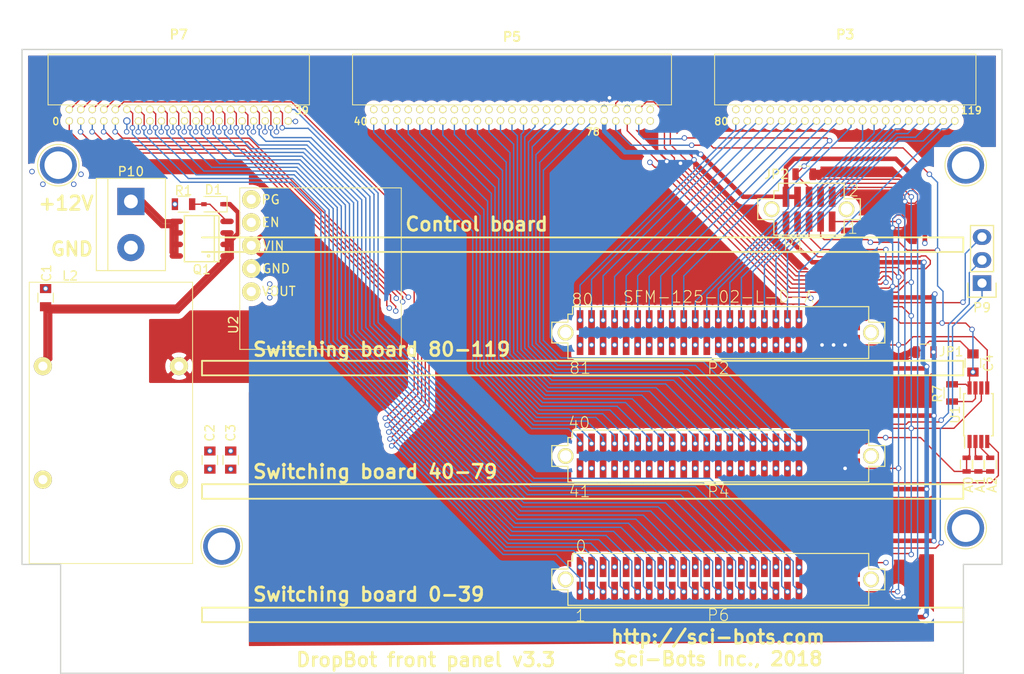
<source format=kicad_pcb>
(kicad_pcb (version 20171130) (host pcbnew "(5.1.5)-2")
  (title_block (title "DropBot front panel") (date 2018-05-10) (rev 3.3) (company "Sci-Bots Inc."))
  (layers (0 F.Cu signal) (1 PWR power) (2 GND power) (31 B.Cu signal) (34 B.Paste user) (35 F.Paste user) (36 B.SilkS user) (37 F.SilkS user) (38 B.Mask user) (39 F.Mask user) (44 Edge.Cuts user))
  (net 0 "")
  (net 1 SCL)
  (net 2 GND)
  (net 3 +12V)
  (net 4 SDA)
  (net 5 +3.3V)
  (net 6 CUR_SENSE)
  (net 7 HVOUT34)
  (net 8 HVOUT36)
  (net 9 HVOUT38)
  (net 10 HVOUT18)
  (net 11 HVOUT20)
  (net 12 HVOUT24)
  (net 13 HVOUT22)
  (net 14 HVOUT30)
  (net 15 HVOUT32)
  (net 16 HVOUT28)
  (net 17 HVOUT26)
  (net 18 HVOUT10)
  (net 19 HVOUT12)
  (net 20 HVOUT16)
  (net 21 HVOUT14)
  (net 22 HVOUT6)
  (net 23 HVOUT8)
  (net 24 HVOUT4)
  (net 25 HVGND)
  (net 26 HVOUT33)
  (net 27 HVOUT35)
  (net 28 HVOUT39)
  (net 29 HVOUT37)
  (net 30 HVOUT17)
  (net 31 HVOUT19)
  (net 32 HVOUT23)
  (net 33 HVOUT21)
  (net 34 HVOUT5)
  (net 35 HVOUT7)
  (net 36 HVOUT3)
  (net 37 HVOUT1)
  (net 38 HVOUT9)
  (net 39 HVOUT11)
  (net 40 HVOUT15)
  (net 41 HVOUT13)
  (net 42 HVOUT0)
  (net 43 HVOUT2)
  (net 44 HVOUT25)
  (net 45 HVOUT27)
  (net 46 HVOUT31)
  (net 47 HVOUT29)
  (net 48 HVOUT68)
  (net 49 HVOUT70)
  (net 50 HVOUT74)
  (net 51 HVOUT72)
  (net 52 HVOUT78)
  (net 53 HVOUT76)
  (net 54 HVOUT69)
  (net 55 HVOUT71)
  (net 56 HVOUT75)
  (net 57 HVOUT73)
  (net 58 HVOUT79)
  (net 59 HVOUT77)
  (net 60 HVOUT61)
  (net 61 HVOUT63)
  (net 62 HVOUT67)
  (net 63 HVOUT65)
  (net 64 HVOUT60)
  (net 65 HVOUT62)
  (net 66 HVOUT66)
  (net 67 HVOUT64)
  (net 68 HVOUT56)
  (net 69 HVOUT58)
  (net 70 HVOUT44)
  (net 71 HVOUT46)
  (net 72 HVOUT42)
  (net 73 HVOUT48)
  (net 74 HVOUT50)
  (net 75 HVOUT54)
  (net 76 HVOUT52)
  (net 77 HVOUT57)
  (net 78 HVOUT59)
  (net 79 HVOUT45)
  (net 80 HVOUT47)
  (net 81 HVOUT43)
  (net 82 HVOUT41)
  (net 83 HVOUT49)
  (net 84 HVOUT51)
  (net 85 HVOUT55)
  (net 86 HVOUT53)
  (net 87 HVOUT40)
  (net 88 HVOUT108)
  (net 89 HVOUT110)
  (net 90 HVOUT114)
  (net 91 HVOUT112)
  (net 92 HVOUT118)
  (net 93 HVOUT116)
  (net 94 HVOUT109)
  (net 95 HVOUT111)
  (net 96 HVOUT115)
  (net 97 HVOUT113)
  (net 98 HVOUT119)
  (net 99 HVOUT117)
  (net 100 HVOUT101)
  (net 101 HVOUT103)
  (net 102 HVOUT107)
  (net 103 HVOUT105)
  (net 104 HVOUT100)
  (net 105 HVOUT102)
  (net 106 HVOUT106)
  (net 107 HVOUT104)
  (net 108 HVOUT96)
  (net 109 HVOUT98)
  (net 110 HVOUT84)
  (net 111 HVOUT86)
  (net 112 HVOUT82)
  (net 113 HVOUT88)
  (net 114 HVOUT90)
  (net 115 HVOUT94)
  (net 116 HVOUT92)
  (net 117 HVOUT97)
  (net 118 HVOUT99)
  (net 119 HVOUT85)
  (net 120 HVOUT87)
  (net 121 HVOUT83)
  (net 122 HVOUT81)
  (net 123 HVOUT89)
  (net 124 HVOUT91)
  (net 125 HVOUT95)
  (net 126 HVOUT93)
  (net 127 HVOUT80)
  (net 128 HV_OE)
  (net 129 RST1)
  (net 130 RST2)
  (net 131 RST3)
  (net 132 HVAC)
  (net 133 CHASIS_GND)
  (net 134 "Net-(U2-Pad2)")
  (net 135 "Net-(U2-Pad1)")
  (net 136 "Net-(C1-Pad1)")
  (net 137 "Net-(D1-Pad2)")
  (net 138 "Net-(R7-Pad2)")
  (net 139 "Net-(JP4-Pad2)")
  (net 140 "Net-(JP5-Pad2)")
  (net 141 /CH-X1)
  (net 142 /CH-X2)
  (net 143 /+12V_SUPPLY)
  (module Sci-Bots:RN242-X-02-XXX (layer F.Cu) (at 55.8 72.4)
    (fp_text reference L2 (at -4.5 -16.2) (layer F.SilkS))
    (fp_text value 1.8mH)
    (pad 3 thru_hole circle (at 7.5 6.25) (size 2 2) (drill 1) (layers *.Cu *.Mask F.SilkS) (net 2 GND))
    (pad 2 thru_hole circle (at 7.5 -6.25) (size 2 2) (drill 1) (layers *.Cu *.Mask F.SilkS) (net 3 +12V))
    (pad 4 thru_hole circle (at -7.5 6.25) (size 2 2) (drill 1) (layers *.Cu *.Mask F.SilkS) (net 133 CHASIS_GND))
    (pad 1 thru_hole circle (at -7.5 -6.25) (size 2 2) (drill 1) (layers *.Cu *.Mask F.SilkS) (net 136 "Net-(C1-Pad1)"))
  )
  (module Pin_Headers:Pin_Header_Straight_1x03 (layer F.Cu) (at 151.8 57 180)
    (fp_text reference P9 (at 0 -2.7 180) (layer F.SilkS))
    (fp_text value Conn_01x03 hide)
    (pad 1 thru_hole rect (at 0 0 180) (size 2.032 1.7272) (drill 1.016) (layers *.Cu *.Mask) (net 129 RST1))
    (pad 2 thru_hole oval (at 0 2.54 180) (size 2.032 1.7272) (drill 1.016) (layers *.Cu *.Mask) (net 130 RST2))
    (pad 3 thru_hole oval (at 0 5.08 180) (size 2.032 1.7272) (drill 1.016) (layers *.Cu *.Mask) (net 131 RST3))
  )
  (module Connect:bornier2 (layer F.Cu) (at 58 48 270)
    (fp_text reference P10 (at -3.3 0 180) (layer F.SilkS))
    (fp_text value Conn_01x02 hide)
    (pad 1 thru_hole rect (at 0 0 270) (size 3 3) (drill 1.52) (layers *.Cu *.Mask) (net 143 /+12V_SUPPLY))
    (pad 2 thru_hole circle (at 5.08 0 270) (size 3 3) (drill 1.52) (layers *.Cu *.Mask) (net 133 CHASIS_GND))
  )
  (module Power_Integrations:SO-8 (layer F.Cu) (at 65.8 52.1 90)
    (fp_text reference Q1 (at -3.4 0 180) (layer F.SilkS))
    (fp_text value IRF9388TRPBF hide)
    (pad 1 smd oval (at -1.905 2.794 90) (size 0.6096 1.4732) (layers F.Cu F.Paste F.Mask) (net 136 "Net-(C1-Pad1)"))
    (pad 2 smd oval (at -0.635 2.794 90) (size 0.6096 1.4732) (layers F.Cu F.Paste F.Mask) (net 136 "Net-(C1-Pad1)"))
    (pad 3 smd oval (at 0.635 2.794 90) (size 0.6096 1.4732) (layers F.Cu F.Paste F.Mask) (net 136 "Net-(C1-Pad1)"))
    (pad 4 smd oval (at 1.905 2.794 90) (size 0.6096 1.4732) (layers F.Cu F.Paste F.Mask) (net 137 "Net-(D1-Pad2)"))
    (pad 5 smd oval (at 1.905 -2.794 90) (size 0.6096 1.4732) (layers F.Cu F.Paste F.Mask) (net 143 /+12V_SUPPLY))
    (pad 6 smd oval (at 0.635 -2.794 90) (size 0.6096 1.4732) (layers F.Cu F.Paste F.Mask) (net 143 /+12V_SUPPLY))
    (pad 7 smd oval (at -0.635 -2.794 90) (size 0.6096 1.4732) (layers F.Cu F.Paste F.Mask) (net 143 /+12V_SUPPLY))
    (pad 8 smd oval (at -1.905 -2.794 90) (size 0.6096 1.4732) (layers F.Cu F.Paste F.Mask) (net 143 /+12V_SUPPLY))
  )
  (module Resistors_SMD:R_0805 (layer F.Cu) (at 145.5 64.6)
    (fp_text reference JP1 (at 2.9 -0.05) (layer F.SilkS))
    (fp_text value JUMPER)
    (pad 1 smd rect (at -0.95 0) (size 0.7 1.3) (layers F.Cu F.Paste F.Mask) (net 2 GND))
    (pad 2 smd rect (at 0.95 0) (size 0.7 1.3) (layers F.Cu F.Paste F.Mask) (net 25 HVGND))
  )
  (module Resistors_SMD:R_0805 (layer F.Cu) (at 132.2 45 180)
    (fp_text reference JP2 (at 3.05 0 180) (layer F.SilkS))
    (fp_text value JUMPER)
    (pad 1 smd rect (at -0.95 0 180) (size 0.7 1.3) (layers F.Cu F.Paste F.Mask) (net 2 GND))
    (pad 2 smd rect (at 0.95 0 180) (size 0.7 1.3) (layers F.Cu F.Paste F.Mask) (net 128 HV_OE))
  )
  (module Capacitors_SMD:C_0805 (layer F.Cu) (at 48.6 58.6 90)
    (fp_text reference C1 (at 2.7 0.1 90) (layer F.SilkS))
    (fp_text value 0.1uF hide)
    (pad 1 smd rect (at -1 0 90) (size 1 1.25) (layers F.Cu F.Paste F.Mask) (net 136 "Net-(C1-Pad1)"))
    (pad 2 smd rect (at 1 0 90) (size 1 1.25) (layers F.Cu F.Paste F.Mask) (net 133 CHASIS_GND))
  )
  (module Capacitors_SMD:C_0805 (layer F.Cu) (at 66.7 76.5 270)
    (fp_text reference C2 (at -3 0 270) (layer F.SilkS))
    (fp_text value 0.1uF)
    (pad 1 smd rect (at -1 0 270) (size 1 1.25) (layers F.Cu F.Paste F.Mask) (net 2 GND))
    (pad 2 smd rect (at 1 0 270) (size 1 1.25) (layers F.Cu F.Paste F.Mask) (net 133 CHASIS_GND))
  )
  (module Capacitors_SMD:C_0805 (layer F.Cu) (at 69 76.5 270)
    (fp_text reference C3 (at -3 0 270) (layer F.SilkS))
    (fp_text value 0.1uF)
    (pad 1 smd rect (at -1 0 270) (size 1 1.25) (layers F.Cu F.Paste F.Mask) (net 3 +12V))
    (pad 2 smd rect (at 1 0 270) (size 1 1.25) (layers F.Cu F.Paste F.Mask) (net 133 CHASIS_GND))
  )
  (module Sci-Bots:D24V22F (layer F.Cu) (at 70 46.5 270)
    (fp_text reference U2 (at 15.1 0.7 90) (layer F.SilkS))
    (fp_text value D24V22F3)
    (fp_text user VOUT (at 11.4 -4.3) (layer F.SilkS))
    (fp_text user VIN (at 6.4 -3.7) (layer F.SilkS))
    (fp_text user GND (at 8.9 -4) (layer F.SilkS))
    (fp_text user EN (at 3.8 -3.4) (layer F.SilkS))
    (fp_text user PG (at 1.3 -3.4) (layer F.SilkS))
    (pad 5 thru_hole circle (at 11.43 -1.27 270) (size 2.032 2.032) (drill 1.016) (layers *.Cu *.Mask F.SilkS) (net 5 +3.3V))
    (pad 4 thru_hole circle (at 8.89 -1.27 270) (size 2.032 2.032) (drill 1.016) (layers *.Cu *.Mask F.SilkS) (net 2 GND))
    (pad 3 thru_hole circle (at 6.35 -1.27 270) (size 2.032 2.032) (drill 1.016) (layers *.Cu *.Mask F.SilkS) (net 3 +12V))
    (pad 2 thru_hole circle (at 3.81 -1.27 270) (size 2.032 2.032) (drill 1.016) (layers *.Cu *.Mask F.SilkS) (net 134 "Net-(U2-Pad2)"))
    (pad 1 thru_hole circle (at 1.27 -1.27 270) (size 2.032 2.032) (drill 1.016) (layers *.Cu *.Mask F.SilkS) (net 135 "Net-(U2-Pad1)"))
  )
  (module Connect:1pin (layer F.Cu) (at 50 44)
    (fp_text reference P8 hide)
    (fp_text value Conn_01x01 hide)
    (pad 1 thru_hole circle (at 0 0) (size 4.064 4.064) (drill 3.048) (layers *.Cu *.Mask) (net 133 CHASIS_GND))
  )
  (module Connect:1pin (layer F.Cu) (at 150 44)
    (fp_text reference P13 hide)
    (fp_text value Conn_01x01 hide)
    (pad 1 thru_hole circle (at 0 0) (size 4.064 4.064) (drill 3.048) (layers *.Cu *.Mask) (net 133 CHASIS_GND))
  )
  (module Connect:1pin (layer F.Cu) (at 150 84)
    (fp_text reference P14 hide)
    (fp_text value Conn_01x01 hide)
    (pad 1 thru_hole circle (at 0 0) (size 4.064 4.064) (drill 3.048) (layers *.Cu *.Mask) (net 133 CHASIS_GND))
  )
  (module Connect:1pin (layer F.Cu) (at 68 86)
    (fp_text reference P15 hide)
    (fp_text value Conn_01x01 hide)
    (pad 1 thru_hole circle (at 0 0) (size 4.064 4.064) (drill 3.048) (layers *.Cu *.Mask) (net 133 CHASIS_GND))
  )
  (module Sci-Bots:SFM-125-02-XXX-D-A (layer F.Cu) (at 122.7384 76.049)
    (fp_text reference P4 (at 0 3.937) (layer F.SilkS) (effects (font (size 1.27 1.27) (thickness 0.1016))))
    (fp_text value SFM-125-02-L-D-A)
    (fp_text user 41 (at -15.2884 3.901) (layer F.SilkS) (effects (font (size 1.27 1.27) (thickness 0.1016))))
    (fp_text user 40 (at -15.3384 -3.649) (layer F.SilkS) (effects (font (size 1.27 1.27) (thickness 0.1016))))
    (pad 47 smd rect (at -13.97 1.36398) (size 0.7366 2.21996) (layers F.Cu F.Paste F.Mask) (net 81 HVOUT43))
    (pad 48 smd rect (at -13.97 -1.36398) (size 0.7366 2.21996) (layers F.Cu F.Paste F.Mask) (net 72 HVOUT42))
    (pad 33 smd rect (at -5.08 1.36398) (size 0.7366 2.21996) (layers F.Cu F.Paste F.Mask) (net 77 HVOUT57))
    (pad 34 smd rect (at -5.08 -1.36398) (size 0.7366 2.21996) (layers F.Cu F.Paste F.Mask) (net 68 HVOUT56))
    (pad 35 smd rect (at -6.35 1.36398) (size 0.7366 2.21996) (layers F.Cu F.Paste F.Mask) (net 85 HVOUT55))
    (pad 36 smd rect (at -6.35 -1.36398) (size 0.7366 2.21996) (layers F.Cu F.Paste F.Mask) (net 75 HVOUT54))
    (pad 37 smd rect (at -7.62 1.36398) (size 0.7366 2.21996) (layers F.Cu F.Paste F.Mask) (net 86 HVOUT53))
    (pad 38 smd rect (at -7.62 -1.36398) (size 0.7366 2.21996) (layers F.Cu F.Paste F.Mask) (net 76 HVOUT52))
    (pad 39 smd rect (at -8.89 1.36398) (size 0.7366 2.21996) (layers F.Cu F.Paste F.Mask) (net 84 HVOUT51))
    (pad 40 smd rect (at -8.89 -1.36398) (size 0.7366 2.21996) (layers F.Cu F.Paste F.Mask) (net 74 HVOUT50))
    (pad 20 smd rect (at 3.81 -1.36398) (size 0.7366 2.21996) (layers F.Cu F.Paste F.Mask) (net 49 HVOUT70))
    (pad 19 smd rect (at 3.81 1.36398) (size 0.7366 2.21996) (layers F.Cu F.Paste F.Mask) (net 55 HVOUT71))
    (pad 18 smd rect (at 5.08 -1.36398) (size 0.7366 2.21996) (layers F.Cu F.Paste F.Mask) (net 51 HVOUT72))
    (pad 17 smd rect (at 5.08 1.36398) (size 0.7366 2.21996) (layers F.Cu F.Paste F.Mask) (net 57 HVOUT73))
    (pad 16 smd rect (at 6.35 -1.36398) (size 0.7366 2.21996) (layers F.Cu F.Paste F.Mask) (net 50 HVOUT74))
    (pad 15 smd rect (at 6.35 1.36398) (size 0.7366 2.21996) (layers F.Cu F.Paste F.Mask) (net 56 HVOUT75))
    (pad 14 smd rect (at 7.62 -1.36398) (size 0.7366 2.21996) (layers F.Cu F.Paste F.Mask) (net 53 HVOUT76))
    (pad 13 smd rect (at 7.62 1.36398) (size 0.7366 2.21996) (layers F.Cu F.Paste F.Mask) (net 59 HVOUT77))
    (pad 12 smd rect (at 8.89 -1.36398) (size 0.7366 2.21996) (layers F.Cu F.Paste F.Mask) (net 52 HVOUT78))
    (pad 11 smd rect (at 8.89 1.36398) (size 0.7366 2.21996) (layers F.Cu F.Paste F.Mask) (net 58 HVOUT79))
    (pad 50 smd rect (at -15.24 -1.36398) (size 0.7366 2.21996) (layers F.Cu F.Paste F.Mask) (net 87 HVOUT40))
    (pad 49 smd rect (at -15.24 1.36398) (size 0.7366 2.21996) (layers F.Cu F.Paste F.Mask) (net 82 HVOUT41))
    (pad 46 smd rect (at -12.7 -1.36398) (size 0.7366 2.21996) (layers F.Cu F.Paste F.Mask) (net 70 HVOUT44))
    (pad 45 smd rect (at -12.7 1.36398) (size 0.7366 2.21996) (layers F.Cu F.Paste F.Mask) (net 79 HVOUT45))
    (pad 44 smd rect (at -11.43 -1.36398) (size 0.7366 2.21996) (layers F.Cu F.Paste F.Mask) (net 71 HVOUT46))
    (pad 43 smd rect (at -11.43 1.36398) (size 0.7366 2.21996) (layers F.Cu F.Paste F.Mask) (net 80 HVOUT47))
    (pad 42 smd rect (at -10.16 -1.36398) (size 0.7366 2.21996) (layers F.Cu F.Paste F.Mask) (net 73 HVOUT48))
    (pad 41 smd rect (at -10.16 1.36398) (size 0.7366 2.21996) (layers F.Cu F.Paste F.Mask) (net 83 HVOUT49))
    (pad 32 smd rect (at -3.81 -1.36398) (size 0.7366 2.21996) (layers F.Cu F.Paste F.Mask) (net 69 HVOUT58))
    (pad 31 smd rect (at -3.81 1.36398) (size 0.7366 2.21996) (layers F.Cu F.Paste F.Mask) (net 78 HVOUT59))
    (pad 1 smd rect (at 15.24 1.36398) (size 0.7366 2.21996) (layers F.Cu F.Paste F.Mask) (net 4 SDA))
    (pad 2 smd rect (at 15.24 -1.36398) (size 0.7366 2.21996) (layers F.Cu F.Paste F.Mask) (net 5 +3.3V))
    (pad 3 smd rect (at 13.97 1.36398) (size 0.7366 2.21996) (layers F.Cu F.Paste F.Mask) (net 2 GND))
    (pad 4 smd rect (at 13.97 -1.36398) (size 0.7366 2.21996) (layers F.Cu F.Paste F.Mask) (net 5 +3.3V))
    (pad 5 smd rect (at 12.7 1.36398) (size 0.7366 2.21996) (layers F.Cu F.Paste F.Mask) (net 2 GND))
    (pad 6 smd rect (at 12.7 -1.36398) (size 0.7366 2.21996) (layers F.Cu F.Paste F.Mask) (net 1 SCL))
    (pad 7 smd rect (at 11.43 1.36398) (size 0.7366 2.21996) (layers F.Cu F.Paste F.Mask) (net 2 GND))
    (pad 8 smd rect (at 11.43 -1.36398) (size 0.7366 2.21996) (layers F.Cu F.Paste F.Mask) (net 130 RST2))
    (pad 9 smd rect (at 10.16 1.36398) (size 0.7366 2.21996) (layers F.Cu F.Paste F.Mask) (net 132 HVAC))
    (pad 10 smd rect (at 10.16 -1.36398) (size 0.7366 2.21996) (layers F.Cu F.Paste F.Mask) (net 25 HVGND))
    (pad 21 smd rect (at 2.54 1.36398) (size 0.7366 2.21996) (layers F.Cu F.Paste F.Mask) (net 54 HVOUT69))
    (pad 22 smd rect (at 2.54 -1.36398) (size 0.7366 2.21996) (layers F.Cu F.Paste F.Mask) (net 48 HVOUT68))
    (pad 23 smd rect (at 1.27 1.36398) (size 0.7366 2.21996) (layers F.Cu F.Paste F.Mask) (net 62 HVOUT67))
    (pad 24 smd rect (at 1.27 -1.36398) (size 0.7366 2.21996) (layers F.Cu F.Paste F.Mask) (net 66 HVOUT66))
    (pad 25 smd rect (at 0 1.36398) (size 0.7366 2.21996) (layers F.Cu F.Paste F.Mask) (net 63 HVOUT65))
    (pad 26 smd rect (at 0 -1.36398) (size 0.7366 2.21996) (layers F.Cu F.Paste F.Mask) (net 67 HVOUT64))
    (pad 27 smd rect (at -1.27 1.36398) (size 0.7366 2.21996) (layers F.Cu F.Paste F.Mask) (net 61 HVOUT63))
    (pad 28 smd rect (at -1.27 -1.36398) (size 0.7366 2.21996) (layers F.Cu F.Paste F.Mask) (net 65 HVOUT62))
    (pad 29 smd rect (at -2.54 1.36398) (size 0.7366 2.21996) (layers F.Cu F.Paste F.Mask) (net 60 HVOUT61))
    (pad 30 smd rect (at -2.54 -1.36398) (size 0.7366 2.21996) (layers F.Cu F.Paste F.Mask) (net 64 HVOUT60))
    (pad "" thru_hole circle (at -16.8275 0) (size 1.75 1.75) (drill 1.27) (layers *.Cu *.Mask F.SilkS))
    (pad "" thru_hole circle (at 16.8275 0) (size 1.75 1.75) (drill 1.27) (layers *.Cu *.Mask F.SilkS))
  )
  (module Sci-Bots:SFM-125-02-XXX-D-A (layer F.Cu) (at 122.7384 89.649)
    (fp_text reference P6 (at 0 3.937) (layer F.SilkS) (effects (font (size 1.27 1.27) (thickness 0.1016))))
    (fp_text value SFM-125-02-L-D-A)
    (fp_text user 1 (at -15.1884 4.001) (layer F.SilkS) (effects (font (size 1.27 1.27) (thickness 0.1016))))
    (fp_text user 0 (at -15.1384 -3.649) (layer F.SilkS) (effects (font (size 1.27 1.27) (thickness 0.1016))))
    (pad 47 smd rect (at -13.97 1.36398) (size 0.7366 2.21996) (layers F.Cu F.Paste F.Mask) (net 36 HVOUT3))
    (pad 48 smd rect (at -13.97 -1.36398) (size 0.7366 2.21996) (layers F.Cu F.Paste F.Mask) (net 43 HVOUT2))
    (pad 33 smd rect (at -5.08 1.36398) (size 0.7366 2.21996) (layers F.Cu F.Paste F.Mask) (net 30 HVOUT17))
    (pad 34 smd rect (at -5.08 -1.36398) (size 0.7366 2.21996) (layers F.Cu F.Paste F.Mask) (net 20 HVOUT16))
    (pad 35 smd rect (at -6.35 1.36398) (size 0.7366 2.21996) (layers F.Cu F.Paste F.Mask) (net 40 HVOUT15))
    (pad 36 smd rect (at -6.35 -1.36398) (size 0.7366 2.21996) (layers F.Cu F.Paste F.Mask) (net 21 HVOUT14))
    (pad 37 smd rect (at -7.62 1.36398) (size 0.7366 2.21996) (layers F.Cu F.Paste F.Mask) (net 41 HVOUT13))
    (pad 38 smd rect (at -7.62 -1.36398) (size 0.7366 2.21996) (layers F.Cu F.Paste F.Mask) (net 19 HVOUT12))
    (pad 39 smd rect (at -8.89 1.36398) (size 0.7366 2.21996) (layers F.Cu F.Paste F.Mask) (net 39 HVOUT11))
    (pad 40 smd rect (at -8.89 -1.36398) (size 0.7366 2.21996) (layers F.Cu F.Paste F.Mask) (net 18 HVOUT10))
    (pad 20 smd rect (at 3.81 -1.36398) (size 0.7366 2.21996) (layers F.Cu F.Paste F.Mask) (net 14 HVOUT30))
    (pad 19 smd rect (at 3.81 1.36398) (size 0.7366 2.21996) (layers F.Cu F.Paste F.Mask) (net 46 HVOUT31))
    (pad 18 smd rect (at 5.08 -1.36398) (size 0.7366 2.21996) (layers F.Cu F.Paste F.Mask) (net 15 HVOUT32))
    (pad 17 smd rect (at 5.08 1.36398) (size 0.7366 2.21996) (layers F.Cu F.Paste F.Mask) (net 26 HVOUT33))
    (pad 16 smd rect (at 6.35 -1.36398) (size 0.7366 2.21996) (layers F.Cu F.Paste F.Mask) (net 7 HVOUT34))
    (pad 15 smd rect (at 6.35 1.36398) (size 0.7366 2.21996) (layers F.Cu F.Paste F.Mask) (net 27 HVOUT35))
    (pad 14 smd rect (at 7.62 -1.36398) (size 0.7366 2.21996) (layers F.Cu F.Paste F.Mask) (net 8 HVOUT36))
    (pad 13 smd rect (at 7.62 1.36398) (size 0.7366 2.21996) (layers F.Cu F.Paste F.Mask) (net 29 HVOUT37))
    (pad 12 smd rect (at 8.89 -1.36398) (size 0.7366 2.21996) (layers F.Cu F.Paste F.Mask) (net 9 HVOUT38))
    (pad 11 smd rect (at 8.89 1.36398) (size 0.7366 2.21996) (layers F.Cu F.Paste F.Mask) (net 28 HVOUT39))
    (pad 50 smd rect (at -15.24 -1.36398) (size 0.7366 2.21996) (layers F.Cu F.Paste F.Mask) (net 42 HVOUT0))
    (pad 49 smd rect (at -15.24 1.36398) (size 0.7366 2.21996) (layers F.Cu F.Paste F.Mask) (net 37 HVOUT1))
    (pad 46 smd rect (at -12.7 -1.36398) (size 0.7366 2.21996) (layers F.Cu F.Paste F.Mask) (net 24 HVOUT4))
    (pad 45 smd rect (at -12.7 1.36398) (size 0.7366 2.21996) (layers F.Cu F.Paste F.Mask) (net 34 HVOUT5))
    (pad 44 smd rect (at -11.43 -1.36398) (size 0.7366 2.21996) (layers F.Cu F.Paste F.Mask) (net 22 HVOUT6))
    (pad 43 smd rect (at -11.43 1.36398) (size 0.7366 2.21996) (layers F.Cu F.Paste F.Mask) (net 35 HVOUT7))
    (pad 42 smd rect (at -10.16 -1.36398) (size 0.7366 2.21996) (layers F.Cu F.Paste F.Mask) (net 23 HVOUT8))
    (pad 41 smd rect (at -10.16 1.36398) (size 0.7366 2.21996) (layers F.Cu F.Paste F.Mask) (net 38 HVOUT9))
    (pad 32 smd rect (at -3.81 -1.36398) (size 0.7366 2.21996) (layers F.Cu F.Paste F.Mask) (net 10 HVOUT18))
    (pad 31 smd rect (at -3.81 1.36398) (size 0.7366 2.21996) (layers F.Cu F.Paste F.Mask) (net 31 HVOUT19))
    (pad 1 smd rect (at 15.24 1.36398) (size 0.7366 2.21996) (layers F.Cu F.Paste F.Mask) (net 4 SDA))
    (pad 2 smd rect (at 15.24 -1.36398) (size 0.7366 2.21996) (layers F.Cu F.Paste F.Mask) (net 5 +3.3V))
    (pad 3 smd rect (at 13.97 1.36398) (size 0.7366 2.21996) (layers F.Cu F.Paste F.Mask) (net 2 GND))
    (pad 4 smd rect (at 13.97 -1.36398) (size 0.7366 2.21996) (layers F.Cu F.Paste F.Mask) (net 5 +3.3V))
    (pad 5 smd rect (at 12.7 1.36398) (size 0.7366 2.21996) (layers F.Cu F.Paste F.Mask) (net 2 GND))
    (pad 6 smd rect (at 12.7 -1.36398) (size 0.7366 2.21996) (layers F.Cu F.Paste F.Mask) (net 1 SCL))
    (pad 7 smd rect (at 11.43 1.36398) (size 0.7366 2.21996) (layers F.Cu F.Paste F.Mask) (net 2 GND))
    (pad 8 smd rect (at 11.43 -1.36398) (size 0.7366 2.21996) (layers F.Cu F.Paste F.Mask) (net 129 RST1))
    (pad 9 smd rect (at 10.16 1.36398) (size 0.7366 2.21996) (layers F.Cu F.Paste F.Mask) (net 132 HVAC))
    (pad 10 smd rect (at 10.16 -1.36398) (size 0.7366 2.21996) (layers F.Cu F.Paste F.Mask) (net 25 HVGND))
    (pad 21 smd rect (at 2.54 1.36398) (size 0.7366 2.21996) (layers F.Cu F.Paste F.Mask) (net 47 HVOUT29))
    (pad 22 smd rect (at 2.54 -1.36398) (size 0.7366 2.21996) (layers F.Cu F.Paste F.Mask) (net 16 HVOUT28))
    (pad 23 smd rect (at 1.27 1.36398) (size 0.7366 2.21996) (layers F.Cu F.Paste F.Mask) (net 45 HVOUT27))
    (pad 24 smd rect (at 1.27 -1.36398) (size 0.7366 2.21996) (layers F.Cu F.Paste F.Mask) (net 17 HVOUT26))
    (pad 25 smd rect (at 0 1.36398) (size 0.7366 2.21996) (layers F.Cu F.Paste F.Mask) (net 44 HVOUT25))
    (pad 26 smd rect (at 0 -1.36398) (size 0.7366 2.21996) (layers F.Cu F.Paste F.Mask) (net 12 HVOUT24))
    (pad 27 smd rect (at -1.27 1.36398) (size 0.7366 2.21996) (layers F.Cu F.Paste F.Mask) (net 32 HVOUT23))
    (pad 28 smd rect (at -1.27 -1.36398) (size 0.7366 2.21996) (layers F.Cu F.Paste F.Mask) (net 13 HVOUT22))
    (pad 29 smd rect (at -2.54 1.36398) (size 0.7366 2.21996) (layers F.Cu F.Paste F.Mask) (net 33 HVOUT21))
    (pad 30 smd rect (at -2.54 -1.36398) (size 0.7366 2.21996) (layers F.Cu F.Paste F.Mask) (net 11 HVOUT20))
    (pad "" thru_hole circle (at -16.8275 0) (size 1.75 1.75) (drill 1.27) (layers *.Cu *.Mask F.SilkS))
    (pad "" thru_hole circle (at 16.8275 0) (size 1.75 1.75) (drill 1.27) (layers *.Cu *.Mask F.SilkS))
  )
  (module Diodes_SMD:D_SOD-323 (layer F.Cu) (at 67.1 48.3 180)
    (fp_text reference D1 (at 0 1.6 180) (layer F.SilkS))
    (fp_text value 10V)
    (pad 1 smd rect (at -1.05 0 180) (size 0.6 0.45) (layers F.Cu F.Paste F.Mask) (net 136 "Net-(C1-Pad1)"))
    (pad 2 smd rect (at 1.05 0 180) (size 0.6 0.45) (layers F.Cu F.Paste F.Mask) (net 137 "Net-(D1-Pad2)"))
  )
  (module Resistors_SMD:R_0805 (layer F.Cu) (at 63.8 48.3 180)
    (fp_text reference R1 (at 0 1.5 180) (layer F.SilkS))
    (fp_text value 10k)
    (pad 1 smd rect (at -0.95 0 180) (size 0.7 1.3) (layers F.Cu F.Paste F.Mask) (net 137 "Net-(D1-Pad2)"))
    (pad 2 smd rect (at 0.95 0 180) (size 0.7 1.3) (layers F.Cu F.Paste F.Mask) (net 133 CHASIS_GND))
  )
  (module Resistors_SMD:R_0805 (layer F.Cu) (at 148.5 69.1 270)
    (fp_text reference R7 (at 0.1 1.6 270) (layer F.SilkS))
    (fp_text value 10k)
    (pad 1 smd rect (at -0.95 0 270) (size 0.7 1.3) (layers F.Cu F.Paste F.Mask) (net 5 +3.3V))
    (pad 2 smd rect (at 0.95 0 270) (size 0.7 1.3) (layers F.Cu F.Paste F.Mask) (net 138 "Net-(R7-Pad2)"))
  )
  (module Housings_SSOP:TSSOP-8_4.4x3mm_Pitch0.65mm (layer F.Cu) (at 151.4 71.5 90)
    (fp_text reference U1 (at 0 -2.55 90) (layer F.SilkS))
    (fp_text value CAT24C__)
    (pad 1 smd rect (at -2.95 -0.975 90) (size 1.45 0.45) (layers F.Cu F.Paste F.Mask) (net 5 +3.3V))
    (pad 2 smd rect (at -2.95 -0.325 90) (size 1.45 0.45) (layers F.Cu F.Paste F.Mask) (net 139 "Net-(JP4-Pad2)"))
    (pad 3 smd rect (at -2.95 0.325 90) (size 1.45 0.45) (layers F.Cu F.Paste F.Mask) (net 140 "Net-(JP5-Pad2)"))
    (pad 4 smd rect (at -2.95 0.975 90) (size 1.45 0.45) (layers F.Cu F.Paste F.Mask) (net 2 GND))
    (pad 5 smd rect (at 2.95 0.975 90) (size 1.45 0.45) (layers F.Cu F.Paste F.Mask) (net 4 SDA))
    (pad 6 smd rect (at 2.95 0.325 90) (size 1.45 0.45) (layers F.Cu F.Paste F.Mask) (net 1 SCL))
    (pad 7 smd rect (at 2.95 -0.325 90) (size 1.45 0.45) (layers F.Cu F.Paste F.Mask) (net 138 "Net-(R7-Pad2)"))
    (pad 8 smd rect (at 2.95 -0.975 90) (size 1.45 0.45) (layers F.Cu F.Paste F.Mask) (net 5 +3.3V))
  )
  (module Resistors_SMD:R_0603 (layer F.Cu) (at 150.1 77 90)
    (fp_text reference JP3 hide)
    (fp_text value A0 (at -2.2 0.2 90) (layer F.SilkS))
    (pad 1 smd rect (at -0.75 0 90) (size 0.5 0.9) (layers F.Cu F.Paste F.Mask) (net 5 +3.3V))
    (pad 2 smd rect (at 0.75 0 90) (size 0.5 0.9) (layers F.Cu F.Paste F.Mask) (net 5 +3.3V))
  )
  (module Resistors_SMD:R_0603 (layer F.Cu) (at 151.4 77 90)
    (fp_text reference JP4 hide)
    (fp_text value A1 (at -2.2 0.2 90) (layer F.SilkS))
    (pad 1 smd rect (at -0.75 0 90) (size 0.5 0.9) (layers F.Cu F.Paste F.Mask) (net 5 +3.3V))
    (pad 2 smd rect (at 0.75 0 90) (size 0.5 0.9) (layers F.Cu F.Paste F.Mask) (net 139 "Net-(JP4-Pad2)"))
  )
  (module Resistors_SMD:R_0603 (layer F.Cu) (at 152.7 77 90)
    (fp_text reference JP5 hide)
    (fp_text value A2 (at -2.2 0.2 90) (layer F.SilkS))
    (pad 1 smd rect (at -0.75 0 90) (size 0.5 0.9) (layers F.Cu F.Paste F.Mask) (net 5 +3.3V))
    (pad 2 smd rect (at 0.75 0 90) (size 0.5 0.9) (layers F.Cu F.Paste F.Mask) (net 140 "Net-(JP5-Pad2)"))
  )
  (module Sci-Bots:SFM-105-02-XXX-D-A (layer F.Cu) (at 132.7384 48.8495)
    (fp_text reference P1 (at -1.651 3.937) (layer F.SilkS) (effects (font (size 1.27 1.27) (thickness 0.1016))))
    (fp_text value SFM-105-02-L-D-A hide)
    (fp_text user 1 (at 4.8026 2.0775) (layer F.SilkS) (effects (font (size 1.27 1.27) (thickness 0.1016))))
    (fp_text user 2 (at 4.9296 -2.05) (layer F.SilkS) (effects (font (size 1.27 1.27) (thickness 0.1016))))
    (pad "" thru_hole circle (at 4.1275 0) (size 1.75 1.75) (drill 1.27) (layers *.Cu *.Mask F.SilkS))
    (pad 10 smd rect (at -2.54 -1.36398) (size 0.7366 2.21996) (layers F.Cu F.Paste F.Mask) (net 3 +12V))
    (pad 9 smd rect (at -2.54 1.36398) (size 0.7366 2.21996) (layers F.Cu F.Paste F.Mask) (net 132 HVAC))
    (pad 8 smd rect (at -1.27 -1.36398) (size 0.7366 2.21996) (layers F.Cu F.Paste F.Mask) (net 3 +12V))
    (pad 7 smd rect (at -1.27 1.36398) (size 0.7366 2.21996) (layers F.Cu F.Paste F.Mask) (net 2 GND))
    (pad 1 smd rect (at 2.54 1.36398) (size 0.7366 2.21996) (layers F.Cu F.Paste F.Mask) (net 4 SDA))
    (pad 2 smd rect (at 2.54 -1.36398) (size 0.7366 2.21996) (layers F.Cu F.Paste F.Mask) (net 2 GND))
    (pad 3 smd rect (at 1.27 1.36398) (size 0.7366 2.21996) (layers F.Cu F.Paste F.Mask) (net 5 +3.3V))
    (pad 4 smd rect (at 1.27 -1.36398) (size 0.7366 2.21996) (layers F.Cu F.Paste F.Mask) (net 1 SCL))
    (pad 5 smd rect (at 0 1.36398) (size 0.7366 2.21996) (layers F.Cu F.Paste F.Mask) (net 6 CUR_SENSE))
    (pad 6 smd rect (at 0 -1.36398) (size 0.7366 2.21996) (layers F.Cu F.Paste F.Mask) (net 128 HV_OE))
    (pad "" thru_hole circle (at -4.1275 0) (size 1.75 1.75) (drill 1.27) (layers *.Cu *.Mask F.SilkS))
  )
  (module Capacitors_SMD:C_0805 (layer F.Cu) (at 150.8 65.8 90)
    (fp_text reference C4 (at 0 1.7 90) (layer F.SilkS))
    (fp_text value 0.1uF)
    (pad 1 smd rect (at -1 0 90) (size 1 1.25) (layers F.Cu F.Paste F.Mask) (net 5 +3.3V))
    (pad 2 smd rect (at 1 0 90) (size 1 1.25) (layers F.Cu F.Paste F.Mask) (net 2 GND))
  )
  (module Sci-Bots:SFM-125-02-XXX-D-A (layer F.Cu) (at 122.7384 62.449)
    (fp_text reference P2 (at 0 3.937) (layer F.SilkS) (effects (font (size 1.27 1.27) (thickness 0.1016))))
    (fp_text value SFM-125-02-L-D-A (at 0 -3.937) (layer F.SilkS) (effects (font (size 1.27 1.27) (thickness 0.1016))))
    (fp_text user 81 (at -15.2329 3.9085) (layer F.SilkS) (effects (font (size 1.27 1.27) (thickness 0.1016))))
    (fp_text user 80 (at -14.9789 -3.648) (layer F.SilkS) (effects (font (size 1.27 1.27) (thickness 0.1016))))
    (pad 47 smd rect (at -13.97 1.36398) (size 0.7366 2.21996) (layers F.Cu F.Paste F.Mask) (net 121 HVOUT83))
    (pad 48 smd rect (at -13.97 -1.36398) (size 0.7366 2.21996) (layers F.Cu F.Paste F.Mask) (net 112 HVOUT82))
    (pad 33 smd rect (at -5.08 1.36398) (size 0.7366 2.21996) (layers F.Cu F.Paste F.Mask) (net 117 HVOUT97))
    (pad 34 smd rect (at -5.08 -1.36398) (size 0.7366 2.21996) (layers F.Cu F.Paste F.Mask) (net 108 HVOUT96))
    (pad 35 smd rect (at -6.35 1.36398) (size 0.7366 2.21996) (layers F.Cu F.Paste F.Mask) (net 125 HVOUT95))
    (pad 36 smd rect (at -6.35 -1.36398) (size 0.7366 2.21996) (layers F.Cu F.Paste F.Mask) (net 115 HVOUT94))
    (pad 37 smd rect (at -7.62 1.36398) (size 0.7366 2.21996) (layers F.Cu F.Paste F.Mask) (net 126 HVOUT93))
    (pad 38 smd rect (at -7.62 -1.36398) (size 0.7366 2.21996) (layers F.Cu F.Paste F.Mask) (net 116 HVOUT92))
    (pad 39 smd rect (at -8.89 1.36398) (size 0.7366 2.21996) (layers F.Cu F.Paste F.Mask) (net 124 HVOUT91))
    (pad 40 smd rect (at -8.89 -1.36398) (size 0.7366 2.21996) (layers F.Cu F.Paste F.Mask) (net 114 HVOUT90))
    (pad 20 smd rect (at 3.81 -1.36398) (size 0.7366 2.21996) (layers F.Cu F.Paste F.Mask) (net 89 HVOUT110))
    (pad 19 smd rect (at 3.81 1.36398) (size 0.7366 2.21996) (layers F.Cu F.Paste F.Mask) (net 95 HVOUT111))
    (pad 18 smd rect (at 5.08 -1.36398) (size 0.7366 2.21996) (layers F.Cu F.Paste F.Mask) (net 91 HVOUT112))
    (pad 17 smd rect (at 5.08 1.36398) (size 0.7366 2.21996) (layers F.Cu F.Paste F.Mask) (net 97 HVOUT113))
    (pad 16 smd rect (at 6.35 -1.36398) (size 0.7366 2.21996) (layers F.Cu F.Paste F.Mask) (net 90 HVOUT114))
    (pad 15 smd rect (at 6.35 1.36398) (size 0.7366 2.21996) (layers F.Cu F.Paste F.Mask) (net 96 HVOUT115))
    (pad 14 smd rect (at 7.62 -1.36398) (size 0.7366 2.21996) (layers F.Cu F.Paste F.Mask) (net 93 HVOUT116))
    (pad 13 smd rect (at 7.62 1.36398) (size 0.7366 2.21996) (layers F.Cu F.Paste F.Mask) (net 99 HVOUT117))
    (pad 12 smd rect (at 8.89 -1.36398) (size 0.7366 2.21996) (layers F.Cu F.Paste F.Mask) (net 92 HVOUT118))
    (pad 11 smd rect (at 8.89 1.36398) (size 0.7366 2.21996) (layers F.Cu F.Paste F.Mask) (net 98 HVOUT119))
    (pad 50 smd rect (at -15.24 -1.36398) (size 0.7366 2.21996) (layers F.Cu F.Paste F.Mask) (net 127 HVOUT80))
    (pad 49 smd rect (at -15.24 1.36398) (size 0.7366 2.21996) (layers F.Cu F.Paste F.Mask) (net 122 HVOUT81))
    (pad 46 smd rect (at -12.7 -1.36398) (size 0.7366 2.21996) (layers F.Cu F.Paste F.Mask) (net 110 HVOUT84))
    (pad 45 smd rect (at -12.7 1.36398) (size 0.7366 2.21996) (layers F.Cu F.Paste F.Mask) (net 119 HVOUT85))
    (pad 44 smd rect (at -11.43 -1.36398) (size 0.7366 2.21996) (layers F.Cu F.Paste F.Mask) (net 111 HVOUT86))
    (pad 43 smd rect (at -11.43 1.36398) (size 0.7366 2.21996) (layers F.Cu F.Paste F.Mask) (net 120 HVOUT87))
    (pad 42 smd rect (at -10.16 -1.36398) (size 0.7366 2.21996) (layers F.Cu F.Paste F.Mask) (net 113 HVOUT88))
    (pad 41 smd rect (at -10.16 1.36398) (size 0.7366 2.21996) (layers F.Cu F.Paste F.Mask) (net 123 HVOUT89))
    (pad 32 smd rect (at -3.81 -1.36398) (size 0.7366 2.21996) (layers F.Cu F.Paste F.Mask) (net 109 HVOUT98))
    (pad 31 smd rect (at -3.81 1.36398) (size 0.7366 2.21996) (layers F.Cu F.Paste F.Mask) (net 118 HVOUT99))
    (pad 1 smd rect (at 15.24 1.36398) (size 0.7366 2.21996) (layers F.Cu F.Paste F.Mask) (net 4 SDA))
    (pad 2 smd rect (at 15.24 -1.36398) (size 0.7366 2.21996) (layers F.Cu F.Paste F.Mask) (net 5 +3.3V))
    (pad 3 smd rect (at 13.97 1.36398) (size 0.7366 2.21996) (layers F.Cu F.Paste F.Mask) (net 2 GND))
    (pad 4 smd rect (at 13.97 -1.36398) (size 0.7366 2.21996) (layers F.Cu F.Paste F.Mask) (net 5 +3.3V))
    (pad 5 smd rect (at 12.7 1.36398) (size 0.7366 2.21996) (layers F.Cu F.Paste F.Mask) (net 2 GND))
    (pad 6 smd rect (at 12.7 -1.36398) (size 0.7366 2.21996) (layers F.Cu F.Paste F.Mask) (net 1 SCL))
    (pad 7 smd rect (at 11.43 1.36398) (size 0.7366 2.21996) (layers F.Cu F.Paste F.Mask) (net 2 GND))
    (pad 8 smd rect (at 11.43 -1.36398) (size 0.7366 2.21996) (layers F.Cu F.Paste F.Mask) (net 131 RST3))
    (pad 9 smd rect (at 10.16 1.36398) (size 0.7366 2.21996) (layers F.Cu F.Paste F.Mask) (net 132 HVAC))
    (pad 10 smd rect (at 10.16 -1.36398) (size 0.7366 2.21996) (layers F.Cu F.Paste F.Mask) (net 25 HVGND))
    (pad 21 smd rect (at 2.54 1.36398) (size 0.7366 2.21996) (layers F.Cu F.Paste F.Mask) (net 94 HVOUT109))
    (pad 22 smd rect (at 2.54 -1.36398) (size 0.7366 2.21996) (layers F.Cu F.Paste F.Mask) (net 88 HVOUT108))
    (pad 23 smd rect (at 1.27 1.36398) (size 0.7366 2.21996) (layers F.Cu F.Paste F.Mask) (net 102 HVOUT107))
    (pad 24 smd rect (at 1.27 -1.36398) (size 0.7366 2.21996) (layers F.Cu F.Paste F.Mask) (net 106 HVOUT106))
    (pad 25 smd rect (at 0 1.36398) (size 0.7366 2.21996) (layers F.Cu F.Paste F.Mask) (net 103 HVOUT105))
    (pad 26 smd rect (at 0 -1.36398) (size 0.7366 2.21996) (layers F.Cu F.Paste F.Mask) (net 107 HVOUT104))
    (pad 27 smd rect (at -1.27 1.36398) (size 0.7366 2.21996) (layers F.Cu F.Paste F.Mask) (net 101 HVOUT103))
    (pad 28 smd rect (at -1.27 -1.36398) (size 0.7366 2.21996) (layers F.Cu F.Paste F.Mask) (net 105 HVOUT102))
    (pad 29 smd rect (at -2.54 1.36398) (size 0.7366 2.21996) (layers F.Cu F.Paste F.Mask) (net 100 HVOUT101))
    (pad 30 smd rect (at -2.54 -1.36398) (size 0.7366 2.21996) (layers F.Cu F.Paste F.Mask) (net 104 HVOUT100))
    (pad "" thru_hole circle (at -16.8275 0) (size 1.75 1.75) (drill 1.27) (layers *.Cu *.Mask F.SilkS))
    (pad "" thru_hole circle (at 16.8275 0) (size 1.75 1.75) (drill 1.27) (layers *.Cu *.Mask F.SilkS))
  )
  (module Sci-Bots:TFM-120-01-XXX-D-RA (layer F.Cu) (at 136.7284 31.7638)
    (fp_text reference P3 (at 0 -2.159) (layer F.SilkS) (effects (font (size 1.016 1.016) (thickness 0.2032))))
    (fp_text value TFM-120-01-L-D-RA hide)
    (pad 38 thru_hole circle (at -10.795 7.368) (size 0.814 0.814) (drill 0.56) (layers *.Cu *.Mask F.SilkS) (net 112 HVOUT82))
    (pad 40 thru_hole circle (at -12.065 7.368) (size 0.814 0.814) (drill 0.56) (layers *.Cu *.Mask F.SilkS) (net 127 HVOUT80))
    (pad 39 thru_hole circle (at -12.065 6.098) (size 0.814 0.814) (drill 0.56) (layers *.Cu *.Mask F.SilkS) (net 122 HVOUT81))
    (pad 37 thru_hole circle (at -10.795 6.098) (size 0.814 0.814) (drill 0.56) (layers *.Cu *.Mask F.SilkS) (net 121 HVOUT83))
    (pad 31 thru_hole circle (at -6.985 6.098) (size 0.814 0.814) (drill 0.56) (layers *.Cu *.Mask F.SilkS) (net 123 HVOUT89))
    (pad 29 thru_hole circle (at -5.715 6.098) (size 0.814 0.814) (drill 0.56) (layers *.Cu *.Mask F.SilkS) (net 124 HVOUT91))
    (pad 33 thru_hole circle (at -8.255 6.098) (size 0.814 0.814) (drill 0.56) (layers *.Cu *.Mask F.SilkS) (net 120 HVOUT87))
    (pad 35 thru_hole circle (at -9.525 6.098) (size 0.814 0.814) (drill 0.56) (layers *.Cu *.Mask F.SilkS) (net 119 HVOUT85))
    (pad 36 thru_hole circle (at -9.525 7.368) (size 0.814 0.814) (drill 0.56) (layers *.Cu *.Mask F.SilkS) (net 110 HVOUT84))
    (pad 34 thru_hole circle (at -8.255 7.368) (size 0.814 0.814) (drill 0.56) (layers *.Cu *.Mask F.SilkS) (net 111 HVOUT86))
    (pad 30 thru_hole circle (at -5.715 7.368) (size 0.814 0.814) (drill 0.56) (layers *.Cu *.Mask F.SilkS) (net 114 HVOUT90))
    (pad 32 thru_hole circle (at -6.985 7.368) (size 0.814 0.814) (drill 0.56) (layers *.Cu *.Mask F.SilkS) (net 113 HVOUT88))
    (pad 9 thru_hole circle (at 6.985 6.098) (size 0.814 0.814) (drill 0.56) (layers *.Cu *.Mask F.SilkS) (net 95 HVOUT111))
    (pad 7 thru_hole circle (at 8.255 6.098) (size 0.814 0.814) (drill 0.56) (layers *.Cu *.Mask F.SilkS) (net 97 HVOUT113))
    (pad 3 thru_hole circle (at 10.795 6.098) (size 0.814 0.814) (drill 0.56) (layers *.Cu *.Mask F.SilkS) (net 99 HVOUT117))
    (pad 5 thru_hole circle (at 9.525 6.098) (size 0.814 0.814) (drill 0.56) (layers *.Cu *.Mask F.SilkS) (net 96 HVOUT115))
    (pad 6 thru_hole circle (at 9.525 7.368) (size 0.814 0.814) (drill 0.56) (layers *.Cu *.Mask F.SilkS) (net 90 HVOUT114))
    (pad 4 thru_hole circle (at 10.795 7.368) (size 0.814 0.814) (drill 0.56) (layers *.Cu *.Mask F.SilkS) (net 93 HVOUT116))
    (pad 8 thru_hole circle (at 8.255 7.368) (size 0.814 0.814) (drill 0.56) (layers *.Cu *.Mask F.SilkS) (net 91 HVOUT112))
    (pad 10 thru_hole circle (at 6.985 7.368) (size 0.814 0.814) (drill 0.56) (layers *.Cu *.Mask F.SilkS) (net 89 HVOUT110))
    (pad 2 thru_hole circle (at 12.065 7.368) (size 0.814 0.814) (drill 0.56) (layers *.Cu *.Mask F.SilkS) (net 92 HVOUT118))
    (pad 1 thru_hole circle (at 12.065 6.098) (size 0.814 0.814) (drill 0.56) (layers *.Cu *.Mask F.SilkS) (net 98 HVOUT119))
    (pad 11 thru_hole circle (at 5.715 6.098) (size 0.814 0.814) (drill 0.56) (layers *.Cu *.Mask F.SilkS) (net 94 HVOUT109))
    (pad 12 thru_hole circle (at 5.715 7.368) (size 0.814 0.814) (drill 0.56) (layers *.Cu *.Mask F.SilkS) (net 88 HVOUT108))
    (pad 24 thru_hole circle (at -1.905 7.368) (size 0.814 0.814) (drill 0.56) (layers *.Cu *.Mask F.SilkS) (net 108 HVOUT96))
    (pad 22 thru_hole circle (at -0.635 7.368) (size 0.814 0.814) (drill 0.56) (layers *.Cu *.Mask F.SilkS) (net 109 HVOUT98))
    (pad 26 thru_hole circle (at -3.175 7.368) (size 0.814 0.814) (drill 0.56) (layers *.Cu *.Mask F.SilkS) (net 115 HVOUT94))
    (pad 28 thru_hole circle (at -4.445 7.368) (size 0.814 0.814) (drill 0.56) (layers *.Cu *.Mask F.SilkS) (net 116 HVOUT92))
    (pad 20 thru_hole circle (at 0.635 7.368) (size 0.814 0.814) (drill 0.56) (layers *.Cu *.Mask F.SilkS) (net 104 HVOUT100))
    (pad 18 thru_hole circle (at 1.905 7.368) (size 0.814 0.814) (drill 0.56) (layers *.Cu *.Mask F.SilkS) (net 105 HVOUT102))
    (pad 14 thru_hole circle (at 4.445 7.368) (size 0.814 0.814) (drill 0.56) (layers *.Cu *.Mask F.SilkS) (net 106 HVOUT106))
    (pad 16 thru_hole circle (at 3.175 7.368) (size 0.814 0.814) (drill 0.56) (layers *.Cu *.Mask F.SilkS) (net 107 HVOUT104))
    (pad 15 thru_hole circle (at 3.175 6.098) (size 0.814 0.814) (drill 0.56) (layers *.Cu *.Mask F.SilkS) (net 103 HVOUT105))
    (pad 13 thru_hole circle (at 4.445 6.098) (size 0.814 0.814) (drill 0.56) (layers *.Cu *.Mask F.SilkS) (net 102 HVOUT107))
    (pad 17 thru_hole circle (at 1.905 6.098) (size 0.814 0.814) (drill 0.56) (layers *.Cu *.Mask F.SilkS) (net 101 HVOUT103))
    (pad 19 thru_hole circle (at 0.635 6.098) (size 0.814 0.814) (drill 0.56) (layers *.Cu *.Mask F.SilkS) (net 100 HVOUT101))
    (pad 27 thru_hole circle (at -4.445 6.098) (size 0.814 0.814) (drill 0.56) (layers *.Cu *.Mask F.SilkS) (net 126 HVOUT93))
    (pad 25 thru_hole circle (at -3.175 6.098) (size 0.814 0.814) (drill 0.56) (layers *.Cu *.Mask F.SilkS) (net 125 HVOUT95))
    (pad 21 thru_hole circle (at -0.635 6.098) (size 0.814 0.814) (drill 0.56) (layers *.Cu *.Mask F.SilkS) (net 118 HVOUT99))
    (pad 23 thru_hole circle (at -1.905 6.098) (size 0.814 0.814) (drill 0.56) (layers *.Cu *.Mask F.SilkS) (net 117 HVOUT97))
  )
  (module Sci-Bots:TFM-125-01-XXX-D-RA (layer F.Cu) (at 100 31.7638)
    (fp_text reference P5 (at 0 -1.905) (layer F.SilkS) (effects (font (size 1.016 1.016) (thickness 0.2032))))
    (fp_text value TFM-125-01-L-D-RA hide)
    (pad 42 thru_hole circle (at -10.16 7.368) (size 0.814 0.814) (drill 0.56) (layers *.Cu *.Mask F.SilkS) (net 73 HVOUT48))
    (pad 44 thru_hole circle (at -11.43 7.368) (size 0.814 0.814) (drill 0.56) (layers *.Cu *.Mask F.SilkS) (net 71 HVOUT46))
    (pad 46 thru_hole circle (at -12.7 7.368) (size 0.814 0.814) (drill 0.56) (layers *.Cu *.Mask F.SilkS) (net 70 HVOUT44))
    (pad 45 thru_hole circle (at -12.7 6.098) (size 0.814 0.814) (drill 0.56) (layers *.Cu *.Mask F.SilkS) (net 79 HVOUT45))
    (pad 43 thru_hole circle (at -11.43 6.098) (size 0.814 0.814) (drill 0.56) (layers *.Cu *.Mask F.SilkS) (net 80 HVOUT47))
    (pad 41 thru_hole circle (at -10.16 6.098) (size 0.814 0.814) (drill 0.56) (layers *.Cu *.Mask F.SilkS) (net 83 HVOUT49))
    (pad 47 thru_hole circle (at -13.97 6.098) (size 0.814 0.814) (drill 0.56) (layers *.Cu *.Mask F.SilkS) (net 81 HVOUT43))
    (pad 49 thru_hole circle (at -15.24 6.098) (size 0.814 0.814) (drill 0.56) (layers *.Cu *.Mask F.SilkS) (net 82 HVOUT41))
    (pad 50 thru_hole circle (at -15.24 7.368) (size 0.814 0.814) (drill 0.56) (layers *.Cu *.Mask F.SilkS) (net 87 HVOUT40))
    (pad 48 thru_hole circle (at -13.97 7.368) (size 0.814 0.814) (drill 0.56) (layers *.Cu *.Mask F.SilkS) (net 72 HVOUT42))
    (pad 38 thru_hole circle (at -7.62 7.368) (size 0.814 0.814) (drill 0.56) (layers *.Cu *.Mask F.SilkS) (net 76 HVOUT52))
    (pad 40 thru_hole circle (at -8.89 7.368) (size 0.814 0.814) (drill 0.56) (layers *.Cu *.Mask F.SilkS) (net 74 HVOUT50))
    (pad 39 thru_hole circle (at -8.89 6.098) (size 0.814 0.814) (drill 0.56) (layers *.Cu *.Mask F.SilkS) (net 84 HVOUT51))
    (pad 37 thru_hole circle (at -7.62 6.098) (size 0.814 0.814) (drill 0.56) (layers *.Cu *.Mask F.SilkS) (net 86 HVOUT53))
    (pad 31 thru_hole circle (at -3.81 6.098) (size 0.814 0.814) (drill 0.56) (layers *.Cu *.Mask F.SilkS) (net 78 HVOUT59))
    (pad 29 thru_hole circle (at -2.54 6.098) (size 0.814 0.814) (drill 0.56) (layers *.Cu *.Mask F.SilkS) (net 60 HVOUT61))
    (pad 33 thru_hole circle (at -5.08 6.098) (size 0.814 0.814) (drill 0.56) (layers *.Cu *.Mask F.SilkS) (net 77 HVOUT57))
    (pad 35 thru_hole circle (at -6.35 6.098) (size 0.814 0.814) (drill 0.56) (layers *.Cu *.Mask F.SilkS) (net 85 HVOUT55))
    (pad 36 thru_hole circle (at -6.35 7.368) (size 0.814 0.814) (drill 0.56) (layers *.Cu *.Mask F.SilkS) (net 75 HVOUT54))
    (pad 34 thru_hole circle (at -5.08 7.368) (size 0.814 0.814) (drill 0.56) (layers *.Cu *.Mask F.SilkS) (net 68 HVOUT56))
    (pad 30 thru_hole circle (at -2.54 7.368) (size 0.814 0.814) (drill 0.56) (layers *.Cu *.Mask F.SilkS) (net 64 HVOUT60))
    (pad 32 thru_hole circle (at -3.81 7.368) (size 0.814 0.814) (drill 0.56) (layers *.Cu *.Mask F.SilkS) (net 69 HVOUT58))
    (pad 9 thru_hole circle (at 10.16 6.098) (size 0.814 0.814) (drill 0.56) (layers *.Cu *.Mask F.SilkS) (net 2 GND))
    (pad 7 thru_hole circle (at 11.43 6.098) (size 0.814 0.814) (drill 0.56) (layers *.Cu *.Mask F.SilkS) (net 4 SDA))
    (pad 3 thru_hole circle (at 13.97 6.098) (size 0.814 0.814) (drill 0.56) (layers *.Cu *.Mask F.SilkS) (net 6 CUR_SENSE))
    (pad 5 thru_hole circle (at 12.7 6.098) (size 0.814 0.814) (drill 0.56) (layers *.Cu *.Mask F.SilkS) (net 2 GND))
    (pad 6 thru_hole circle (at 12.7 7.368) (size 0.814 0.814) (drill 0.56) (layers *.Cu *.Mask F.SilkS) (net 1 SCL))
    (pad 4 thru_hole circle (at 13.97 7.368) (size 0.814 0.814) (drill 0.56) (layers *.Cu *.Mask F.SilkS) (net 128 HV_OE))
    (pad 8 thru_hole circle (at 11.43 7.368) (size 0.814 0.814) (drill 0.56) (layers *.Cu *.Mask F.SilkS) (net 5 +3.3V))
    (pad 10 thru_hole circle (at 10.16 7.368) (size 0.814 0.814) (drill 0.56) (layers *.Cu *.Mask F.SilkS) (net 3 +12V))
    (pad 2 thru_hole circle (at 15.24 7.368) (size 0.814 0.814) (drill 0.56) (layers *.Cu *.Mask F.SilkS) (net 141 /CH-X1))
    (pad 1 thru_hole circle (at 15.24 6.098) (size 0.814 0.814) (drill 0.56) (layers *.Cu *.Mask F.SilkS) (net 142 /CH-X2))
    (pad 11 thru_hole circle (at 8.89 6.098) (size 0.814 0.814) (drill 0.56) (layers *.Cu *.Mask F.SilkS) (net 58 HVOUT79))
    (pad 12 thru_hole circle (at 8.89 7.368) (size 0.814 0.814) (drill 0.56) (layers *.Cu *.Mask F.SilkS) (net 52 HVOUT78))
    (pad 24 thru_hole circle (at 1.27 7.368) (size 0.814 0.814) (drill 0.56) (layers *.Cu *.Mask F.SilkS) (net 66 HVOUT66))
    (pad 22 thru_hole circle (at 2.54 7.368) (size 0.814 0.814) (drill 0.56) (layers *.Cu *.Mask F.SilkS) (net 48 HVOUT68))
    (pad 26 thru_hole circle (at 0 7.368) (size 0.814 0.814) (drill 0.56) (layers *.Cu *.Mask F.SilkS) (net 67 HVOUT64))
    (pad 28 thru_hole circle (at -1.27 7.368) (size 0.814 0.814) (drill 0.56) (layers *.Cu *.Mask F.SilkS) (net 65 HVOUT62))
    (pad 20 thru_hole circle (at 3.81 7.368) (size 0.814 0.814) (drill 0.56) (layers *.Cu *.Mask F.SilkS) (net 49 HVOUT70))
    (pad 18 thru_hole circle (at 5.08 7.368) (size 0.814 0.814) (drill 0.56) (layers *.Cu *.Mask F.SilkS) (net 51 HVOUT72))
    (pad 14 thru_hole circle (at 7.62 7.368) (size 0.814 0.814) (drill 0.56) (layers *.Cu *.Mask F.SilkS) (net 53 HVOUT76))
    (pad 16 thru_hole circle (at 6.35 7.368) (size 0.814 0.814) (drill 0.56) (layers *.Cu *.Mask F.SilkS) (net 50 HVOUT74))
    (pad 15 thru_hole circle (at 6.35 6.098) (size 0.814 0.814) (drill 0.56) (layers *.Cu *.Mask F.SilkS) (net 56 HVOUT75))
    (pad 13 thru_hole circle (at 7.62 6.098) (size 0.814 0.814) (drill 0.56) (layers *.Cu *.Mask F.SilkS) (net 59 HVOUT77))
    (pad 17 thru_hole circle (at 5.08 6.098) (size 0.814 0.814) (drill 0.56) (layers *.Cu *.Mask F.SilkS) (net 57 HVOUT73))
    (pad 19 thru_hole circle (at 3.81 6.098) (size 0.814 0.814) (drill 0.56) (layers *.Cu *.Mask F.SilkS) (net 55 HVOUT71))
    (pad 27 thru_hole circle (at -1.27 6.098) (size 0.814 0.814) (drill 0.56) (layers *.Cu *.Mask F.SilkS) (net 61 HVOUT63))
    (pad 25 thru_hole circle (at 0 6.098) (size 0.814 0.814) (drill 0.56) (layers *.Cu *.Mask F.SilkS) (net 63 HVOUT65))
    (pad 21 thru_hole circle (at 2.54 6.098) (size 0.814 0.814) (drill 0.56) (layers *.Cu *.Mask F.SilkS) (net 54 HVOUT69))
    (pad 23 thru_hole circle (at 1.27 6.098) (size 0.814 0.814) (drill 0.56) (layers *.Cu *.Mask F.SilkS) (net 62 HVOUT67))
  )
  (module Sci-Bots:TFM-120-01-XXX-D-RA (layer F.Cu) (at 63.2716 31.7638)
    (fp_text reference P7 (at 0 -2.159) (layer F.SilkS) (effects (font (size 1.016 1.016) (thickness 0.2032))))
    (fp_text value TFM-120-01-L-D-RA hide)
    (pad 38 thru_hole circle (at -10.795 7.368) (size 0.814 0.814) (drill 0.56) (layers *.Cu *.Mask F.SilkS) (net 43 HVOUT2))
    (pad 40 thru_hole circle (at -12.065 7.368) (size 0.814 0.814) (drill 0.56) (layers *.Cu *.Mask F.SilkS) (net 42 HVOUT0))
    (pad 39 thru_hole circle (at -12.065 6.098) (size 0.814 0.814) (drill 0.56) (layers *.Cu *.Mask F.SilkS) (net 37 HVOUT1))
    (pad 37 thru_hole circle (at -10.795 6.098) (size 0.814 0.814) (drill 0.56) (layers *.Cu *.Mask F.SilkS) (net 36 HVOUT3))
    (pad 31 thru_hole circle (at -6.985 6.098) (size 0.814 0.814) (drill 0.56) (layers *.Cu *.Mask F.SilkS) (net 38 HVOUT9))
    (pad 29 thru_hole circle (at -5.715 6.098) (size 0.814 0.814) (drill 0.56) (layers *.Cu *.Mask F.SilkS) (net 39 HVOUT11))
    (pad 33 thru_hole circle (at -8.255 6.098) (size 0.814 0.814) (drill 0.56) (layers *.Cu *.Mask F.SilkS) (net 35 HVOUT7))
    (pad 35 thru_hole circle (at -9.525 6.098) (size 0.814 0.814) (drill 0.56) (layers *.Cu *.Mask F.SilkS) (net 34 HVOUT5))
    (pad 36 thru_hole circle (at -9.525 7.368) (size 0.814 0.814) (drill 0.56) (layers *.Cu *.Mask F.SilkS) (net 24 HVOUT4))
    (pad 34 thru_hole circle (at -8.255 7.368) (size 0.814 0.814) (drill 0.56) (layers *.Cu *.Mask F.SilkS) (net 22 HVOUT6))
    (pad 30 thru_hole circle (at -5.715 7.368) (size 0.814 0.814) (drill 0.56) (layers *.Cu *.Mask) (net 18 HVOUT10))
    (pad 32 thru_hole circle (at -6.985 7.368) (size 0.814 0.814) (drill 0.56) (layers *.Cu *.Mask F.SilkS) (net 23 HVOUT8))
    (pad 9 thru_hole circle (at 6.985 6.098) (size 0.814 0.814) (drill 0.56) (layers *.Cu *.Mask F.SilkS) (net 46 HVOUT31))
    (pad 7 thru_hole circle (at 8.255 6.098) (size 0.814 0.814) (drill 0.56) (layers *.Cu *.Mask F.SilkS) (net 26 HVOUT33))
    (pad 3 thru_hole circle (at 10.795 6.098) (size 0.814 0.814) (drill 0.56) (layers *.Cu *.Mask F.SilkS) (net 29 HVOUT37))
    (pad 5 thru_hole circle (at 9.525 6.098) (size 0.814 0.814) (drill 0.56) (layers *.Cu *.Mask F.SilkS) (net 27 HVOUT35))
    (pad 6 thru_hole circle (at 9.525 7.368) (size 0.814 0.814) (drill 0.56) (layers *.Cu *.Mask F.SilkS) (net 7 HVOUT34))
    (pad 4 thru_hole circle (at 10.795 7.368) (size 0.814 0.814) (drill 0.56) (layers *.Cu *.Mask F.SilkS) (net 8 HVOUT36))
    (pad 8 thru_hole circle (at 8.255 7.368) (size 0.814 0.814) (drill 0.56) (layers *.Cu *.Mask F.SilkS) (net 15 HVOUT32))
    (pad 10 thru_hole circle (at 6.985 7.368) (size 0.814 0.814) (drill 0.56) (layers *.Cu *.Mask F.SilkS) (net 14 HVOUT30))
    (pad 2 thru_hole circle (at 12.065 7.368) (size 0.814 0.814) (drill 0.56) (layers *.Cu *.Mask F.SilkS) (net 9 HVOUT38))
    (pad 1 thru_hole circle (at 12.065 6.098) (size 0.814 0.814) (drill 0.56) (layers *.Cu *.Mask F.SilkS) (net 28 HVOUT39))
    (pad 11 thru_hole circle (at 5.715 6.098) (size 0.814 0.814) (drill 0.56) (layers *.Cu *.Mask F.SilkS) (net 47 HVOUT29))
    (pad 12 thru_hole circle (at 5.715 7.368) (size 0.814 0.814) (drill 0.56) (layers *.Cu *.Mask F.SilkS) (net 16 HVOUT28))
    (pad 24 thru_hole circle (at -1.905 7.368) (size 0.814 0.814) (drill 0.56) (layers *.Cu *.Mask F.SilkS) (net 20 HVOUT16))
    (pad 22 thru_hole circle (at -0.635 7.368) (size 0.814 0.814) (drill 0.56) (layers *.Cu *.Mask F.SilkS) (net 10 HVOUT18))
    (pad 26 thru_hole circle (at -3.175 7.368) (size 0.814 0.814) (drill 0.56) (layers *.Cu *.Mask F.SilkS) (net 21 HVOUT14))
    (pad 28 thru_hole circle (at -4.445 7.368) (size 0.814 0.814) (drill 0.56) (layers *.Cu *.Mask F.SilkS) (net 19 HVOUT12))
    (pad 20 thru_hole circle (at 0.635 7.368) (size 0.814 0.814) (drill 0.56) (layers *.Cu *.Mask F.SilkS) (net 11 HVOUT20))
    (pad 18 thru_hole circle (at 1.905 7.368) (size 0.814 0.814) (drill 0.56) (layers *.Cu *.Mask F.SilkS) (net 13 HVOUT22))
    (pad 14 thru_hole circle (at 4.445 7.368) (size 0.814 0.814) (drill 0.56) (layers *.Cu *.Mask F.SilkS) (net 17 HVOUT26))
    (pad 16 thru_hole circle (at 3.175 7.368) (size 0.814 0.814) (drill 0.56) (layers *.Cu *.Mask F.SilkS) (net 12 HVOUT24))
    (pad 15 thru_hole circle (at 3.175 6.098) (size 0.814 0.814) (drill 0.56) (layers *.Cu *.Mask F.SilkS) (net 44 HVOUT25))
    (pad 13 thru_hole circle (at 4.445 6.098) (size 0.814 0.814) (drill 0.56) (layers *.Cu *.Mask F.SilkS) (net 45 HVOUT27))
    (pad 17 thru_hole circle (at 1.905 6.098) (size 0.814 0.814) (drill 0.56) (layers *.Cu *.Mask F.SilkS) (net 32 HVOUT23))
    (pad 19 thru_hole circle (at 0.635 6.098) (size 0.814 0.814) (drill 0.56) (layers *.Cu *.Mask F.SilkS) (net 33 HVOUT21))
    (pad 27 thru_hole circle (at -4.445 6.098) (size 0.814 0.814) (drill 0.56) (layers *.Cu *.Mask F.SilkS) (net 41 HVOUT13))
    (pad 25 thru_hole circle (at -3.175 6.098) (size 0.814 0.814) (drill 0.56) (layers *.Cu *.Mask F.SilkS) (net 40 HVOUT15))
    (pad 21 thru_hole circle (at -0.635 6.098) (size 0.814 0.814) (drill 0.56) (layers *.Cu *.Mask F.SilkS) (net 31 HVOUT19))
    (pad 23 thru_hole circle (at -1.905 6.098) (size 0.814 0.814) (drill 0.56) (layers *.Cu *.Mask F.SilkS) (net 30 HVOUT17))
  )
  (gr_text 78 (at 108.9025 40.3225) (layer F.SilkS) (effects (font (size 0.8 0.8))))
  (gr_text 119 (at 150.622 37.973) (layer F.SilkS) (effects (font (size 0.8 0.8))))
  (gr_text 39 (at 76.835 37.973) (layer F.SilkS) (effects (font (size 0.8 0.8))))
  (gr_text 80 (at 123.063 39.1795) (layer F.SilkS) (effects (font (size 0.8 0.8))))
  (gr_text 40 (at 83.312 39.1795) (layer F.SilkS) (effects (font (size 0.8 0.8))))
  (gr_text 0 (at 49.7205 39.1795) (layer F.SilkS) (effects (font (size 0.8 0.8))))
  (gr_text GND (at 51.5 53.25) (layer F.SilkS) (effects (font (size 1.5 1.5) (thickness 0.3))))
  (gr_text +12V (at 50.85 48.2) (layer F.SilkS) (effects (font (size 1.5 1.5) (thickness 0.3))))
  (gr_line (start 154 88) (end 154 31.25) (angle 90) (layer Edge.Cuts) (width 0.15))
  (gr_line (start 149.75 100) (end 50.25 100) (angle 90) (layer Edge.Cuts) (width 0.15))
  (gr_line (start 149.75 88) (end 149.75 100) (angle 90) (layer Edge.Cuts) (width 0.15))
  (gr_line (start 46 88) (end 46 31.25) (angle 90) (layer Edge.Cuts) (width 0.15))
  (gr_line (start 50.25 88) (end 50.25 100) (angle 90) (layer Edge.Cuts) (width 0.15))
  (gr_line (start 46 88) (end 50.25 88) (angle 90) (layer Edge.Cuts) (width 0.15))
  (gr_line (start 149.75 88) (end 154 88) (angle 90) (layer Edge.Cuts) (width 0.15))
  (gr_line (start 154 31.25) (end 46 31.25) (angle 90) (layer Edge.Cuts) (width 0.15))
  (gr_text "http://sci-bots.com\nSci-Bots Inc., 2018" (at 122.7 97.2) (layer F.SilkS) (effects (font (size 1.5 1.5) (thickness 0.3))))
  (gr_text "Switching board 0-39" (at 71.3 91.3005) (layer F.SilkS) (effects (font (size 1.5 1.5) (thickness 0.3)) (justify left)))
  (gr_text "Switching board 40-79" (at 71.3 77.775) (layer F.SilkS) (effects (font (size 1.5 1.5) (thickness 0.3)) (justify left)))
  (gr_text "Switching board 80-119" (at 71.3 64.3) (layer F.SilkS) (effects (font (size 1.5 1.5) (thickness 0.3)) (justify left)))
  (gr_text "Control board" (at 96.1 50.5) (layer F.SilkS) (effects (font (size 1.5 1.5) (thickness 0.3))))
  (gr_line (start 65.837 65.561) (end 65.837 67.161) (layer F.SilkS) (width 0.2))
  (gr_line (start 65.837 80.761) (end 65.837 79.161) (layer F.SilkS) (width 0.2))
  (gr_line (start 65.837 94.361) (end 65.837 92.761) (layer F.SilkS) (width 0.2))
  (gr_line (start 149.7384 94.361) (end 149.7384 92.761) (layer F.SilkS) (width 0.2))
  (gr_line (start 149.7384 80.761) (end 149.7384 79.161) (layer F.SilkS) (width 0.2))
  (gr_line (start 149.7384 67.161) (end 149.7384 65.561) (layer F.SilkS) (width 0.2))
  (gr_line (start 65.8384 65.561) (end 149.7384 65.561) (layer F.SilkS) (width 0.2))
  (gr_line (start 65.8384 94.361) (end 149.7384 94.361) (layer F.SilkS) (width 0.2))
  (gr_line (start 65.8384 92.761) (end 149.7384 92.761) (layer F.SilkS) (width 0.2))
  (gr_line (start 65.8384 80.761) (end 149.7384 80.761) (layer F.SilkS) (width 0.2))
  (gr_line (start 65.8384 79.161) (end 149.7384 79.161) (layer F.SilkS) (width 0.2))
  (gr_line (start 65.8384 67.161) (end 149.7384 67.161) (layer F.SilkS) (width 0.2))
  (gr_line (start 149.7384 53.561) (end 149.7384 51.961) (layer F.SilkS) (width 0.2))
  (gr_line (start 65.8384 53.561) (end 149.7384 53.561) (layer F.SilkS) (width 0.2))
  (gr_line (start 70.8384 53.561) (end 70.8384 51.961) (layer F.SilkS) (width 0.2))
  (gr_line (start 149.7384 51.961) (end 65.8384 51.961) (layer F.SilkS) (width 0.2))
  (gr_text "DropBot front panel v3.3" (at 90.5 98.5) (layer F.SilkS) (effects (font (size 1.5 1.5) (thickness 0.3))))
  (segment (start 83.4 91.2) (end 83.5 91.3) (width 0.15) (layer F.Cu) (net 0))
  (segment (start 130.29 58.56) (end 132.84 58.56) (width 0.15) (layer F.Cu) (net 0))
  (segment (start 132.94 58.66) (end 132.84 58.56) (width 0.15) (layer F.Cu) (net 0))
  (via (at 132.94 58.66) (size 0.6) (drill 0.4) (layers F.Cu B.Cu) (net 0))
  (segment (start 115.29 43.6) (end 115.2 43.69) (width 0.15) (layer B.Cu) (net 0))
  (via (at 115.2 43.69) (size 0.6) (drill 0.4) (layers F.Cu B.Cu) (net 0))
  (segment (start 115.2 43.69) (end 115.733199 44.223199) (width 0.15) (layer F.Cu) (net 0))
  (segment (start 115.733199 44.223199) (end 115.953199 44.223199) (width 0.15) (layer F.Cu) (net 0))
  (segment (start 115.953199 44.223199) (end 130.29 58.56) (width 0.15) (layer F.Cu) (net 0))
  (segment (start 112.7 39.1318) (end 112.7 40.2) (width 0.15) (layer F.Cu) (net 1))
  (segment (start 143.559994 56.9) (end 144 56.9) (width 0.15) (layer F.Cu) (net 1))
  (via (at 144 56.9) (size 0.6) (drill 0.4) (layers F.Cu B.Cu) (net 1))
  (segment (start 130.499994 57.999994) (end 112.7 40.2) (width 0.15) (layer F.Cu) (net 1))
  (segment (start 142.46 57.999994) (end 130.499994 57.999994) (width 0.15) (layer F.Cu) (net 1))
  (segment (start 143.559994 56.9) (end 142.46 57.999994) (width 0.15) (layer F.Cu) (net 1))
  (segment (start 144 73) (end 148.7 73) (width 0.15) (layer F.Cu) (net 1))
  (segment (start 151.725 69.975) (end 151.725 68.55) (width 0.15) (layer F.Cu) (net 1))
  (segment (start 148.7 73) (end 151.725 69.975) (width 0.15) (layer F.Cu) (net 1))
  (segment (start 144 60.6) (end 144 56.9) (width 0.15) (layer B.Cu) (net 1))
  (segment (start 144 56.9) (end 144 47.5) (width 0.15) (layer B.Cu) (net 1))
  (segment (start 144 47.5) (end 144.01 47.49) (width 0.15) (layer B.Cu) (net 1))
  (via (at 144.01 47.49) (size 0.6) (drill 0.4) (layers F.Cu B.Cu) (net 1))
  (segment (start 144.01 47.49) (end 142.52 46) (width 0.15) (layer F.Cu) (net 1))
  (segment (start 142.52 46) (end 134.46 46) (width 0.15) (layer F.Cu) (net 1))
  (segment (start 134.46 46) (end 134.0084 46.4516) (width 0.15) (layer F.Cu) (net 1))
  (segment (start 134.0084 46.4516) (end 134.0084 47.48552) (width 0.15) (layer F.Cu) (net 1))
  (segment (start 135.4384 74.68502) (end 135.4384 73.8616) (width 0.15) (layer F.Cu) (net 1))
  (segment (start 135.4384 73.8616) (end 136.3 73) (width 0.15) (layer F.Cu) (net 1))
  (via (at 144 73) (size 0.6) (drill 0.4) (layers F.Cu B.Cu) (net 1))
  (segment (start 136.3 73) (end 144 73) (width 0.15) (layer F.Cu) (net 1))
  (segment (start 144 86.9) (end 144 73) (width 0.15) (layer B.Cu) (net 1))
  (segment (start 144 73) (end 144 60.6) (width 0.15) (layer B.Cu) (net 1))
  (segment (start 135.9 86.8) (end 143.9 86.8) (width 0.15) (layer F.Cu) (net 1))
  (segment (start 143.9 86.8) (end 144 86.9) (width 0.15) (layer F.Cu) (net 1))
  (via (at 144 86.9) (size 0.6) (drill 0.4) (layers F.Cu B.Cu) (net 1))
  (segment (start 135.4384 87.2616) (end 135.9 86.8) (width 0.15) (layer F.Cu) (net 1))
  (segment (start 135.9 59.6) (end 135.4384 60.0616) (width 0.15) (layer F.Cu) (net 1))
  (segment (start 143 59.6) (end 135.9 59.6) (width 0.15) (layer F.Cu) (net 1))
  (segment (start 144 60.6) (end 143 59.6) (width 0.15) (layer F.Cu) (net 1))
  (via (at 144 60.6) (size 0.6) (drill 0.4) (layers F.Cu B.Cu) (net 1))
  (segment (start 135.4384 60.0616) (end 135.4384 61.08502) (width 0.15) (layer F.Cu) (net 1))
  (segment (start 135.4384 88.28502) (end 135.4384 87.2616) (width 0.15) (layer F.Cu) (net 1))
  (segment (start 135.4384 74.68502) (end 135.4384 73.7616) (width 0.15) (layer F.Cu) (net 1))
  (segment (start 135.4384 88.28502) (end 135.4384 87.3616) (width 0.15) (layer F.Cu) (net 1))
  (segment (start 135.4384 60.1616) (end 135.4384 61.08502) (width 0.15) (layer F.Cu) (net 1))
  (via (at 110.744 36.576) (size 0.6) (drill 0.4) (layers F.Cu B.Cu) (net 2))
  (segment (start 144.55 64.6) (end 144.8 64.6) (width 0.15) (layer F.Cu) (net 2))
  (segment (start 144.8 64.6) (end 146 63.4) (width 0.15) (layer F.Cu) (net 2))
  (segment (start 149.4 63.4) (end 150.8 64.8) (width 0.15) (layer F.Cu) (net 2))
  (segment (start 146 63.4) (end 149.4 63.4) (width 0.15) (layer F.Cu) (net 2))
  (segment (start 136.7084 77.41298) (end 136.7084 78.733398) (width 0.15) (layer F.Cu) (net 2))
  (segment (start 153.6 75.675) (end 152.375 74.45) (width 0.15) (layer F.Cu) (net 2))
  (segment (start 153.6 78.2) (end 153.6 75.675) (width 0.15) (layer F.Cu) (net 2))
  (segment (start 152.8 79) (end 153.6 78.2) (width 0.15) (layer F.Cu) (net 2))
  (segment (start 136.975002 79) (end 152.8 79) (width 0.15) (layer F.Cu) (net 2))
  (segment (start 136.7084 78.733398) (end 136.975002 79) (width 0.15) (layer F.Cu) (net 2))
  (via (at 66.7 75.5) (size 0.6) (drill 0.4) (layers F.Cu B.Cu) (net 2))
  (via (at 136.7084 77.41298) (size 0.6) (drill 0.4) (layers F.Cu B.Cu) (net 2))
  (segment (start 135.4384 77.41298) (end 136.7084 77.41298) (width 0.15) (layer F.Cu) (net 2))
  (segment (start 136.7 77.40458) (end 136.7 77.4) (width 0.15) (layer B.Cu) (net 2))
  (segment (start 136.7084 77.41298) (end 136.7 77.40458) (width 0.15) (layer B.Cu) (net 2))
  (segment (start 134.1684 77.41298) (end 135.4384 77.41298) (width 0.15) (layer F.Cu) (net 2))
  (segment (start 143.241795 56.051795) (end 143.241795 56.581801) (width 0.15) (layer F.Cu) (net 2))
  (segment (start 143.095 55.905) (end 143.241795 56.051795) (width 0.15) (layer F.Cu) (net 2))
  (segment (start 135.2784 47.48552) (end 135.61448 47.48552) (width 0.15) (layer F.Cu) (net 2))
  (segment (start 135.61448 47.48552) (end 136.649998 46.450002) (width 0.15) (layer F.Cu) (net 2))
  (segment (start 143.3 47.416398) (end 143.3 48) (width 0.15) (layer F.Cu) (net 2))
  (segment (start 142.333604 46.450002) (end 143.3 47.416398) (width 0.15) (layer F.Cu) (net 2))
  (segment (start 136.649998 46.450002) (end 142.333604 46.450002) (width 0.15) (layer F.Cu) (net 2))
  (segment (start 135.2784 47.48552) (end 135.2784 47.5784) (width 0.15) (layer F.Cu) (net 2))
  (segment (start 135.2784 47.48552) (end 135.2784 47.471602) (width 0.15) (layer F.Cu) (net 2))
  (segment (start 143.3 48) (end 143.5 48) (width 0.15) (layer F.Cu) (net 2))
  (segment (start 133.699998 45.549998) (end 133.15 45) (width 0.15) (layer F.Cu) (net 2))
  (segment (start 142.706396 45.549998) (end 133.699998 45.549998) (width 0.15) (layer F.Cu) (net 2))
  (segment (start 143.628199 46.471801) (end 142.706396 45.549998) (width 0.15) (layer F.Cu) (net 2))
  (segment (start 143.971801 46.471801) (end 143.628199 46.471801) (width 0.15) (layer F.Cu) (net 2))
  (segment (start 144.7 47.2) (end 143.971801 46.471801) (width 0.15) (layer F.Cu) (net 2))
  (segment (start 144.7 47.9) (end 144.7 47.2) (width 0.15) (layer F.Cu) (net 2))
  (segment (start 144.4 48.2) (end 144.7 47.9) (width 0.15) (layer F.Cu) (net 2))
  (segment (start 143.7 48.2) (end 144.4 48.2) (width 0.15) (layer F.Cu) (net 2))
  (segment (start 143.5 48) (end 143.7 48.2) (width 0.15) (layer F.Cu) (net 2))
  (segment (start 136.7084 63.81298) (end 136.7084 65.2084) (width 0.15) (layer F.Cu) (net 2))
  (segment (start 143.85 65.3) (end 144.55 64.6) (width 0.15) (layer F.Cu) (net 2))
  (segment (start 136.8 65.3) (end 143.85 65.3) (width 0.15) (layer F.Cu) (net 2))
  (segment (start 136.7084 65.2084) (end 136.8 65.3) (width 0.15) (layer F.Cu) (net 2))
  (segment (start 144.21 46.8) (end 143.81 46.8) (width 0.15) (layer B.Cu) (net 2))
  (segment (start 144.7 47.29) (end 144.21 46.8) (width 0.15) (layer B.Cu) (net 2))
  (segment (start 143.81 46.8) (end 143.29 47.32) (width 0.15) (layer B.Cu) (net 2))
  (segment (start 143.29 47.32) (end 143.29 48) (width 0.15) (layer B.Cu) (net 2))
  (via (at 143.3 48) (size 0.6) (drill 0.4) (layers F.Cu B.Cu) (net 2))
  (segment (start 143.3 48) (end 143.29 48) (width 0.15) (layer B.Cu) (net 2))
  (segment (start 143.29 48) (end 143.3 48) (width 0.15) (layer B.Cu) (net 2))
  (segment (start 143.3 48) (end 143.29 48) (width 0.15) (layer B.Cu) (net 2))
  (segment (start 143.3 49.97) (end 142.77 49.44) (width 0.15) (layer B.Cu) (net 2))
  (segment (start 142.77 49.44) (end 142.42 49.44) (width 0.15) (layer B.Cu) (net 2))
  (segment (start 142.42 49.44) (end 141.95 49.91) (width 0.15) (layer B.Cu) (net 2))
  (segment (start 143.29 49.96) (end 143.3 49.97) (width 0.15) (layer B.Cu) (net 2))
  (segment (start 143.29 48) (end 143.29 49.96) (width 0.15) (layer B.Cu) (net 2))
  (via (at 136.7084 63.81298) (size 0.6) (drill 0.4) (layers F.Cu B.Cu) (net 2))
  (segment (start 136.7 63.8) (end 136.7 63.80458) (width 0.15) (layer B.Cu) (net 2))
  (segment (start 136.7 63.80458) (end 136.7084 63.81298) (width 0.15) (layer B.Cu) (net 2))
  (via (at 135.4384 63.81298) (size 0.6) (drill 0.4) (layers F.Cu B.Cu) (net 2))
  (segment (start 135.4 63.8) (end 135.42542 63.8) (width 0.15) (layer B.Cu) (net 2))
  (segment (start 135.42542 63.8) (end 135.4384 63.81298) (width 0.15) (layer B.Cu) (net 2))
  (via (at 134.1684 63.81298) (size 0.6) (drill 0.4) (layers F.Cu B.Cu) (net 2))
  (segment (start 135.4384 63.81298) (end 134.1684 63.81298) (width 0.15) (layer F.Cu) (net 2))
  (segment (start 134.18138 63.8) (end 134.2 63.8) (width 0.15) (layer B.Cu) (net 2))
  (segment (start 134.1684 63.81298) (end 134.18138 63.8) (width 0.15) (layer B.Cu) (net 2))
  (segment (start 136.7084 63.81298) (end 135.4384 63.81298) (width 0.15) (layer F.Cu) (net 2))
  (segment (start 143.3 88.7) (end 143.3 49.97) (width 0.15) (layer B.Cu) (net 2))
  (via (at 141.95 50.93) (size 0.6) (drill 0.4) (layers F.Cu B.Cu) (net 2))
  (segment (start 141.98 50.9) (end 141.95 50.93) (width 0.15) (layer F.Cu) (net 2))
  (segment (start 143.1 50.9) (end 141.98 50.9) (width 0.15) (layer F.Cu) (net 2))
  (segment (start 143.3 50.7) (end 143.1 50.9) (width 0.15) (layer F.Cu) (net 2))
  (segment (start 143.3 49.8) (end 143.3 50.7) (width 0.15) (layer F.Cu) (net 2))
  (segment (start 143 49.5) (end 143.3 49.8) (width 0.15) (layer F.Cu) (net 2))
  (segment (start 142.4 49.5) (end 143 49.5) (width 0.15) (layer F.Cu) (net 2))
  (segment (start 142.136522 49.763478) (end 142.4 49.5) (width 0.15) (layer F.Cu) (net 2))
  (segment (start 141.95 50.93) (end 141.95 57.37) (width 0.15) (layer B.Cu) (net 2))
  (segment (start 141.95 49.91) (end 141.95 50.93) (width 0.15) (layer B.Cu) (net 2))
  (segment (start 144.7 87.3) (end 143.3 88.7) (width 0.15) (layer B.Cu) (net 2))
  (segment (start 144.7 87.3) (end 144.7 47.29) (width 0.15) (layer B.Cu) (net 2))
  (segment (start 143.3 91.5) (end 143.3 88.7) (width 0.15) (layer B.Cu) (net 2))
  (segment (start 131.4684 50.21348) (end 131.4684 51.8684) (width 0.15) (layer F.Cu) (net 2))
  (segment (start 143.6 55.4) (end 143.095 55.905) (width 0.15) (layer F.Cu) (net 2))
  (segment (start 145.6 55.4) (end 143.6 55.4) (width 0.15) (layer F.Cu) (net 2))
  (segment (start 146.1 54.9) (end 145.6 55.4) (width 0.15) (layer F.Cu) (net 2))
  (segment (start 146.1 54.5) (end 146.1 54.9) (width 0.15) (layer F.Cu) (net 2))
  (segment (start 145.6 54) (end 146.1 54.5) (width 0.15) (layer F.Cu) (net 2))
  (segment (start 145.1 54) (end 145.6 54) (width 0.15) (layer F.Cu) (net 2))
  (segment (start 145 54.1) (end 145.1 54) (width 0.15) (layer F.Cu) (net 2))
  (segment (start 133.7 54.1) (end 145 54.1) (width 0.15) (layer F.Cu) (net 2))
  (segment (start 131.4684 51.8684) (end 133.7 54.1) (width 0.15) (layer F.Cu) (net 2))
  (segment (start 140.543606 55.289996) (end 142.479996 55.289996) (width 0.15) (layer F.Cu) (net 2))
  (segment (start 142.479996 55.289996) (end 143.095 55.905) (width 0.15) (layer F.Cu) (net 2))
  (via (at 117.05 43.59) (size 0.6) (drill 0.4) (layers F.Cu B.Cu) (net 2))
  (segment (start 141.709992 57.37) (end 141.95 57.37) (width 0.15) (layer F.Cu) (net 2))
  (segment (start 141.709992 57.37) (end 141.53 57.549992) (width 0.15) (layer F.Cu) (net 2))
  (segment (start 141.53 57.549992) (end 130.68639 57.549992) (width 0.15) (layer F.Cu) (net 2))
  (segment (start 130.68639 57.549992) (end 117.05 43.913602) (width 0.15) (layer F.Cu) (net 2))
  (segment (start 117.05 43.913602) (end 117.05 43.59) (width 0.15) (layer F.Cu) (net 2))
  (via (at 118.57 43.79) (size 0.6) (drill 0.4) (layers F.Cu B.Cu) (net 2))
  (segment (start 141.95 56.72) (end 141.95 57.37) (width 0.15) (layer F.Cu) (net 2))
  (segment (start 141.95 56.72) (end 141.45 56.22) (width 0.15) (layer F.Cu) (net 2))
  (segment (start 141.45 56.22) (end 140.943592 56.22) (width 0.15) (layer F.Cu) (net 2))
  (segment (start 140.943592 56.22) (end 140.513604 56.649988) (width 0.15) (layer F.Cu) (net 2))
  (segment (start 140.513604 56.649988) (end 131.076386 56.649988) (width 0.15) (layer F.Cu) (net 2))
  (segment (start 131.076386 56.649988) (end 118.57 44.143602) (width 0.15) (layer F.Cu) (net 2))
  (segment (start 118.57 44.143602) (end 118.57 43.79) (width 0.15) (layer F.Cu) (net 2))
  (segment (start 143.241795 56.581801) (end 142.453596 57.37) (width 0.15) (layer F.Cu) (net 2))
  (segment (start 142.453596 57.37) (end 141.95 57.37) (width 0.15) (layer F.Cu) (net 2))
  (via (at 141.95 57.37) (size 0.6) (drill 0.4) (layers F.Cu B.Cu) (net 2))
  (segment (start 141.95 57.37) (end 141.95 90.65) (width 0.15) (layer B.Cu) (net 2))
  (segment (start 141.95 90.65) (end 141.8 90.8) (width 0.15) (layer B.Cu) (net 2))
  (segment (start 141.8 90.8) (end 141.8 91.2) (width 0.15) (layer B.Cu) (net 2))
  (segment (start 141.8 91.2) (end 142.3 91.7) (width 0.15) (layer B.Cu) (net 2))
  (segment (start 142.3 91.7) (end 143.1 91.7) (width 0.15) (layer B.Cu) (net 2))
  (segment (start 143.1 91.7) (end 143.2 91.6) (width 0.15) (layer B.Cu) (net 2))
  (segment (start 136.7084 91.01298) (end 136.7084 92.0084) (width 0.15) (layer F.Cu) (net 2))
  (segment (start 136.7084 92.0084) (end 137.2 92.5) (width 0.15) (layer F.Cu) (net 2))
  (segment (start 137.2 92.5) (end 142.3 92.5) (width 0.15) (layer F.Cu) (net 2))
  (segment (start 142.3 92.5) (end 143.2 91.6) (width 0.15) (layer F.Cu) (net 2))
  (via (at 143.2 91.6) (size 0.6) (drill 0.4) (layers F.Cu B.Cu) (net 2))
  (segment (start 143.2 91.6) (end 143.3 91.5) (width 0.15) (layer B.Cu) (net 2))
  (segment (start 135.4384 91.01298) (end 136.7084 91.01298) (width 0.15) (layer F.Cu) (net 2))
  (segment (start 134.1684 91.01298) (end 135.4384 91.01298) (width 0.15) (layer F.Cu) (net 2))
  (segment (start 131.445987 55.746793) (end 140.086809 55.746793) (width 0.15) (layer F.Cu) (net 2))
  (segment (start 140.086809 55.746793) (end 140.543606 55.289996) (width 0.15) (layer F.Cu) (net 2))
  (via (at 120.06 43.41) (size 0.6) (drill 0.4) (layers F.Cu B.Cu) (net 2))
  (segment (start 120.06 43.41) (end 120.06 44.360806) (width 0.15) (layer F.Cu) (net 2))
  (segment (start 131.445987 55.746793) (end 120.06 44.360806) (width 0.15) (layer F.Cu) (net 2))
  (segment (start 110.16 39.1318) (end 110.16 40.26) (width 0.5) (layer B.Cu) (net 3))
  (segment (start 125.48552 47.48552) (end 130.1984 47.48552) (width 0.5) (layer F.Cu) (net 3))
  (segment (start 110.16 40.26) (end 112.45 42.55) (width 0.5) (layer B.Cu) (net 3))
  (segment (start 120.6 42.8) (end 120.37 42.57) (width 0.5) (layer B.Cu) (net 3))
  (segment (start 120.37 42.57) (end 112.45 42.57) (width 0.5) (layer B.Cu) (net 3))
  (segment (start 112.45 42.57) (end 112.45 42.55) (width 0.5) (layer B.Cu) (net 3))
  (via (at 120.8 42.8) (size 0.6) (drill 0.4) (layers F.Cu B.Cu) (net 3))
  (segment (start 120.8 42.8) (end 120.6 42.8) (width 0.5) (layer B.Cu) (net 3))
  (segment (start 125.48552 47.48552) (end 120.8 42.8) (width 0.5) (layer F.Cu) (net 3))
  (via (at 69 75.5) (size 0.6) (drill 0.4) (layers F.Cu B.Cu) (net 3))
  (segment (start 130.1984 47.48552) (end 130.1984 44.2016) (width 0.5) (layer F.Cu) (net 3))
  (via (at 145.5 52.6) (size 0.6) (drill 0.4) (layers F.Cu B.Cu) (net 3))
  (segment (start 145.5 46.5) (end 145.5 52.6) (width 0.5) (layer F.Cu) (net 3))
  (segment (start 142.3 43.3) (end 145.5 46.5) (width 0.5) (layer F.Cu) (net 3))
  (segment (start 131.1 43.3) (end 142.3 43.3) (width 0.5) (layer F.Cu) (net 3))
  (segment (start 130.1984 44.2016) (end 131.1 43.3) (width 0.5) (layer F.Cu) (net 3))
  (segment (start 131.4684 47.48552) (end 130.1984 47.48552) (width 0.5) (layer F.Cu) (net 3))
  (segment (start 111.43 37.8618) (end 111.43 37.16) (width 0.15) (layer F.Cu) (net 4))
  (segment (start 119.24 43.5) (end 117.450002 41.710002) (width 0.15) (layer F.Cu) (net 4))
  (segment (start 117.450002 37.850002) (end 117.450002 41.710002) (width 0.15) (layer F.Cu) (net 4))
  (segment (start 119.24 44.177204) (end 119.24 43.5) (width 0.15) (layer F.Cu) (net 4))
  (segment (start 131.259591 56.196795) (end 119.24 44.177204) (width 0.15) (layer F.Cu) (net 4))
  (segment (start 131.259591 56.196795) (end 131.94 56.196795) (width 0.15) (layer F.Cu) (net 4))
  (segment (start 116.176 36.576) (end 117.450002 37.850002) (width 0.15) (layer F.Cu) (net 4))
  (segment (start 112.014 36.576) (end 116.176 36.576) (width 0.15) (layer F.Cu) (net 4))
  (segment (start 111.43 37.16) (end 112.014 36.576) (width 0.15) (layer F.Cu) (net 4))
  (segment (start 142.6 63.8) (end 143.3 63.8) (width 0.15) (layer F.Cu) (net 4))
  (segment (start 152.375 64.375) (end 152.375 68.55) (width 0.15) (layer F.Cu) (net 4))
  (segment (start 150.9 62.9) (end 152.375 64.375) (width 0.15) (layer F.Cu) (net 4))
  (segment (start 144.2 62.9) (end 150.9 62.9) (width 0.15) (layer F.Cu) (net 4))
  (segment (start 143.3 63.8) (end 144.2 62.9) (width 0.15) (layer F.Cu) (net 4))
  (segment (start 140.293605 56.176395) (end 140.730002 55.739998) (width 0.15) (layer F.Cu) (net 4))
  (segment (start 140.730002 55.739998) (end 142.029998 55.739998) (width 0.15) (layer F.Cu) (net 4))
  (segment (start 140.293605 56.196795) (end 131.94 56.196795) (width 0.15) (layer F.Cu) (net 4))
  (segment (start 131.94 56.196795) (end 131.936795 56.196795) (width 0.15) (layer F.Cu) (net 4))
  (segment (start 140.293605 56.196795) (end 140.293605 56.176395) (width 0.15) (layer F.Cu) (net 4))
  (segment (start 142.6 56.33) (end 142.6 56.42) (width 0.15) (layer B.Cu) (net 4))
  (segment (start 142.61 56.32) (end 142.6 56.33) (width 0.15) (layer B.Cu) (net 4))
  (via (at 142.61 56.32) (size 0.6) (drill 0.4) (layers F.Cu B.Cu) (net 4))
  (segment (start 142.029998 55.739998) (end 142.61 56.32) (width 0.15) (layer F.Cu) (net 4))
  (segment (start 142.6 63.8) (end 142.6 56.42) (width 0.15) (layer B.Cu) (net 4))
  (segment (start 142.6 56.42) (end 142.6 50.22) (width 0.15) (layer B.Cu) (net 4))
  (segment (start 142.60652 50.21348) (end 135.2784 50.21348) (width 0.15) (layer F.Cu) (net 4))
  (segment (start 142.61 50.21) (end 142.60652 50.21348) (width 0.15) (layer F.Cu) (net 4))
  (via (at 142.61 50.21) (size 0.6) (drill 0.4) (layers F.Cu B.Cu) (net 4))
  (segment (start 142.6 50.22) (end 142.61 50.21) (width 0.15) (layer B.Cu) (net 4))
  (segment (start 137.9784 77.41298) (end 142.58702 77.41298) (width 0.15) (layer F.Cu) (net 4))
  (via (at 142.6 77.4) (size 0.6) (drill 0.4) (layers F.Cu B.Cu) (net 4))
  (segment (start 142.58702 77.41298) (end 142.6 77.4) (width 0.15) (layer F.Cu) (net 4))
  (segment (start 142.6 63.8) (end 142.6 77.4) (width 0.15) (layer B.Cu) (net 4))
  (segment (start 142.6 77.4) (end 142.6 90.9) (width 0.15) (layer B.Cu) (net 4))
  (segment (start 142.58702 63.81298) (end 142.6 63.8) (width 0.15) (layer F.Cu) (net 4))
  (via (at 142.6 63.8) (size 0.6) (drill 0.4) (layers F.Cu B.Cu) (net 4))
  (segment (start 137.9784 63.81298) (end 142.58702 63.81298) (width 0.15) (layer F.Cu) (net 4))
  (segment (start 142.48702 91.01298) (end 137.9784 91.01298) (width 0.15) (layer F.Cu) (net 4))
  (segment (start 142.5 91) (end 142.48702 91.01298) (width 0.15) (layer F.Cu) (net 4))
  (via (at 142.5 91) (size 0.6) (drill 0.4) (layers F.Cu B.Cu) (net 4))
  (segment (start 142.6 90.9) (end 142.5 91) (width 0.15) (layer B.Cu) (net 4))
  (segment (start 111.43 39.1318) (end 111.43 40.13) (width 0.15) (layer B.Cu) (net 5))
  (segment (start 119.8 41.8) (end 113.1 41.8) (width 0.15) (layer B.Cu) (net 5))
  (via (at 119.8 41.8) (size 0.6) (drill 0.4) (layers F.Cu B.Cu) (net 5))
  (segment (start 121.9 41.8) (end 119.8 41.8) (width 0.15) (layer F.Cu) (net 5))
  (segment (start 122.2 42.1) (end 121.9 41.8) (width 0.15) (layer F.Cu) (net 5))
  (segment (start 143.1 42.1) (end 122.2 42.1) (width 0.15) (layer F.Cu) (net 5))
  (segment (start 146 45) (end 143.1 42.1) (width 0.15) (layer F.Cu) (net 5))
  (via (at 146 45) (size 0.6) (drill 0.4) (layers F.Cu B.Cu) (net 5))
  (segment (start 146.9 45.9) (end 146 45) (width 0.15) (layer B.Cu) (net 5))
  (segment (start 146.9 45.9) (end 146.9 53.38) (width 0.15) (layer B.Cu) (net 5))
  (segment (start 111.43 40.13) (end 113.1 41.8) (width 0.15) (layer B.Cu) (net 5))
  (segment (start 150.1 77.75) (end 150.1 76.25) (width 0.15) (layer F.Cu) (net 5))
  (segment (start 147.4 61.4) (end 150 61.4) (width 0.15) (layer F.Cu) (net 5))
  (segment (start 150.8 66.8) (end 150.425 67.175) (width 0.15) (layer F.Cu) (net 5))
  (via (at 150.8 66.8) (size 0.6) (drill 0.4) (layers F.Cu B.Cu) (net 5))
  (segment (start 150.8 62.2) (end 150.8 66.8) (width 0.15) (layer B.Cu) (net 5))
  (segment (start 150.7 62.1) (end 150.8 62.2) (width 0.15) (layer B.Cu) (net 5))
  (via (at 150.7 62.1) (size 0.6) (drill 0.4) (layers F.Cu B.Cu) (net 5))
  (segment (start 150 61.4) (end 150.7 62.1) (width 0.15) (layer F.Cu) (net 5))
  (segment (start 141.18 74.02) (end 145.02 74.02) (width 0.15) (layer F.Cu) (net 5))
  (segment (start 139.07498 74.68502) (end 139.74 74.02) (width 0.15) (layer F.Cu) (net 5))
  (segment (start 139.74 74.02) (end 141.18 74.02) (width 0.15) (layer F.Cu) (net 5))
  (via (at 141.18 74.02) (size 0.6) (drill 0.4) (layers F.Cu B.Cu) (net 5))
  (segment (start 137.9784 74.68502) (end 139.07498 74.68502) (width 0.15) (layer F.Cu) (net 5))
  (segment (start 148.75 77.75) (end 150.1 77.75) (width 0.15) (layer F.Cu) (net 5))
  (segment (start 145.02 74.02) (end 148.75 77.75) (width 0.15) (layer F.Cu) (net 5))
  (segment (start 150.425 68.55) (end 150.425 67.175) (width 0.15) (layer F.Cu) (net 5))
  (segment (start 151.4 77.75) (end 152.7 77.75) (width 0.15) (layer F.Cu) (net 5))
  (segment (start 150.1 77.75) (end 151.4 77.75) (width 0.15) (layer F.Cu) (net 5))
  (segment (start 148.5 68.15) (end 150.025 68.15) (width 0.15) (layer F.Cu) (net 5))
  (segment (start 150.025 68.15) (end 150.425 68.55) (width 0.15) (layer F.Cu) (net 5))
  (segment (start 137.9784 88.28502) (end 138.65498 88.28502) (width 0.15) (layer F.Cu) (net 5))
  (via (at 141.21 87.8) (size 0.6) (drill 0.4) (layers F.Cu B.Cu) (net 5))
  (segment (start 139.14 87.8) (end 141.21 87.8) (width 0.15) (layer F.Cu) (net 5))
  (segment (start 138.65498 88.28502) (end 139.14 87.8) (width 0.15) (layer F.Cu) (net 5))
  (segment (start 139.5 52.5) (end 142.675002 52.5) (width 0.15) (layer F.Cu) (net 5))
  (segment (start 134.0084 51.8084) (end 134.4 52.2) (width 0.15) (layer F.Cu) (net 5))
  (segment (start 134.4 52.2) (end 139.2 52.2) (width 0.15) (layer F.Cu) (net 5))
  (segment (start 139.2 52.2) (end 139.5 52.5) (width 0.15) (layer F.Cu) (net 5))
  (via (at 139.5 52.5) (size 0.6) (drill 0.4) (layers F.Cu B.Cu) (net 5))
  (segment (start 134.0084 50.21348) (end 134.0084 51.8084) (width 0.15) (layer F.Cu) (net 5))
  (via (at 146.89 53.38) (size 0.6) (drill 0.4) (layers F.Cu B.Cu) (net 5))
  (segment (start 146.88 53.37) (end 146.89 53.38) (width 0.15) (layer F.Cu) (net 5))
  (segment (start 143.545002 53.37) (end 146.88 53.37) (width 0.15) (layer F.Cu) (net 5))
  (segment (start 142.675002 52.5) (end 143.545002 53.37) (width 0.15) (layer F.Cu) (net 5))
  (segment (start 146.89 53.38) (end 146.9 53.38) (width 0.15) (layer B.Cu) (net 5))
  (segment (start 146.9 53.38) (end 146.89 53.38) (width 0.15) (layer B.Cu) (net 5))
  (segment (start 146.89 53.38) (end 146.9 53.38) (width 0.15) (layer B.Cu) (net 5))
  (segment (start 137.9784 61.08502) (end 139.07498 61.08502) (width 0.15) (layer F.Cu) (net 5))
  (segment (start 142.8 61.4) (end 147.4 61.4) (width 0.15) (layer F.Cu) (net 5))
  (via (at 147.4 61.4) (size 0.6) (drill 0.4) (layers F.Cu B.Cu) (net 5))
  (segment (start 147.4 61.4) (end 147.5 61.3) (width 0.15) (layer B.Cu) (net 5))
  (segment (start 147.5 61.3) (end 147.5 57.9) (width 0.15) (layer B.Cu) (net 5))
  (segment (start 147.5 57.9) (end 146.9 57.3) (width 0.15) (layer B.Cu) (net 5))
  (segment (start 146.9 57.3) (end 146.9 53.38) (width 0.15) (layer B.Cu) (net 5))
  (segment (start 142.29 60.89) (end 142.8 61.4) (width 0.15) (layer F.Cu) (net 5))
  (segment (start 139.27 60.89) (end 142.29 60.89) (width 0.15) (layer F.Cu) (net 5))
  (segment (start 139.07498 61.08502) (end 139.27 60.89) (width 0.15) (layer F.Cu) (net 5))
  (segment (start 136.7084 61.08502) (end 137.9784 61.08502) (width 0.15) (layer F.Cu) (net 5))
  (segment (start 136.7084 74.68502) (end 137.9784 74.68502) (width 0.15) (layer F.Cu) (net 5))
  (segment (start 136.7084 88.28502) (end 137.9784 88.28502) (width 0.15) (layer F.Cu) (net 5))
  (via (at 73.3 57.9) (size 0.6) (drill 0.4) (layers F.Cu B.Cu) (net 5))
  (via (at 73.3 58.6) (size 0.6) (drill 0.4) (layers F.Cu B.Cu) (net 5))
  (via (at 73.3 57.1) (size 0.6) (drill 0.4) (layers F.Cu B.Cu) (net 5))
  (segment (start 150.425 74.45) (end 150.425 75.925) (width 0.15) (layer F.Cu) (net 5))
  (segment (start 150.425 75.925) (end 150.1 76.25) (width 0.15) (layer F.Cu) (net 5))
  (segment (start 116.8 42.1) (end 116.8 38.187) (width 0.15) (layer F.Cu) (net 6))
  (segment (start 116.8 42.1) (end 117.9 43.2) (width 0.15) (layer F.Cu) (net 6))
  (segment (start 117.9 44.12) (end 117.9 43.2) (width 0.15) (layer F.Cu) (net 6))
  (segment (start 114.8113 37.0205) (end 113.97 37.8618) (width 0.15) (layer F.Cu) (net 6))
  (segment (start 115.6335 37.0205) (end 114.8113 37.0205) (width 0.15) (layer F.Cu) (net 6))
  (segment (start 116.8 38.187) (end 115.6335 37.0205) (width 0.15) (layer F.Cu) (net 6))
  (segment (start 141.21 56.91) (end 140.88999 56.91) (width 0.15) (layer F.Cu) (net 6))
  (segment (start 141.2 53.3) (end 141.2 56.9) (width 0.15) (layer B.Cu) (net 6))
  (segment (start 132.7384 50.21348) (end 132.7384 51.9384) (width 0.15) (layer F.Cu) (net 6))
  (via (at 141.2 53.3) (size 0.6) (drill 0.4) (layers F.Cu B.Cu) (net 6))
  (segment (start 134.1 53.3) (end 141.2 53.3) (width 0.15) (layer F.Cu) (net 6))
  (segment (start 132.7384 51.9384) (end 134.1 53.3) (width 0.15) (layer F.Cu) (net 6))
  (via (at 141.21 56.91) (size 0.6) (drill 0.4) (layers F.Cu B.Cu) (net 6))
  (segment (start 141.2 56.9) (end 141.21 56.91) (width 0.15) (layer B.Cu) (net 6))
  (segment (start 140.7 57.09999) (end 130.88999 57.09999) (width 0.15) (layer F.Cu) (net 6))
  (segment (start 140.88999 56.91) (end 140.7 57.09999) (width 0.15) (layer F.Cu) (net 6))
  (segment (start 117.91 44.12) (end 117.9 44.12) (width 0.15) (layer F.Cu) (net 6))
  (segment (start 117.9 44.12) (end 117.901398 44.12) (width 0.15) (layer F.Cu) (net 6))
  (segment (start 130.88999 57.09999) (end 117.91 44.12) (width 0.15) (layer F.Cu) (net 6))
  (segment (start 117.901398 44.12) (end 117.901398 44.128602) (width 0.15) (layer F.Cu) (net 6))
  (segment (start 72.7966 40.2969) (end 72.771 40.3225) (width 0.15) (layer B.Cu) (net 7))
  (via (at 72.771 40.3225) (size 0.6) (drill 0.4) (layers F.Cu B.Cu) (net 7))
  (segment (start 72.7966 39.1318) (end 72.7966 40.2969) (width 0.15) (layer B.Cu) (net 7))
  (via (at 129.0884 88.28502) (size 0.6) (drill 0.4) (layers F.Cu B.Cu) (net 7))
  (segment (start 129.08 88.28) (end 129.08338 88.28) (width 0.15) (layer B.Cu) (net 7))
  (segment (start 129.08338 88.28) (end 129.0884 88.28502) (width 0.15) (layer B.Cu) (net 7))
  (segment (start 74.0666 40.2969) (end 74.041 40.3225) (width 0.15) (layer B.Cu) (net 8))
  (via (at 74.041 40.3225) (size 0.6) (drill 0.4) (layers F.Cu B.Cu) (net 8))
  (segment (start 74.0666 39.1318) (end 74.0666 40.2969) (width 0.15) (layer B.Cu) (net 8))
  (via (at 130.3584 88.28502) (size 0.6) (drill 0.4) (layers F.Cu B.Cu) (net 8))
  (segment (start 130.34 88.28) (end 130.35338 88.28) (width 0.15) (layer B.Cu) (net 8))
  (segment (start 130.35338 88.28) (end 130.3584 88.28502) (width 0.15) (layer B.Cu) (net 8))
  (segment (start 76.0888 39.1318) (end 76.1365 39.1795) (width 0.15) (layer B.Cu) (net 9))
  (via (at 76.1365 39.1795) (size 0.6) (drill 0.4) (layers F.Cu B.Cu) (net 9))
  (segment (start 75.3366 39.1318) (end 76.0888 39.1318) (width 0.15) (layer B.Cu) (net 9))
  (segment (start 131.63 88.32) (end 131.6284 88.3184) (width 0.15) (layer F.Cu) (net 9))
  (via (at 131.63 88.32) (size 0.6) (drill 0.4) (layers F.Cu B.Cu) (net 9))
  (segment (start 131.6284 88.3184) (end 131.6284 88.28502) (width 0.15) (layer F.Cu) (net 9))
  (via (at 118.9284 88.28502) (size 0.6) (drill 0.4) (layers F.Cu B.Cu) (net 10))
  (segment (start 118.91 88.28) (end 118.92338 88.28) (width 0.15) (layer B.Cu) (net 10))
  (segment (start 118.92338 88.28) (end 118.9284 88.28502) (width 0.15) (layer B.Cu) (net 10))
  (segment (start 62.6366 40.2969) (end 62.611 40.3225) (width 0.15) (layer B.Cu) (net 10))
  (via (at 62.611 40.3225) (size 0.6) (drill 0.4) (layers F.Cu B.Cu) (net 10))
  (segment (start 62.6366 40.2969) (end 62.6366 39.1318) (width 0.15) (layer B.Cu) (net 10))
  (via (at 120.1984 88.28502) (size 0.6) (drill 0.4) (layers F.Cu B.Cu) (net 11))
  (segment (start 120.21 88.28) (end 120.20342 88.28) (width 0.15) (layer B.Cu) (net 11))
  (segment (start 120.20342 88.28) (end 120.1984 88.28502) (width 0.15) (layer B.Cu) (net 11))
  (segment (start 63.9066 40.2969) (end 63.881 40.3225) (width 0.15) (layer B.Cu) (net 11))
  (via (at 63.881 40.3225) (size 0.6) (drill 0.4) (layers F.Cu B.Cu) (net 11))
  (segment (start 63.9066 40.2969) (end 63.9066 39.1318) (width 0.15) (layer B.Cu) (net 11))
  (via (at 122.7384 88.28502) (size 0.6) (drill 0.4) (layers F.Cu B.Cu) (net 12))
  (segment (start 122.72 88.28) (end 122.73338 88.28) (width 0.15) (layer B.Cu) (net 12))
  (segment (start 122.73338 88.28) (end 122.7384 88.28502) (width 0.15) (layer B.Cu) (net 12))
  (segment (start 66.4466 40.2969) (end 66.421 40.3225) (width 0.15) (layer B.Cu) (net 12))
  (via (at 66.421 40.3225) (size 0.6) (drill 0.4) (layers F.Cu B.Cu) (net 12))
  (segment (start 66.4466 40.2969) (end 66.4466 39.1318) (width 0.15) (layer B.Cu) (net 12))
  (via (at 121.4684 88.28502) (size 0.6) (drill 0.4) (layers F.Cu B.Cu) (net 13))
  (segment (start 121.46 88.28) (end 121.46338 88.28) (width 0.15) (layer B.Cu) (net 13))
  (segment (start 121.46338 88.28) (end 121.4684 88.28502) (width 0.15) (layer B.Cu) (net 13))
  (segment (start 65.1766 40.2969) (end 65.151 40.3225) (width 0.15) (layer B.Cu) (net 13))
  (via (at 65.151 40.3225) (size 0.6) (drill 0.4) (layers F.Cu B.Cu) (net 13))
  (segment (start 65.1766 40.2969) (end 65.1766 39.1318) (width 0.15) (layer B.Cu) (net 13))
  (segment (start 126.54338 88.28) (end 126.5484 88.28502) (width 0.15) (layer B.Cu) (net 14))
  (segment (start 126.53 88.28) (end 126.54338 88.28) (width 0.15) (layer B.Cu) (net 14))
  (via (at 126.5484 88.28502) (size 0.6) (drill 0.4) (layers F.Cu B.Cu) (net 14))
  (segment (start 70.2566 40.2969) (end 70.231 40.3225) (width 0.15) (layer B.Cu) (net 14))
  (via (at 70.231 40.3225) (size 0.6) (drill 0.4) (layers F.Cu B.Cu) (net 14))
  (segment (start 70.2566 40.2969) (end 70.2566 39.1318) (width 0.15) (layer B.Cu) (net 14))
  (segment (start 127.82342 88.28) (end 127.8184 88.28502) (width 0.15) (layer B.Cu) (net 15))
  (segment (start 127.83 88.28) (end 127.82342 88.28) (width 0.15) (layer B.Cu) (net 15))
  (via (at 127.8184 88.28502) (size 0.6) (drill 0.4) (layers F.Cu B.Cu) (net 15))
  (segment (start 71.5266 40.2969) (end 71.501 40.3225) (width 0.15) (layer B.Cu) (net 15))
  (via (at 71.501 40.3225) (size 0.6) (drill 0.4) (layers F.Cu B.Cu) (net 15))
  (segment (start 71.5266 40.2969) (end 71.5266 39.1318) (width 0.15) (layer B.Cu) (net 15))
  (via (at 125.2784 88.28502) (size 0.6) (drill 0.4) (layers F.Cu B.Cu) (net 16))
  (segment (start 125.27 88.28) (end 125.27338 88.28) (width 0.15) (layer B.Cu) (net 16))
  (segment (start 125.27338 88.28) (end 125.2784 88.28502) (width 0.15) (layer B.Cu) (net 16))
  (segment (start 68.9866 40.2969) (end 68.961 40.3225) (width 0.15) (layer B.Cu) (net 16))
  (via (at 68.961 40.3225) (size 0.6) (drill 0.4) (layers F.Cu B.Cu) (net 16))
  (segment (start 68.9866 40.2969) (end 68.9866 39.1318) (width 0.15) (layer B.Cu) (net 16))
  (via (at 124.0084 88.28502) (size 0.6) (drill 0.4) (layers F.Cu B.Cu) (net 17))
  (segment (start 124.02 88.28) (end 124.01342 88.28) (width 0.15) (layer B.Cu) (net 17))
  (segment (start 124.01342 88.28) (end 124.0084 88.28502) (width 0.15) (layer B.Cu) (net 17))
  (segment (start 67.7166 40.2969) (end 67.691 40.3225) (width 0.15) (layer B.Cu) (net 17))
  (via (at 67.691 40.3225) (size 0.6) (drill 0.4) (layers F.Cu B.Cu) (net 17))
  (segment (start 67.7166 40.2969) (end 67.7166 39.1318) (width 0.15) (layer B.Cu) (net 17))
  (segment (start 57.5566 40.2969) (end 57.531 40.3225) (width 0.15) (layer B.Cu) (net 18))
  (via (at 57.531 40.3225) (size 0.6) (drill 0.4) (layers F.Cu B.Cu) (net 18))
  (segment (start 57.5566 39.1318) (end 57.5566 40.2969) (width 0.15) (layer B.Cu) (net 18))
  (segment (start 113.84338 88.28) (end 113.8484 88.28502) (width 0.15) (layer B.Cu) (net 18))
  (segment (start 113.84 88.28) (end 113.84338 88.28) (width 0.15) (layer B.Cu) (net 18))
  (via (at 113.8484 88.28502) (size 0.6) (drill 0.4) (layers F.Cu B.Cu) (net 18))
  (via (at 115.1184 88.28502) (size 0.6) (drill 0.4) (layers F.Cu B.Cu) (net 19))
  (segment (start 115.1 88.28) (end 115.11338 88.28) (width 0.15) (layer B.Cu) (net 19))
  (segment (start 115.11338 88.28) (end 115.1184 88.28502) (width 0.15) (layer B.Cu) (net 19))
  (segment (start 58.8266 40.2969) (end 58.801 40.3225) (width 0.15) (layer B.Cu) (net 19))
  (via (at 58.801 40.3225) (size 0.6) (drill 0.4) (layers F.Cu B.Cu) (net 19))
  (segment (start 58.8266 40.2969) (end 58.8266 39.1318) (width 0.15) (layer B.Cu) (net 19))
  (via (at 117.6584 88.28502) (size 0.6) (drill 0.4) (layers F.Cu B.Cu) (net 20))
  (segment (start 117.65 88.28) (end 117.65338 88.28) (width 0.15) (layer B.Cu) (net 20))
  (segment (start 117.65338 88.28) (end 117.6584 88.28502) (width 0.15) (layer B.Cu) (net 20))
  (segment (start 61.3666 40.2969) (end 61.341 40.3225) (width 0.15) (layer B.Cu) (net 20))
  (via (at 61.341 40.3225) (size 0.6) (drill 0.4) (layers F.Cu B.Cu) (net 20))
  (segment (start 61.3666 40.2969) (end 61.3666 39.1318) (width 0.15) (layer B.Cu) (net 20))
  (segment (start 60.0966 40.2969) (end 60.071 40.3225) (width 0.15) (layer B.Cu) (net 21))
  (via (at 60.071 40.3225) (size 0.6) (drill 0.4) (layers F.Cu B.Cu) (net 21))
  (segment (start 60.0966 39.1318) (end 60.0966 40.2969) (width 0.15) (layer B.Cu) (net 21))
  (segment (start 116.39342 88.28) (end 116.3884 88.28502) (width 0.15) (layer B.Cu) (net 21))
  (segment (start 116.39342 88.28) (end 116.4 88.28) (width 0.15) (layer B.Cu) (net 21))
  (via (at 116.3884 88.28502) (size 0.6) (drill 0.4) (layers F.Cu B.Cu) (net 21))
  (segment (start 111.30338 88.28) (end 111.3084 88.28502) (width 0.15) (layer B.Cu) (net 22))
  (segment (start 111.29 88.28) (end 111.30338 88.28) (width 0.15) (layer B.Cu) (net 22))
  (via (at 111.3084 88.28502) (size 0.6) (drill 0.4) (layers F.Cu B.Cu) (net 22))
  (segment (start 55.1815 40.3225) (end 56.290002 41.431002) (width 0.15) (layer F.Cu) (net 22))
  (segment (start 56.290002 41.431002) (end 70.886672 41.431002) (width 0.15) (layer F.Cu) (net 22))
  (segment (start 70.886672 41.431002) (end 87.9475 58.49183) (width 0.15) (layer F.Cu) (net 22))
  (segment (start 87.9475 58.49183) (end 87.9475 59.055) (width 0.15) (layer F.Cu) (net 22))
  (via (at 87.9475 59.055) (size 0.6) (drill 0.4) (layers F.Cu B.Cu) (net 22))
  (segment (start 55.0166 40.2969) (end 55.0166 39.1318) (width 0.15) (layer B.Cu) (net 22))
  (via (at 54.991 40.3225) (size 0.6) (drill 0.4) (layers F.Cu B.Cu) (net 22))
  (segment (start 55.0166 40.2969) (end 54.991 40.3225) (width 0.15) (layer B.Cu) (net 22))
  (segment (start 54.991 40.3225) (end 55.1815 40.3225) (width 0.15) (layer F.Cu) (net 22))
  (segment (start 112.58342 88.28) (end 112.5784 88.28502) (width 0.15) (layer B.Cu) (net 23))
  (segment (start 112.59 88.28) (end 112.58342 88.28) (width 0.15) (layer B.Cu) (net 23))
  (via (at 112.5784 88.28502) (size 0.6) (drill 0.4) (layers F.Cu B.Cu) (net 23))
  (segment (start 56.261 40.3225) (end 56.388 40.3225) (width 0.15) (layer F.Cu) (net 23))
  (segment (start 56.388 40.3225) (end 57.0865 41.021) (width 0.15) (layer F.Cu) (net 23))
  (segment (start 57.0865 41.021) (end 71.0565 41.021) (width 0.15) (layer F.Cu) (net 23))
  (segment (start 71.0565 41.021) (end 88.5825 58.547) (width 0.15) (layer F.Cu) (net 23))
  (segment (start 56.2866 39.1318) (end 56.2866 40.2969) (width 0.15) (layer B.Cu) (net 23))
  (via (at 56.261 40.3225) (size 0.6) (drill 0.4) (layers F.Cu B.Cu) (net 23))
  (segment (start 56.2866 40.2969) (end 56.261 40.3225) (width 0.15) (layer B.Cu) (net 23))
  (segment (start 88.5825 58.547) (end 88.519 58.6105) (width 0.15) (layer B.Cu) (net 23))
  (via (at 88.5825 58.547) (size 0.6) (drill 0.4) (layers F.Cu B.Cu) (net 23))
  (segment (start 53.9115 40.3225) (end 55.430004 41.841004) (width 0.15) (layer F.Cu) (net 24))
  (segment (start 55.430004 41.841004) (end 70.716844 41.841004) (width 0.15) (layer F.Cu) (net 24))
  (segment (start 70.716844 41.841004) (end 87.249 58.37316) (width 0.15) (layer F.Cu) (net 24))
  (segment (start 87.249 58.37316) (end 87.249 58.674) (width 0.15) (layer F.Cu) (net 24))
  (via (at 87.249 58.674) (size 0.6) (drill 0.4) (layers F.Cu B.Cu) (net 24))
  (segment (start 53.7466 39.1318) (end 53.7466 40.2969) (width 0.15) (layer B.Cu) (net 24))
  (via (at 53.721 40.3225) (size 0.6) (drill 0.4) (layers F.Cu B.Cu) (net 24))
  (segment (start 53.7466 40.2969) (end 53.721 40.3225) (width 0.15) (layer B.Cu) (net 24))
  (segment (start 53.721 40.3225) (end 53.9115 40.3225) (width 0.15) (layer F.Cu) (net 24))
  (segment (start 110.03338 88.28) (end 110.0384 88.28502) (width 0.15) (layer B.Cu) (net 24))
  (segment (start 110.03338 88.28) (end 110.03 88.28) (width 0.15) (layer B.Cu) (net 24))
  (via (at 110.0384 88.28502) (size 0.6) (drill 0.4) (layers F.Cu B.Cu) (net 24))
  (segment (start 132.8984 61.08502) (end 132.8984 60.0716) (width 0.5) (layer F.Cu) (net 25))
  (segment (start 132.8984 60.0716) (end 134.395004 58.574996) (width 0.5) (layer F.Cu) (net 25))
  (segment (start 134.395004 58.574996) (end 146.225004 58.574996) (width 0.5) (layer F.Cu) (net 25))
  (segment (start 146.225004 58.574996) (end 146.6 58.2) (width 0.5) (layer F.Cu) (net 25))
  (via (at 146.45 64.6) (size 0.6) (drill 0.4) (layers F.Cu B.Cu) (net 25))
  (segment (start 146.45 64.6) (end 146.5 64.6) (width 0.5) (layer B.Cu) (net 25))
  (via (at 146.6 58.2) (size 0.6) (drill 0.4) (layers F.Cu B.Cu) (net 25))
  (segment (start 146.6 58.2) (end 146.5 58.3) (width 0.5) (layer B.Cu) (net 25))
  (segment (start 146.5 58.3) (end 146.5 64.6) (width 0.5) (layer B.Cu) (net 25))
  (segment (start 146.5 64.6) (end 146.5 71.6) (width 0.5) (layer B.Cu) (net 25))
  (segment (start 132.8984 74.68502) (end 132.8984 73.2016) (width 0.5) (layer F.Cu) (net 25))
  (segment (start 132.8984 73.2016) (end 134.5 71.6) (width 0.5) (layer F.Cu) (net 25))
  (segment (start 134.5 71.6) (end 146.5 71.6) (width 0.5) (layer F.Cu) (net 25))
  (via (at 146.5 71.6) (size 0.6) (drill 0.4) (layers F.Cu B.Cu) (net 25))
  (segment (start 132.8984 88.28502) (end 132.8984 86.9016) (width 0.5) (layer F.Cu) (net 25))
  (segment (start 146.5 71.6) (end 146.5 85.4) (width 0.5) (layer B.Cu) (net 25))
  (via (at 146.5 85.4) (size 0.6) (drill 0.4) (layers F.Cu B.Cu) (net 25))
  (segment (start 132.8984 86.9016) (end 134.4 85.4) (width 0.5) (layer F.Cu) (net 25))
  (segment (start 134.4 85.4) (end 146.5 85.4) (width 0.5) (layer F.Cu) (net 25))
  (segment (start 71.5266 37.8618) (end 71.7618 37.8618) (width 0.15) (layer F.Cu) (net 26))
  (segment (start 71.7618 37.8618) (end 72.16 38.26) (width 0.15) (layer F.Cu) (net 26))
  (via (at 72.16 39.79) (size 0.6) (drill 0.4) (layers F.Cu B.Cu) (net 26))
  (segment (start 72.16 39.79) (end 72.136 39.814) (width 0.15) (layer B.Cu) (net 26))
  (segment (start 72.136 39.814) (end 72.136 40.64) (width 0.15) (layer B.Cu) (net 26))
  (segment (start 72.136 40.64) (end 72.863502 41.367502) (width 0.15) (layer B.Cu) (net 26))
  (segment (start 72.863502 41.367502) (end 77.628308 41.367502) (width 0.15) (layer B.Cu) (net 26))
  (segment (start 77.628308 41.367502) (end 83.889994 47.629188) (width 0.15) (layer B.Cu) (net 26))
  (via (at 127.8184 91.01298) (size 0.6) (drill 0.4) (layers F.Cu B.Cu) (net 26))
  (segment (start 127.19 90.38458) (end 127.8184 91.01298) (width 0.15) (layer B.Cu) (net 26))
  (segment (start 127.19 87.66) (end 127.19 90.38458) (width 0.15) (layer B.Cu) (net 26))
  (segment (start 119.390006 79.860006) (end 127.19 87.66) (width 0.15) (layer B.Cu) (net 26))
  (segment (start 101.870812 79.860006) (end 119.390006 79.860006) (width 0.15) (layer B.Cu) (net 26))
  (segment (start 83.889994 61.879188) (end 101.870812 79.860006) (width 0.15) (layer B.Cu) (net 26))
  (segment (start 83.889994 47.629188) (end 83.889994 61.879188) (width 0.15) (layer B.Cu) (net 26))
  (segment (start 72.16 38.26) (end 72.16 39.79) (width 0.15) (layer F.Cu) (net 26))
  (segment (start 71.5266 37.8618) (end 71.5266 37.8716) (width 0.15) (layer F.Cu) (net 26))
  (segment (start 72.7966 37.8618) (end 73.1218 37.8618) (width 0.15) (layer F.Cu) (net 27))
  (segment (start 73.1218 37.8618) (end 73.43 38.17) (width 0.15) (layer F.Cu) (net 27))
  (segment (start 73.43 38.17) (end 73.43 39.854) (width 0.15) (layer F.Cu) (net 27))
  (segment (start 73.43 39.854) (end 73.406 39.878) (width 0.15) (layer F.Cu) (net 27))
  (segment (start 77.854704 40.9575) (end 73.7235 40.9575) (width 0.15) (layer B.Cu) (net 27))
  (segment (start 84.339996 47.442792) (end 84.339996 61.692792) (width 0.15) (layer B.Cu) (net 27))
  (segment (start 84.339996 61.692792) (end 102.057208 79.410004) (width 0.15) (layer B.Cu) (net 27))
  (segment (start 102.057208 79.410004) (end 120.210004 79.410004) (width 0.15) (layer B.Cu) (net 27))
  (segment (start 120.210004 79.410004) (end 128.45 87.65) (width 0.15) (layer B.Cu) (net 27))
  (segment (start 128.45 87.65) (end 128.45 90.37458) (width 0.15) (layer B.Cu) (net 27))
  (segment (start 128.45 90.37458) (end 129.0884 91.01298) (width 0.15) (layer B.Cu) (net 27))
  (via (at 129.0884 91.01298) (size 0.6) (drill 0.4) (layers F.Cu B.Cu) (net 27))
  (segment (start 77.854704 40.9575) (end 84.339996 47.442792) (width 0.15) (layer B.Cu) (net 27))
  (via (at 73.406 39.878) (size 0.6) (drill 0.4) (layers F.Cu B.Cu) (net 27))
  (segment (start 73.406 40.64) (end 73.406 39.878) (width 0.15) (layer B.Cu) (net 27))
  (segment (start 73.7235 40.9575) (end 73.406 40.64) (width 0.15) (layer B.Cu) (net 27))
  (segment (start 76.5124 38.3424) (end 85.24 47.07) (width 0.15) (layer B.Cu) (net 28))
  (segment (start 75.3366 37.8618) (end 76.0318 37.8618) (width 0.15) (layer B.Cu) (net 28))
  (segment (start 76.0318 37.8618) (end 76.5124 38.3424) (width 0.15) (layer B.Cu) (net 28))
  (segment (start 131.6284 90.9516) (end 131.63 90.95) (width 0.15) (layer F.Cu) (net 28))
  (via (at 131.63 90.95) (size 0.6) (drill 0.4) (layers F.Cu B.Cu) (net 28))
  (segment (start 130.99 90.31) (end 131.63 90.95) (width 0.15) (layer B.Cu) (net 28))
  (segment (start 130.99 87.66) (end 130.99 90.31) (width 0.15) (layer B.Cu) (net 28))
  (segment (start 121.84 78.51) (end 130.99 87.66) (width 0.15) (layer B.Cu) (net 28))
  (segment (start 102.43 78.51) (end 121.84 78.51) (width 0.15) (layer B.Cu) (net 28))
  (segment (start 85.24 61.32) (end 102.43 78.51) (width 0.15) (layer B.Cu) (net 28))
  (segment (start 85.24 47.07) (end 85.24 61.32) (width 0.15) (layer B.Cu) (net 28))
  (segment (start 131.6284 90.9516) (end 131.6284 91.01298) (width 0.15) (layer F.Cu) (net 28))
  (segment (start 74.0666 37.8618) (end 74.3118 37.8618) (width 0.15) (layer F.Cu) (net 29))
  (segment (start 74.3118 37.8618) (end 74.7 38.25) (width 0.15) (layer F.Cu) (net 29))
  (segment (start 74.7 38.25) (end 74.7 39.854) (width 0.15) (layer F.Cu) (net 29))
  (segment (start 74.7 39.854) (end 74.676 39.878) (width 0.15) (layer F.Cu) (net 29))
  (segment (start 74.8665 39.878) (end 74.93 39.9415) (width 0.15) (layer B.Cu) (net 29))
  (segment (start 74.93 39.9415) (end 77.53167 39.9415) (width 0.15) (layer B.Cu) (net 29))
  (segment (start 77.53167 39.9415) (end 84.789998 47.199828) (width 0.15) (layer B.Cu) (net 29))
  (segment (start 84.789998 47.199828) (end 84.789998 47.256396) (width 0.15) (layer B.Cu) (net 29))
  (via (at 74.676 39.878) (size 0.6) (drill 0.4) (layers F.Cu B.Cu) (net 29))
  (segment (start 129.72 87.66) (end 129.72 90.37458) (width 0.15) (layer B.Cu) (net 29))
  (segment (start 129.72 90.37458) (end 130.3584 91.01298) (width 0.15) (layer B.Cu) (net 29))
  (via (at 130.3584 91.01298) (size 0.6) (drill 0.4) (layers F.Cu B.Cu) (net 29))
  (segment (start 121.020002 78.960002) (end 129.72 87.66) (width 0.15) (layer B.Cu) (net 29))
  (segment (start 102.243604 78.960002) (end 121.020002 78.960002) (width 0.15) (layer B.Cu) (net 29))
  (segment (start 84.789998 61.506396) (end 102.243604 78.960002) (width 0.15) (layer B.Cu) (net 29))
  (segment (start 84.789998 47.256396) (end 84.789998 61.506396) (width 0.15) (layer B.Cu) (net 29))
  (segment (start 74.676 39.878) (end 74.8665 39.878) (width 0.15) (layer B.Cu) (net 29))
  (segment (start 61.3666 37.8618) (end 61.5918 37.8618) (width 0.15) (layer F.Cu) (net 30))
  (segment (start 61.5918 37.8618) (end 62 38.27) (width 0.15) (layer F.Cu) (net 30))
  (segment (start 62 38.27) (end 62 39.854) (width 0.15) (layer F.Cu) (net 30))
  (segment (start 62 39.854) (end 61.976 39.878) (width 0.15) (layer F.Cu) (net 30))
  (segment (start 61.976 39.878) (end 61.976 40.5765) (width 0.15) (layer B.Cu) (net 30))
  (segment (start 80.289978 49.120356) (end 80.289978 63.370356) (width 0.15) (layer B.Cu) (net 30))
  (segment (start 80.289978 63.370356) (end 100.379644 83.460022) (width 0.15) (layer B.Cu) (net 30))
  (segment (start 100.379644 83.460022) (end 112.840022 83.460022) (width 0.15) (layer B.Cu) (net 30))
  (segment (start 112.840022 83.460022) (end 117.02 87.64) (width 0.15) (layer B.Cu) (net 30))
  (segment (start 117.02 87.64) (end 117.02 90.37458) (width 0.15) (layer B.Cu) (net 30))
  (segment (start 117.02 90.37458) (end 117.6584 91.01298) (width 0.15) (layer B.Cu) (net 30))
  (via (at 117.6584 91.01298) (size 0.6) (drill 0.4) (layers F.Cu B.Cu) (net 30))
  (via (at 61.976 39.878) (size 0.6) (drill 0.4) (layers F.Cu B.Cu) (net 30))
  (segment (start 80.289978 48.780948) (end 80.289978 49.120356) (width 0.15) (layer B.Cu) (net 30))
  (segment (start 76.156548 44.647518) (end 80.289978 48.780948) (width 0.15) (layer B.Cu) (net 30))
  (segment (start 66.047018 44.647518) (end 76.156548 44.647518) (width 0.15) (layer B.Cu) (net 30))
  (segment (start 61.976 40.5765) (end 66.047018 44.647518) (width 0.15) (layer B.Cu) (net 30))
  (segment (start 62.6366 37.8618) (end 62.8518 37.8618) (width 0.15) (layer F.Cu) (net 31))
  (segment (start 62.8518 37.8618) (end 63.27 38.28) (width 0.15) (layer F.Cu) (net 31))
  (segment (start 63.27 38.28) (end 63.27 39.854) (width 0.15) (layer F.Cu) (net 31))
  (segment (start 63.27 39.854) (end 63.246 39.878) (width 0.15) (layer F.Cu) (net 31))
  (segment (start 63.246 39.878) (end 63.246 40.5765) (width 0.15) (layer B.Cu) (net 31))
  (segment (start 80.73998 48.93396) (end 80.73998 63.18396) (width 0.15) (layer B.Cu) (net 31))
  (segment (start 80.73998 63.18396) (end 100.56604 83.01002) (width 0.15) (layer B.Cu) (net 31))
  (segment (start 100.56604 83.01002) (end 113.65002 83.01002) (width 0.15) (layer B.Cu) (net 31))
  (segment (start 113.65002 83.01002) (end 118.29 87.65) (width 0.15) (layer B.Cu) (net 31))
  (segment (start 118.29 87.65) (end 118.29 90.37458) (width 0.15) (layer B.Cu) (net 31))
  (segment (start 118.29 90.37458) (end 118.9284 91.01298) (width 0.15) (layer B.Cu) (net 31))
  (via (at 118.9284 91.01298) (size 0.6) (drill 0.4) (layers F.Cu B.Cu) (net 31))
  (via (at 63.246 39.878) (size 0.6) (drill 0.4) (layers F.Cu B.Cu) (net 31))
  (segment (start 80.73998 48.65112) (end 80.73998 48.93396) (width 0.15) (layer B.Cu) (net 31))
  (segment (start 76.326376 44.237516) (end 80.73998 48.65112) (width 0.15) (layer B.Cu) (net 31))
  (segment (start 66.907016 44.237516) (end 76.326376 44.237516) (width 0.15) (layer B.Cu) (net 31))
  (segment (start 63.246 40.5765) (end 66.907016 44.237516) (width 0.15) (layer B.Cu) (net 31))
  (segment (start 65.1766 37.8618) (end 65.3618 37.8618) (width 0.15) (layer F.Cu) (net 32))
  (segment (start 65.3618 37.8618) (end 65.81 38.31) (width 0.15) (layer F.Cu) (net 32))
  (segment (start 65.81 38.31) (end 65.81 39.854) (width 0.15) (layer F.Cu) (net 32))
  (segment (start 65.81 39.854) (end 65.786 39.878) (width 0.15) (layer F.Cu) (net 32))
  (segment (start 65.786 39.878) (end 65.786 40.5765) (width 0.15) (layer B.Cu) (net 32))
  (segment (start 81.639984 48.561168) (end 81.639984 62.811168) (width 0.15) (layer B.Cu) (net 32))
  (segment (start 81.639984 62.811168) (end 100.938832 82.110016) (width 0.15) (layer B.Cu) (net 32))
  (segment (start 100.938832 82.110016) (end 115.290016 82.110016) (width 0.15) (layer B.Cu) (net 32))
  (segment (start 115.290016 82.110016) (end 120.83 87.65) (width 0.15) (layer B.Cu) (net 32))
  (segment (start 120.83 87.65) (end 120.83 90.37458) (width 0.15) (layer B.Cu) (net 32))
  (segment (start 120.83 90.37458) (end 121.4684 91.01298) (width 0.15) (layer B.Cu) (net 32))
  (via (at 121.4684 91.01298) (size 0.6) (drill 0.4) (layers F.Cu B.Cu) (net 32))
  (via (at 65.786 39.878) (size 0.6) (drill 0.4) (layers F.Cu B.Cu) (net 32))
  (segment (start 81.639984 48.391464) (end 81.639984 48.561168) (width 0.15) (layer B.Cu) (net 32))
  (segment (start 76.666032 43.417512) (end 81.639984 48.391464) (width 0.15) (layer B.Cu) (net 32))
  (segment (start 68.627012 43.417512) (end 76.666032 43.417512) (width 0.15) (layer B.Cu) (net 32))
  (segment (start 65.786 40.5765) (end 68.627012 43.417512) (width 0.15) (layer B.Cu) (net 32))
  (segment (start 63.9066 37.8618) (end 64.1418 37.8618) (width 0.15) (layer F.Cu) (net 33))
  (segment (start 64.1418 37.8618) (end 64.54 38.26) (width 0.15) (layer F.Cu) (net 33))
  (segment (start 64.54 38.26) (end 64.54 39.854) (width 0.15) (layer F.Cu) (net 33))
  (segment (start 64.54 39.854) (end 64.516 39.878) (width 0.15) (layer F.Cu) (net 33))
  (segment (start 64.516 39.878) (end 64.516 40.5765) (width 0.15) (layer B.Cu) (net 33))
  (segment (start 81.189982 48.747564) (end 81.189982 62.997564) (width 0.15) (layer B.Cu) (net 33))
  (segment (start 81.189982 62.997564) (end 100.752436 82.560018) (width 0.15) (layer B.Cu) (net 33))
  (segment (start 100.752436 82.560018) (end 114.480018 82.560018) (width 0.15) (layer B.Cu) (net 33))
  (segment (start 114.480018 82.560018) (end 119.56 87.64) (width 0.15) (layer B.Cu) (net 33))
  (segment (start 119.56 87.64) (end 119.56 90.37458) (width 0.15) (layer B.Cu) (net 33))
  (segment (start 119.56 90.37458) (end 120.1984 91.01298) (width 0.15) (layer B.Cu) (net 33))
  (via (at 120.1984 91.01298) (size 0.6) (drill 0.4) (layers F.Cu B.Cu) (net 33))
  (via (at 64.516 39.878) (size 0.6) (drill 0.4) (layers F.Cu B.Cu) (net 33))
  (segment (start 81.189982 48.521292) (end 81.189982 48.747564) (width 0.15) (layer B.Cu) (net 33))
  (segment (start 76.496204 43.827514) (end 81.189982 48.521292) (width 0.15) (layer B.Cu) (net 33))
  (segment (start 67.767014 43.827514) (end 76.496204 43.827514) (width 0.15) (layer B.Cu) (net 33))
  (segment (start 64.516 40.5765) (end 67.767014 43.827514) (width 0.15) (layer B.Cu) (net 33))
  (segment (start 86.4235 73.406) (end 86.676938 73.406) (width 0.15) (layer B.Cu) (net 34))
  (segment (start 109.4 87.65) (end 109.4 90.37458) (width 0.15) (layer B.Cu) (net 34))
  (segment (start 109.4 90.37458) (end 110.0384 91.01298) (width 0.15) (layer B.Cu) (net 34))
  (via (at 110.0384 91.01298) (size 0.6) (drill 0.4) (layers F.Cu B.Cu) (net 34))
  (segment (start 55.430004 36.200496) (end 76.031656 36.200496) (width 0.15) (layer F.Cu) (net 34))
  (segment (start 76.031656 36.200496) (end 90.037504 50.206344) (width 0.15) (layer F.Cu) (net 34))
  (segment (start 90.037504 50.206344) (end 90.037504 69.791996) (width 0.15) (layer F.Cu) (net 34))
  (segment (start 90.037504 69.791996) (end 86.4235 73.406) (width 0.15) (layer F.Cu) (net 34))
  (via (at 86.4235 73.406) (size 0.6) (drill 0.4) (layers F.Cu B.Cu) (net 34))
  (segment (start 55.430004 36.200496) (end 53.7687 37.8618) (width 0.15) (layer F.Cu) (net 34))
  (segment (start 107.830034 86.080034) (end 109.4 87.65) (width 0.15) (layer B.Cu) (net 34))
  (segment (start 99.350972 86.080034) (end 107.830034 86.080034) (width 0.15) (layer B.Cu) (net 34))
  (segment (start 86.676938 73.406) (end 99.350972 86.080034) (width 0.15) (layer B.Cu) (net 34))
  (segment (start 53.7466 37.8618) (end 53.7687 37.8618) (width 0.15) (layer F.Cu) (net 34))
  (segment (start 53.7466 37.8618) (end 53.7466 37.8716) (width 0.15) (layer F.Cu) (net 34))
  (segment (start 108.690032 85.670032) (end 110.68 87.66) (width 0.15) (layer B.Cu) (net 35))
  (segment (start 86.494768 72.644) (end 99.5208 85.670032) (width 0.15) (layer B.Cu) (net 35))
  (segment (start 99.5208 85.670032) (end 108.690032 85.670032) (width 0.15) (layer B.Cu) (net 35))
  (segment (start 55.1022 37.8618) (end 56.353502 36.610498) (width 0.15) (layer F.Cu) (net 35))
  (via (at 86.233 72.644) (size 0.6) (drill 0.4) (layers F.Cu B.Cu) (net 35))
  (segment (start 89.627502 69.249498) (end 86.233 72.644) (width 0.15) (layer F.Cu) (net 35))
  (segment (start 89.627502 50.376172) (end 89.627502 69.249498) (width 0.15) (layer F.Cu) (net 35))
  (segment (start 75.861828 36.610498) (end 89.627502 50.376172) (width 0.15) (layer F.Cu) (net 35))
  (segment (start 56.353502 36.610498) (end 75.861828 36.610498) (width 0.15) (layer F.Cu) (net 35))
  (via (at 111.3084 91.01298) (size 0.6) (drill 0.4) (layers F.Cu B.Cu) (net 35))
  (segment (start 110.68 90.38458) (end 111.3084 91.01298) (width 0.15) (layer B.Cu) (net 35))
  (segment (start 110.68 87.66) (end 110.68 90.38458) (width 0.15) (layer B.Cu) (net 35))
  (segment (start 86.233 72.644) (end 86.494768 72.644) (width 0.15) (layer B.Cu) (net 35))
  (segment (start 55.0166 37.8618) (end 55.1022 37.8618) (width 0.15) (layer F.Cu) (net 35))
  (segment (start 55.0166 37.8618) (end 55.0166 37.8716) (width 0.15) (layer F.Cu) (net 35))
  (segment (start 99.181144 86.490036) (end 106.810036 86.490036) (width 0.15) (layer B.Cu) (net 36))
  (segment (start 108.13 90.37458) (end 108.7684 91.01298) (width 0.15) (layer B.Cu) (net 36))
  (via (at 108.7684 91.01298) (size 0.6) (drill 0.4) (layers F.Cu B.Cu) (net 36))
  (segment (start 86.5505 74.168) (end 86.859108 74.168) (width 0.15) (layer B.Cu) (net 36))
  (segment (start 54.633506 35.790494) (end 76.201484 35.790494) (width 0.15) (layer F.Cu) (net 36))
  (segment (start 76.201484 35.790494) (end 90.447506 50.036516) (width 0.15) (layer F.Cu) (net 36))
  (segment (start 90.447506 50.036516) (end 90.447506 70.270994) (width 0.15) (layer F.Cu) (net 36))
  (segment (start 90.447506 70.270994) (end 86.5505 74.168) (width 0.15) (layer F.Cu) (net 36))
  (via (at 86.5505 74.168) (size 0.6) (drill 0.4) (layers F.Cu B.Cu) (net 36))
  (segment (start 54.633506 35.790494) (end 52.5622 37.8618) (width 0.15) (layer F.Cu) (net 36))
  (segment (start 86.859108 74.168) (end 99.181144 86.490036) (width 0.15) (layer B.Cu) (net 36))
  (segment (start 108.13 87.81) (end 108.13 90.37458) (width 0.15) (layer B.Cu) (net 36))
  (segment (start 106.810036 86.490036) (end 108.13 87.81) (width 0.15) (layer B.Cu) (net 36))
  (segment (start 52.4766 37.8618) (end 52.5622 37.8618) (width 0.15) (layer F.Cu) (net 36))
  (segment (start 52.4766 37.8618) (end 52.4766 37.8716) (width 0.15) (layer F.Cu) (net 36))
  (segment (start 86.741 74.93) (end 87.041278 74.93) (width 0.15) (layer B.Cu) (net 37))
  (via (at 107.4984 91.01298) (size 0.6) (drill 0.4) (layers F.Cu B.Cu) (net 37))
  (segment (start 53.773508 35.380492) (end 76.371312 35.380492) (width 0.15) (layer F.Cu) (net 37))
  (segment (start 76.371312 35.380492) (end 90.857508 49.866688) (width 0.15) (layer F.Cu) (net 37))
  (segment (start 90.857508 49.866688) (end 90.857508 70.813492) (width 0.15) (layer F.Cu) (net 37))
  (segment (start 90.857508 70.813492) (end 86.741 74.93) (width 0.15) (layer F.Cu) (net 37))
  (via (at 86.741 74.93) (size 0.6) (drill 0.4) (layers F.Cu B.Cu) (net 37))
  (segment (start 53.773508 35.380492) (end 51.2922 37.8618) (width 0.15) (layer F.Cu) (net 37))
  (segment (start 107.4984 89.5279) (end 107.4984 91.01298) (width 0.15) (layer B.Cu) (net 37))
  (segment (start 104.870538 86.900038) (end 107.4984 89.5279) (width 0.15) (layer B.Cu) (net 37))
  (segment (start 99.011316 86.900038) (end 104.870538 86.900038) (width 0.15) (layer B.Cu) (net 37))
  (segment (start 87.041278 74.93) (end 99.011316 86.900038) (width 0.15) (layer B.Cu) (net 37))
  (segment (start 51.2066 37.8618) (end 51.2922 37.8618) (width 0.15) (layer F.Cu) (net 37))
  (segment (start 51.2066 37.8618) (end 51.2603 37.8618) (width 0.15) (layer F.Cu) (net 37))
  (segment (start 56.2866 37.8618) (end 56.3722 37.8618) (width 0.15) (layer F.Cu) (net 38))
  (segment (start 56.3722 37.8618) (end 57.2135 37.0205) (width 0.15) (layer F.Cu) (net 38))
  (segment (start 99.690628 85.26003) (end 86.312598 71.882) (width 0.15) (layer B.Cu) (net 38))
  (segment (start 86.312598 71.882) (end 86.0425 71.882) (width 0.15) (layer B.Cu) (net 38))
  (via (at 86.0425 71.882) (size 0.6) (drill 0.4) (layers F.Cu B.Cu) (net 38))
  (segment (start 99.695 85.26003) (end 99.690628 85.26003) (width 0.15) (layer B.Cu) (net 38))
  (segment (start 89.2175 68.707) (end 86.0425 71.882) (width 0.15) (layer F.Cu) (net 38))
  (segment (start 89.2175 50.546) (end 89.2175 68.707) (width 0.15) (layer F.Cu) (net 38))
  (segment (start 75.692 37.0205) (end 89.2175 50.546) (width 0.15) (layer F.Cu) (net 38))
  (segment (start 57.2135 37.0205) (end 75.692 37.0205) (width 0.15) (layer F.Cu) (net 38))
  (segment (start 56.2866 37.8618) (end 56.2866 37.8716) (width 0.15) (layer F.Cu) (net 38))
  (segment (start 99.695 85.26003) (end 109.55003 85.26003) (width 0.15) (layer B.Cu) (net 38))
  (segment (start 109.55003 85.26003) (end 111.94 87.65) (width 0.15) (layer B.Cu) (net 38))
  (segment (start 111.94 87.65) (end 111.94 90.37458) (width 0.15) (layer B.Cu) (net 38))
  (segment (start 111.94 90.37458) (end 112.5784 91.01298) (width 0.15) (layer B.Cu) (net 38))
  (via (at 112.5784 91.01298) (size 0.6) (drill 0.4) (layers F.Cu B.Cu) (net 38))
  (segment (start 57.5566 37.8618) (end 57.7718 37.8618) (width 0.15) (layer F.Cu) (net 39))
  (segment (start 57.7718 37.8618) (end 58.19 38.28) (width 0.15) (layer F.Cu) (net 39))
  (segment (start 58.19 38.28) (end 58.19 39.854) (width 0.15) (layer F.Cu) (net 39))
  (segment (start 58.19 39.854) (end 58.166 39.878) (width 0.15) (layer F.Cu) (net 39))
  (segment (start 58.166 39.878) (end 58.166 40.5765) (width 0.15) (layer B.Cu) (net 39))
  (segment (start 78.939972 49.679544) (end 78.939972 63.929544) (width 0.15) (layer B.Cu) (net 39))
  (segment (start 78.939972 63.929544) (end 99.820456 84.810028) (width 0.15) (layer B.Cu) (net 39))
  (segment (start 99.820456 84.810028) (end 110.380028 84.810028) (width 0.15) (layer B.Cu) (net 39))
  (segment (start 110.380028 84.810028) (end 113.21 87.64) (width 0.15) (layer B.Cu) (net 39))
  (segment (start 113.21 87.64) (end 113.21 90.37458) (width 0.15) (layer B.Cu) (net 39))
  (segment (start 113.21 90.37458) (end 113.8484 91.01298) (width 0.15) (layer B.Cu) (net 39))
  (via (at 113.8484 91.01298) (size 0.6) (drill 0.4) (layers F.Cu B.Cu) (net 39))
  (via (at 58.166 39.878) (size 0.6) (drill 0.4) (layers F.Cu B.Cu) (net 39))
  (segment (start 78.939972 49.170432) (end 78.939972 49.679544) (width 0.15) (layer B.Cu) (net 39))
  (segment (start 75.647064 45.877524) (end 78.939972 49.170432) (width 0.15) (layer B.Cu) (net 39))
  (segment (start 63.467024 45.877524) (end 75.647064 45.877524) (width 0.15) (layer B.Cu) (net 39))
  (segment (start 58.166 40.5765) (end 63.467024 45.877524) (width 0.15) (layer B.Cu) (net 39))
  (segment (start 60.0966 37.8618) (end 60.2418 37.8618) (width 0.15) (layer F.Cu) (net 40))
  (segment (start 60.2418 37.8618) (end 60.73 38.35) (width 0.15) (layer F.Cu) (net 40))
  (segment (start 60.73 38.35) (end 60.73 39.854) (width 0.15) (layer F.Cu) (net 40))
  (segment (start 60.73 39.854) (end 60.706 39.878) (width 0.15) (layer F.Cu) (net 40))
  (segment (start 60.706 39.878) (end 60.706 40.5765) (width 0.15) (layer B.Cu) (net 40))
  (segment (start 79.839976 49.306752) (end 79.839976 63.556752) (width 0.15) (layer B.Cu) (net 40))
  (segment (start 79.839976 63.556752) (end 100.193248 83.910024) (width 0.15) (layer B.Cu) (net 40))
  (segment (start 100.193248 83.910024) (end 112.000024 83.910024) (width 0.15) (layer B.Cu) (net 40))
  (segment (start 112.000024 83.910024) (end 115.76 87.67) (width 0.15) (layer B.Cu) (net 40))
  (segment (start 115.76 87.67) (end 115.76 90.38458) (width 0.15) (layer B.Cu) (net 40))
  (segment (start 115.76 90.38458) (end 116.3884 91.01298) (width 0.15) (layer B.Cu) (net 40))
  (via (at 116.3884 91.01298) (size 0.6) (drill 0.4) (layers F.Cu B.Cu) (net 40))
  (via (at 60.706 39.878) (size 0.6) (drill 0.4) (layers F.Cu B.Cu) (net 40))
  (segment (start 79.839976 48.910776) (end 79.839976 49.306752) (width 0.15) (layer B.Cu) (net 40))
  (segment (start 75.98672 45.05752) (end 79.839976 48.910776) (width 0.15) (layer B.Cu) (net 40))
  (segment (start 65.18702 45.05752) (end 75.98672 45.05752) (width 0.15) (layer B.Cu) (net 40))
  (segment (start 60.706 40.5765) (end 65.18702 45.05752) (width 0.15) (layer B.Cu) (net 40))
  (segment (start 58.8266 37.8618) (end 58.8518 37.8618) (width 0.15) (layer F.Cu) (net 41))
  (segment (start 58.8518 37.8618) (end 59.46 38.47) (width 0.15) (layer F.Cu) (net 41))
  (segment (start 59.46 38.47) (end 59.46 39.854) (width 0.15) (layer F.Cu) (net 41))
  (segment (start 59.46 39.854) (end 59.436 39.878) (width 0.15) (layer F.Cu) (net 41))
  (segment (start 59.436 39.878) (end 59.436 40.5765) (width 0.15) (layer B.Cu) (net 41))
  (segment (start 79.389974 49.493148) (end 79.389974 63.743148) (width 0.15) (layer B.Cu) (net 41))
  (segment (start 79.389974 63.743148) (end 100.006852 84.360026) (width 0.15) (layer B.Cu) (net 41))
  (segment (start 100.006852 84.360026) (end 111.200026 84.360026) (width 0.15) (layer B.Cu) (net 41))
  (segment (start 111.200026 84.360026) (end 114.48 87.64) (width 0.15) (layer B.Cu) (net 41))
  (segment (start 114.48 87.64) (end 114.48 90.37458) (width 0.15) (layer B.Cu) (net 41))
  (segment (start 114.48 90.37458) (end 115.1184 91.01298) (width 0.15) (layer B.Cu) (net 41))
  (via (at 115.1184 91.01298) (size 0.6) (drill 0.4) (layers F.Cu B.Cu) (net 41))
  (via (at 59.436 39.878) (size 0.6) (drill 0.4) (layers F.Cu B.Cu) (net 41))
  (segment (start 79.389974 49.040604) (end 79.389974 49.493148) (width 0.15) (layer B.Cu) (net 41))
  (segment (start 75.816892 45.467522) (end 79.389974 49.040604) (width 0.15) (layer B.Cu) (net 41))
  (segment (start 64.327022 45.467522) (end 75.816892 45.467522) (width 0.15) (layer B.Cu) (net 41))
  (segment (start 59.436 40.5765) (end 64.327022 45.467522) (width 0.15) (layer B.Cu) (net 41))
  (via (at 107.4984 88.28502) (size 0.6) (drill 0.4) (layers F.Cu B.Cu) (net 42))
  (segment (start 107.48 88.28) (end 107.49338 88.28) (width 0.15) (layer B.Cu) (net 42))
  (segment (start 107.49338 88.28) (end 107.4984 88.28502) (width 0.15) (layer B.Cu) (net 42))
  (segment (start 51.2066 40.2211) (end 53.646508 42.661008) (width 0.15) (layer F.Cu) (net 42))
  (segment (start 53.646508 42.661008) (end 70.377188 42.661008) (width 0.15) (layer F.Cu) (net 42))
  (segment (start 70.377188 42.661008) (end 86.203998 58.487818) (width 0.15) (layer F.Cu) (net 42))
  (segment (start 86.203998 58.487818) (end 86.203998 59.470498) (width 0.15) (layer F.Cu) (net 42))
  (segment (start 86.203998 59.470498) (end 86.487 59.7535) (width 0.15) (layer F.Cu) (net 42))
  (via (at 86.487 59.7535) (size 0.6) (drill 0.4) (layers F.Cu B.Cu) (net 42))
  (segment (start 51.2066 40.2211) (end 51.2066 39.1318) (width 0.15) (layer F.Cu) (net 42))
  (segment (start 87.1855 60.071) (end 87.1855 59.563) (width 0.15) (layer F.Cu) (net 43))
  (segment (start 52.4766 40.2969) (end 52.451 40.3225) (width 0.15) (layer B.Cu) (net 43))
  (via (at 52.451 40.3225) (size 0.6) (drill 0.4) (layers F.Cu B.Cu) (net 43))
  (segment (start 52.4766 39.1318) (end 52.4766 40.2969) (width 0.15) (layer B.Cu) (net 43))
  (via (at 108.7684 88.28502) (size 0.6) (drill 0.4) (layers F.Cu B.Cu) (net 43))
  (segment (start 108.77342 88.28) (end 108.78 88.28) (width 0.15) (layer B.Cu) (net 43))
  (segment (start 108.77342 88.28) (end 108.7684 88.28502) (width 0.15) (layer B.Cu) (net 43))
  (via (at 87.1855 60.071) (size 0.6) (drill 0.4) (layers F.Cu B.Cu) (net 43))
  (segment (start 54.379506 42.251006) (end 52.451 40.3225) (width 0.15) (layer F.Cu) (net 43))
  (segment (start 70.547016 42.251006) (end 54.379506 42.251006) (width 0.15) (layer F.Cu) (net 43))
  (segment (start 86.614 58.31799) (end 70.547016 42.251006) (width 0.15) (layer F.Cu) (net 43))
  (segment (start 86.614 58.9915) (end 86.614 58.31799) (width 0.15) (layer F.Cu) (net 43))
  (segment (start 87.1855 59.563) (end 86.614 58.9915) (width 0.15) (layer F.Cu) (net 43))
  (segment (start 66.4466 37.8618) (end 66.7518 37.8618) (width 0.15) (layer F.Cu) (net 44))
  (segment (start 66.7518 37.8618) (end 67.08 38.19) (width 0.15) (layer F.Cu) (net 44))
  (segment (start 67.08 38.19) (end 67.08 39.854) (width 0.15) (layer F.Cu) (net 44))
  (segment (start 67.08 39.854) (end 67.056 39.878) (width 0.15) (layer F.Cu) (net 44))
  (segment (start 67.056 39.878) (end 67.056 40.5765) (width 0.15) (layer B.Cu) (net 44))
  (segment (start 82.089986 48.374772) (end 82.089986 62.624772) (width 0.15) (layer B.Cu) (net 44))
  (segment (start 82.089986 62.624772) (end 101.125228 81.660014) (width 0.15) (layer B.Cu) (net 44))
  (segment (start 101.125228 81.660014) (end 116.110014 81.660014) (width 0.15) (layer B.Cu) (net 44))
  (segment (start 116.110014 81.660014) (end 122.11 87.66) (width 0.15) (layer B.Cu) (net 44))
  (segment (start 122.11 87.66) (end 122.11 90.38458) (width 0.15) (layer B.Cu) (net 44))
  (segment (start 122.11 90.38458) (end 122.7384 91.01298) (width 0.15) (layer B.Cu) (net 44))
  (via (at 122.7384 91.01298) (size 0.6) (drill 0.4) (layers F.Cu B.Cu) (net 44))
  (via (at 67.056 39.878) (size 0.6) (drill 0.4) (layers F.Cu B.Cu) (net 44))
  (segment (start 82.089986 48.261636) (end 82.089986 48.374772) (width 0.15) (layer B.Cu) (net 44))
  (segment (start 76.83586 43.00751) (end 82.089986 48.261636) (width 0.15) (layer B.Cu) (net 44))
  (segment (start 69.48701 43.00751) (end 76.83586 43.00751) (width 0.15) (layer B.Cu) (net 44))
  (segment (start 67.056 40.5765) (end 69.48701 43.00751) (width 0.15) (layer B.Cu) (net 44))
  (segment (start 67.7166 37.8618) (end 67.8818 37.8618) (width 0.15) (layer F.Cu) (net 45))
  (segment (start 67.8818 37.8618) (end 68.35 38.33) (width 0.15) (layer F.Cu) (net 45))
  (segment (start 68.35 38.33) (end 68.35 39.854) (width 0.15) (layer F.Cu) (net 45))
  (segment (start 68.35 39.854) (end 68.326 39.878) (width 0.15) (layer F.Cu) (net 45))
  (segment (start 82.539988 48.14595) (end 82.539988 48.131808) (width 0.15) (layer B.Cu) (net 45))
  (segment (start 82.539988 48.14595) (end 82.539988 62.438376) (width 0.15) (layer B.Cu) (net 45))
  (segment (start 82.539988 62.438376) (end 101.311624 81.210012) (width 0.15) (layer B.Cu) (net 45))
  (segment (start 101.311624 81.210012) (end 116.930012 81.210012) (width 0.15) (layer B.Cu) (net 45))
  (segment (start 116.930012 81.210012) (end 123.37 87.65) (width 0.15) (layer B.Cu) (net 45))
  (segment (start 123.37 87.65) (end 123.37 90.37458) (width 0.15) (layer B.Cu) (net 45))
  (segment (start 123.37 90.37458) (end 124.0084 91.01298) (width 0.15) (layer B.Cu) (net 45))
  (via (at 124.0084 91.01298) (size 0.6) (drill 0.4) (layers F.Cu B.Cu) (net 45))
  (segment (start 68.326 39.878) (end 68.326 40.5765) (width 0.15) (layer B.Cu) (net 45))
  (via (at 68.326 39.878) (size 0.6) (drill 0.4) (layers F.Cu B.Cu) (net 45))
  (segment (start 70.347008 42.597508) (end 77.005688 42.597508) (width 0.15) (layer B.Cu) (net 45))
  (segment (start 68.326 40.5765) (end 70.347008 42.597508) (width 0.15) (layer B.Cu) (net 45))
  (segment (start 82.539988 48.131808) (end 77.005688 42.597508) (width 0.15) (layer B.Cu) (net 45))
  (segment (start 70.2566 37.8618) (end 70.2918 37.8618) (width 0.15) (layer F.Cu) (net 46))
  (segment (start 70.2918 37.8618) (end 70.89 38.46) (width 0.15) (layer F.Cu) (net 46))
  (segment (start 70.89 38.46) (end 70.89 39.854) (width 0.15) (layer F.Cu) (net 46))
  (segment (start 70.89 39.854) (end 70.866 39.878) (width 0.15) (layer F.Cu) (net 46))
  (segment (start 70.866 39.878) (end 70.866 40.5765) (width 0.15) (layer B.Cu) (net 46))
  (segment (start 83.439992 47.815584) (end 83.439992 62.065584) (width 0.15) (layer B.Cu) (net 46))
  (segment (start 83.439992 62.065584) (end 101.684416 80.310008) (width 0.15) (layer B.Cu) (net 46))
  (segment (start 101.684416 80.310008) (end 118.560008 80.310008) (width 0.15) (layer B.Cu) (net 46))
  (segment (start 118.560008 80.310008) (end 125.91 87.66) (width 0.15) (layer B.Cu) (net 46))
  (segment (start 125.91 87.66) (end 125.91 90.37458) (width 0.15) (layer B.Cu) (net 46))
  (segment (start 125.91 90.37458) (end 126.5484 91.01298) (width 0.15) (layer B.Cu) (net 46))
  (via (at 126.5484 91.01298) (size 0.6) (drill 0.4) (layers F.Cu B.Cu) (net 46))
  (via (at 70.866 39.878) (size 0.6) (drill 0.4) (layers F.Cu B.Cu) (net 46))
  (segment (start 77.401912 41.777504) (end 83.439992 47.815584) (width 0.15) (layer B.Cu) (net 46))
  (segment (start 72.067004 41.777504) (end 77.401912 41.777504) (width 0.15) (layer B.Cu) (net 46))
  (segment (start 70.866 40.5765) (end 72.067004 41.777504) (width 0.15) (layer B.Cu) (net 46))
  (segment (start 68.9866 37.8618) (end 69.1918 37.8618) (width 0.15) (layer F.Cu) (net 47))
  (segment (start 69.1918 37.8618) (end 69.62 38.29) (width 0.15) (layer F.Cu) (net 47))
  (segment (start 69.62 38.29) (end 69.62 39.854) (width 0.15) (layer F.Cu) (net 47))
  (segment (start 69.62 39.854) (end 69.596 39.878) (width 0.15) (layer F.Cu) (net 47))
  (segment (start 69.596 39.878) (end 69.596 40.5765) (width 0.15) (layer B.Cu) (net 47))
  (segment (start 82.98999 48.00198) (end 82.98999 62.25198) (width 0.15) (layer B.Cu) (net 47))
  (segment (start 82.98999 62.25198) (end 101.49802 80.76001) (width 0.15) (layer B.Cu) (net 47))
  (segment (start 101.49802 80.76001) (end 117.76001 80.76001) (width 0.15) (layer B.Cu) (net 47))
  (segment (start 117.76001 80.76001) (end 124.64 87.64) (width 0.15) (layer B.Cu) (net 47))
  (segment (start 124.64 87.64) (end 124.64 90.37458) (width 0.15) (layer B.Cu) (net 47))
  (segment (start 124.64 90.37458) (end 125.2784 91.01298) (width 0.15) (layer B.Cu) (net 47))
  (via (at 125.2784 91.01298) (size 0.6) (drill 0.4) (layers F.Cu B.Cu) (net 47))
  (via (at 69.596 39.878) (size 0.6) (drill 0.4) (layers F.Cu B.Cu) (net 47))
  (segment (start 77.175516 42.187506) (end 82.98999 48.00198) (width 0.15) (layer B.Cu) (net 47))
  (segment (start 71.207006 42.187506) (end 77.175516 42.187506) (width 0.15) (layer B.Cu) (net 47))
  (segment (start 69.596 40.5765) (end 71.207006 42.187506) (width 0.15) (layer B.Cu) (net 47))
  (segment (start 125.2784 74.68502) (end 125.2784 74.2244) (width 0.15) (layer B.Cu) (net 48))
  (segment (start 125.2855 74.67792) (end 125.2784 74.68502) (width 0.15) (layer B.Cu) (net 48))
  (segment (start 125.2855 74.676) (end 125.2855 74.67792) (width 0.15) (layer B.Cu) (net 48))
  (via (at 125.2784 74.68502) (size 0.6) (drill 0.4) (layers F.Cu B.Cu) (net 48))
  (segment (start 102.54 39.7635) (end 102.54 39.1318) (width 0.15) (layer B.Cu) (net 48))
  (segment (start 101.409934 40.893566) (end 102.54 39.7635) (width 0.15) (layer B.Cu) (net 48))
  (segment (start 101.409934 64.152574) (end 101.409934 40.893566) (width 0.15) (layer B.Cu) (net 48))
  (segment (start 104.54736 67.29) (end 101.409934 64.152574) (width 0.15) (layer B.Cu) (net 48))
  (segment (start 118.344 67.29) (end 104.54736 67.29) (width 0.15) (layer B.Cu) (net 48))
  (segment (start 125.2784 74.2244) (end 118.344 67.29) (width 0.15) (layer B.Cu) (net 48))
  (segment (start 126.5484 74.68502) (end 126.56452 74.68502) (width 0.15) (layer B.Cu) (net 49))
  (segment (start 126.5555 74.67792) (end 126.5484 74.68502) (width 0.15) (layer B.Cu) (net 49))
  (segment (start 126.5555 74.676) (end 126.5555 74.67792) (width 0.15) (layer B.Cu) (net 49))
  (via (at 126.5484 74.68502) (size 0.6) (drill 0.4) (layers F.Cu B.Cu) (net 49))
  (segment (start 101.819936 41.436064) (end 103.9671 39.2889) (width 0.15) (layer B.Cu) (net 49))
  (segment (start 101.819936 63.982746) (end 101.819936 41.436064) (width 0.15) (layer B.Cu) (net 49))
  (segment (start 104.717188 66.879998) (end 101.819936 63.982746) (width 0.15) (layer B.Cu) (net 49))
  (segment (start 118.759498 66.879998) (end 104.717188 66.879998) (width 0.15) (layer B.Cu) (net 49))
  (segment (start 126.56452 74.68502) (end 118.759498 66.879998) (width 0.15) (layer B.Cu) (net 49))
  (segment (start 129.0884 74.68502) (end 128.85052 74.68502) (width 0.15) (layer B.Cu) (net 50))
  (segment (start 129.0955 74.67792) (end 129.0884 74.68502) (width 0.15) (layer B.Cu) (net 50))
  (segment (start 129.0955 74.676) (end 129.0955 74.67792) (width 0.15) (layer B.Cu) (net 50))
  (via (at 129.0884 74.68502) (size 0.6) (drill 0.4) (layers F.Cu B.Cu) (net 50))
  (segment (start 102.63994 42.84186) (end 106.35 39.1318) (width 0.15) (layer B.Cu) (net 50))
  (segment (start 102.63994 63.64261) (end 102.63994 42.84186) (width 0.15) (layer B.Cu) (net 50))
  (segment (start 105.057324 66.059994) (end 102.63994 63.64261) (width 0.15) (layer B.Cu) (net 50))
  (segment (start 120.225494 66.059994) (end 105.057324 66.059994) (width 0.15) (layer B.Cu) (net 50))
  (segment (start 128.85052 74.68502) (end 120.225494 66.059994) (width 0.15) (layer B.Cu) (net 50))
  (segment (start 127.8184 74.68502) (end 127.58052 74.68502) (width 0.15) (layer B.Cu) (net 51))
  (segment (start 127.8255 74.69212) (end 127.8184 74.68502) (width 0.15) (layer B.Cu) (net 51))
  (segment (start 127.8255 74.7395) (end 127.8255 74.69212) (width 0.15) (layer B.Cu) (net 51))
  (via (at 127.8184 74.68502) (size 0.6) (drill 0.4) (layers F.Cu B.Cu) (net 51))
  (segment (start 102.229938 41.981862) (end 105.08 39.1318) (width 0.15) (layer B.Cu) (net 51))
  (segment (start 102.229938 63.812438) (end 102.229938 41.981862) (width 0.15) (layer B.Cu) (net 51))
  (segment (start 104.887496 66.469996) (end 102.229938 63.812438) (width 0.15) (layer B.Cu) (net 51))
  (segment (start 119.365496 66.469996) (end 104.887496 66.469996) (width 0.15) (layer B.Cu) (net 51))
  (segment (start 127.58052 74.68502) (end 119.365496 66.469996) (width 0.15) (layer B.Cu) (net 51))
  (segment (start 131.6284 74.68502) (end 131.39052 74.68502) (width 0.15) (layer B.Cu) (net 52))
  (segment (start 131.6355 74.67792) (end 131.6284 74.68502) (width 0.15) (layer B.Cu) (net 52))
  (segment (start 131.6355 74.676) (end 131.6355 74.67792) (width 0.15) (layer B.Cu) (net 52))
  (via (at 131.6284 74.68502) (size 0.6) (drill 0.4) (layers F.Cu B.Cu) (net 52))
  (segment (start 103.459944 44.561856) (end 108.89 39.1318) (width 0.15) (layer B.Cu) (net 52))
  (segment (start 103.459944 63.302954) (end 103.459944 44.561856) (width 0.15) (layer B.Cu) (net 52))
  (segment (start 105.39698 65.23999) (end 103.459944 63.302954) (width 0.15) (layer B.Cu) (net 52))
  (segment (start 121.94549 65.23999) (end 105.39698 65.23999) (width 0.15) (layer B.Cu) (net 52))
  (segment (start 131.39052 74.68502) (end 121.94549 65.23999) (width 0.15) (layer B.Cu) (net 52))
  (segment (start 130.3584 74.68502) (end 130.12052 74.68502) (width 0.15) (layer B.Cu) (net 53))
  (segment (start 130.3655 74.67792) (end 130.3584 74.68502) (width 0.15) (layer B.Cu) (net 53))
  (segment (start 130.3655 74.676) (end 130.3655 74.67792) (width 0.15) (layer B.Cu) (net 53))
  (via (at 130.3584 74.68502) (size 0.6) (drill 0.4) (layers F.Cu B.Cu) (net 53))
  (segment (start 103.049942 43.701858) (end 107.62 39.1318) (width 0.15) (layer B.Cu) (net 53))
  (segment (start 103.049942 63.472782) (end 103.049942 43.701858) (width 0.15) (layer B.Cu) (net 53))
  (segment (start 105.227152 65.649992) (end 103.049942 63.472782) (width 0.15) (layer B.Cu) (net 53))
  (segment (start 121.085492 65.649992) (end 105.227152 65.649992) (width 0.15) (layer B.Cu) (net 53))
  (segment (start 130.12052 74.68502) (end 121.085492 65.649992) (width 0.15) (layer B.Cu) (net 53))
  (segment (start 125.28488 77.4065) (end 125.2784 77.41298) (width 0.15) (layer B.Cu) (net 54))
  (segment (start 125.2855 77.4065) (end 125.28488 77.4065) (width 0.15) (layer B.Cu) (net 54))
  (via (at 125.2784 77.41298) (size 0.6) (drill 0.4) (layers F.Cu B.Cu) (net 54))
  (segment (start 126.55488 77.4065) (end 126.5484 77.41298) (width 0.15) (layer B.Cu) (net 55))
  (segment (start 126.5555 77.4065) (end 126.55488 77.4065) (width 0.15) (layer B.Cu) (net 55))
  (via (at 126.5484 77.41298) (size 0.6) (drill 0.4) (layers F.Cu B.Cu) (net 55))
  (via (at 129.0884 77.41298) (size 0.6) (drill 0.4) (layers F.Cu B.Cu) (net 56))
  (segment (start 129.0955 77.4065) (end 129.09488 77.4065) (width 0.15) (layer B.Cu) (net 56))
  (segment (start 129.09488 77.4065) (end 129.0884 77.41298) (width 0.15) (layer B.Cu) (net 56))
  (segment (start 127.82488 77.4065) (end 127.8184 77.41298) (width 0.15) (layer B.Cu) (net 57))
  (segment (start 127.8255 77.4065) (end 127.82488 77.4065) (width 0.15) (layer B.Cu) (net 57))
  (via (at 127.8184 77.41298) (size 0.6) (drill 0.4) (layers F.Cu B.Cu) (net 57))
  (segment (start 131.63488 77.4065) (end 131.6284 77.41298) (width 0.15) (layer B.Cu) (net 58))
  (segment (start 131.6355 77.4065) (end 131.63488 77.4065) (width 0.15) (layer B.Cu) (net 58))
  (via (at 131.6284 77.41298) (size 0.6) (drill 0.4) (layers F.Cu B.Cu) (net 58))
  (segment (start 130.36488 77.4065) (end 130.3584 77.41298) (width 0.15) (layer B.Cu) (net 59))
  (segment (start 130.3655 77.4065) (end 130.36488 77.4065) (width 0.15) (layer B.Cu) (net 59))
  (via (at 130.3584 77.41298) (size 0.6) (drill 0.4) (layers F.Cu B.Cu) (net 59))
  (segment (start 120.20488 77.4065) (end 120.1984 77.41298) (width 0.15) (layer B.Cu) (net 60))
  (segment (start 120.2055 77.4065) (end 120.20488 77.4065) (width 0.15) (layer B.Cu) (net 60))
  (via (at 120.1984 77.41298) (size 0.6) (drill 0.4) (layers F.Cu B.Cu) (net 60))
  (segment (start 121.47488 77.4065) (end 121.4684 77.41298) (width 0.15) (layer B.Cu) (net 61))
  (segment (start 121.4755 77.4065) (end 121.47488 77.4065) (width 0.15) (layer B.Cu) (net 61))
  (via (at 121.4684 77.41298) (size 0.6) (drill 0.4) (layers F.Cu B.Cu) (net 61))
  (segment (start 124.01488 77.4065) (end 124.0084 77.41298) (width 0.15) (layer B.Cu) (net 62))
  (segment (start 124.0155 77.4065) (end 124.01488 77.4065) (width 0.15) (layer B.Cu) (net 62))
  (via (at 124.0084 77.41298) (size 0.6) (drill 0.4) (layers F.Cu B.Cu) (net 62))
  (segment (start 122.74488 77.4065) (end 122.7384 77.41298) (width 0.15) (layer B.Cu) (net 63))
  (segment (start 122.7455 77.4065) (end 122.74488 77.4065) (width 0.15) (layer B.Cu) (net 63))
  (via (at 122.7384 77.41298) (size 0.6) (drill 0.4) (layers F.Cu B.Cu) (net 63))
  (segment (start 120.1984 74.68502) (end 120.1984 73.9704) (width 0.15) (layer B.Cu) (net 64))
  (segment (start 120.2055 74.67792) (end 120.1984 74.68502) (width 0.15) (layer B.Cu) (net 64))
  (segment (start 120.2055 74.676) (end 120.2055 74.67792) (width 0.15) (layer B.Cu) (net 64))
  (via (at 120.1984 74.68502) (size 0.6) (drill 0.4) (layers F.Cu B.Cu) (net 64))
  (segment (start 97.46 40.31) (end 97.46 39.1318) (width 0.15) (layer B.Cu) (net 64))
  (segment (start 99.769926 42.619926) (end 97.46 40.31) (width 0.15) (layer B.Cu) (net 64))
  (segment (start 99.769926 64.831886) (end 99.769926 42.619926) (width 0.15) (layer B.Cu) (net 64))
  (segment (start 103.868048 68.930008) (end 99.769926 64.831886) (width 0.15) (layer B.Cu) (net 64))
  (segment (start 115.158008 68.930008) (end 103.868048 68.930008) (width 0.15) (layer B.Cu) (net 64))
  (segment (start 120.1984 73.9704) (end 115.158008 68.930008) (width 0.15) (layer B.Cu) (net 64))
  (segment (start 121.4684 74.68502) (end 121.4684 74.0974) (width 0.15) (layer B.Cu) (net 65))
  (via (at 121.4684 74.68502) (size 0.6) (drill 0.4) (layers F.Cu B.Cu) (net 65))
  (segment (start 121.4755 74.676) (end 121.4755 74.67792) (width 0.15) (layer B.Cu) (net 65))
  (segment (start 121.4755 74.67792) (end 121.4684 74.68502) (width 0.15) (layer B.Cu) (net 65))
  (segment (start 98.73 40.2465) (end 98.73 39.1318) (width 0.15) (layer B.Cu) (net 65))
  (segment (start 100.179928 41.696428) (end 98.73 40.2465) (width 0.15) (layer B.Cu) (net 65))
  (segment (start 100.179928 64.662058) (end 100.179928 41.696428) (width 0.15) (layer B.Cu) (net 65))
  (segment (start 104.037876 68.520006) (end 100.179928 64.662058) (width 0.15) (layer B.Cu) (net 65))
  (segment (start 115.891006 68.520006) (end 104.037876 68.520006) (width 0.15) (layer B.Cu) (net 65))
  (segment (start 121.4684 74.0974) (end 115.891006 68.520006) (width 0.15) (layer B.Cu) (net 65))
  (segment (start 124.0084 74.68502) (end 124.0084 73.9069) (width 0.15) (layer B.Cu) (net 66))
  (segment (start 124.0155 74.67792) (end 124.0084 74.68502) (width 0.15) (layer B.Cu) (net 66))
  (segment (start 124.0155 74.676) (end 124.0155 74.67792) (width 0.15) (layer B.Cu) (net 66))
  (via (at 124.0084 74.68502) (size 0.6) (drill 0.4) (layers F.Cu B.Cu) (net 66))
  (segment (start 101.27 40.335) (end 101.27 39.1318) (width 0.15) (layer B.Cu) (net 66))
  (segment (start 100.999932 40.605068) (end 101.27 40.335) (width 0.15) (layer B.Cu) (net 66))
  (segment (start 100.999932 64.322402) (end 100.999932 40.605068) (width 0.15) (layer B.Cu) (net 66))
  (segment (start 104.377532 67.700002) (end 100.999932 64.322402) (width 0.15) (layer B.Cu) (net 66))
  (segment (start 117.801502 67.700002) (end 104.377532 67.700002) (width 0.15) (layer B.Cu) (net 66))
  (segment (start 124.0084 73.9069) (end 117.801502 67.700002) (width 0.15) (layer B.Cu) (net 66))
  (segment (start 122.7384 74.68502) (end 122.7384 73.9069) (width 0.15) (layer B.Cu) (net 67))
  (segment (start 122.7455 74.67792) (end 122.7384 74.68502) (width 0.15) (layer B.Cu) (net 67))
  (segment (start 122.7455 74.676) (end 122.7455 74.67792) (width 0.15) (layer B.Cu) (net 67))
  (via (at 122.7384 74.68502) (size 0.6) (drill 0.4) (layers F.Cu B.Cu) (net 67))
  (segment (start 100 40.183) (end 100 39.1318) (width 0.15) (layer B.Cu) (net 67))
  (segment (start 100.58993 40.77293) (end 100 40.183) (width 0.15) (layer B.Cu) (net 67))
  (segment (start 100.58993 64.49223) (end 100.58993 40.77293) (width 0.15) (layer B.Cu) (net 67))
  (segment (start 104.207704 68.110004) (end 100.58993 64.49223) (width 0.15) (layer B.Cu) (net 67))
  (segment (start 116.941504 68.110004) (end 104.207704 68.110004) (width 0.15) (layer B.Cu) (net 67))
  (segment (start 122.7384 73.9069) (end 116.941504 68.110004) (width 0.15) (layer B.Cu) (net 67))
  (segment (start 117.6584 74.68502) (end 117.6584 74.1609) (width 0.15) (layer B.Cu) (net 68))
  (segment (start 117.6655 74.67792) (end 117.6584 74.68502) (width 0.15) (layer B.Cu) (net 68))
  (segment (start 117.6655 74.676) (end 117.6655 74.67792) (width 0.15) (layer B.Cu) (net 68))
  (via (at 117.6584 74.68502) (size 0.6) (drill 0.4) (layers F.Cu B.Cu) (net 68))
  (segment (start 94.92 40.564) (end 94.92 39.1318) (width 0.15) (layer B.Cu) (net 68))
  (segment (start 98.949922 44.593922) (end 94.92 40.564) (width 0.15) (layer B.Cu) (net 68))
  (segment (start 98.949922 65.171542) (end 98.949922 44.593922) (width 0.15) (layer B.Cu) (net 68))
  (segment (start 103.528392 69.750012) (end 98.949922 65.171542) (width 0.15) (layer B.Cu) (net 68))
  (segment (start 113.247512 69.750012) (end 103.528392 69.750012) (width 0.15) (layer B.Cu) (net 68))
  (segment (start 117.6584 74.1609) (end 113.247512 69.750012) (width 0.15) (layer B.Cu) (net 68))
  (segment (start 118.9284 74.68502) (end 118.9284 73.9704) (width 0.15) (layer B.Cu) (net 69))
  (segment (start 118.9355 74.67792) (end 118.9284 74.68502) (width 0.15) (layer B.Cu) (net 69))
  (segment (start 118.9355 74.676) (end 118.9355 74.67792) (width 0.15) (layer B.Cu) (net 69))
  (via (at 118.9284 74.68502) (size 0.6) (drill 0.4) (layers F.Cu B.Cu) (net 69))
  (segment (start 96.19 40.5005) (end 96.19 39.1318) (width 0.15) (layer B.Cu) (net 69))
  (segment (start 99.359924 43.670424) (end 96.19 40.5005) (width 0.15) (layer B.Cu) (net 69))
  (segment (start 99.359924 65.001714) (end 99.359924 43.670424) (width 0.15) (layer B.Cu) (net 69))
  (segment (start 103.69822 69.34001) (end 99.359924 65.001714) (width 0.15) (layer B.Cu) (net 69))
  (segment (start 114.29801 69.34001) (end 103.69822 69.34001) (width 0.15) (layer B.Cu) (net 69))
  (segment (start 118.9284 73.9704) (end 114.29801 69.34001) (width 0.15) (layer B.Cu) (net 69))
  (segment (start 110.0384 74.68502) (end 110.0384 73.99823) (width 0.15) (layer B.Cu) (net 70))
  (via (at 110.0384 74.68502) (size 0.6) (drill 0.4) (layers F.Cu B.Cu) (net 70))
  (segment (start 110.03 74.69) (end 110.03342 74.69) (width 0.15) (layer B.Cu) (net 70))
  (segment (start 110.03342 74.69) (end 110.0384 74.68502) (width 0.15) (layer B.Cu) (net 70))
  (segment (start 87.3 40.3735) (end 87.3 39.1318) (width 0.15) (layer B.Cu) (net 70))
  (segment (start 96.48991 49.56341) (end 87.3 40.3735) (width 0.15) (layer B.Cu) (net 70))
  (segment (start 96.48991 66.19051) (end 96.48991 49.56341) (width 0.15) (layer B.Cu) (net 70))
  (segment (start 102.509424 72.210024) (end 96.48991 66.19051) (width 0.15) (layer B.Cu) (net 70))
  (segment (start 108.250194 72.210024) (end 102.509424 72.210024) (width 0.15) (layer B.Cu) (net 70))
  (segment (start 110.0384 73.99823) (end 108.250194 72.210024) (width 0.15) (layer B.Cu) (net 70))
  (segment (start 111.3084 74.68502) (end 111.3084 73.8434) (width 0.15) (layer B.Cu) (net 71))
  (segment (start 111.3155 74.67792) (end 111.3084 74.68502) (width 0.15) (layer B.Cu) (net 71))
  (segment (start 111.3155 74.676) (end 111.3155 74.67792) (width 0.15) (layer B.Cu) (net 71))
  (via (at 111.3084 74.68502) (size 0.6) (drill 0.4) (layers F.Cu B.Cu) (net 71))
  (segment (start 88.57 40.564) (end 88.57 39.1318) (width 0.15) (layer B.Cu) (net 71))
  (segment (start 96.899912 48.893912) (end 88.57 40.564) (width 0.15) (layer B.Cu) (net 71))
  (segment (start 96.899912 66.020682) (end 96.899912 48.893912) (width 0.15) (layer B.Cu) (net 71))
  (segment (start 102.679252 71.800022) (end 96.899912 66.020682) (width 0.15) (layer B.Cu) (net 71))
  (segment (start 109.265022 71.800022) (end 102.679252 71.800022) (width 0.15) (layer B.Cu) (net 71))
  (segment (start 111.3084 73.8434) (end 109.265022 71.800022) (width 0.15) (layer B.Cu) (net 71))
  (segment (start 108.7684 74.68502) (end 108.7684 74.3514) (width 0.15) (layer B.Cu) (net 72))
  (segment (start 108.7755 74.67792) (end 108.7684 74.68502) (width 0.15) (layer B.Cu) (net 72))
  (segment (start 108.7755 74.676) (end 108.7755 74.67792) (width 0.15) (layer B.Cu) (net 72))
  (via (at 108.7684 74.68502) (size 0.6) (drill 0.4) (layers F.Cu B.Cu) (net 72))
  (segment (start 86.03 40.437) (end 86.03 39.1318) (width 0.15) (layer B.Cu) (net 72))
  (segment (start 96.079908 50.486908) (end 86.03 40.437) (width 0.15) (layer B.Cu) (net 72))
  (segment (start 96.079908 66.360338) (end 96.079908 50.486908) (width 0.15) (layer B.Cu) (net 72))
  (segment (start 102.339596 72.620026) (end 96.079908 66.360338) (width 0.15) (layer B.Cu) (net 72))
  (segment (start 107.037026 72.620026) (end 102.339596 72.620026) (width 0.15) (layer B.Cu) (net 72))
  (segment (start 108.7684 74.3514) (end 107.037026 72.620026) (width 0.15) (layer B.Cu) (net 72))
  (segment (start 112.5784 74.68502) (end 112.5784 73.9704) (width 0.15) (layer B.Cu) (net 73))
  (via (at 112.5784 74.68502) (size 0.6) (drill 0.4) (layers F.Cu B.Cu) (net 73))
  (segment (start 112.5855 74.676) (end 112.5855 74.67792) (width 0.15) (layer B.Cu) (net 73))
  (segment (start 112.5855 74.67792) (end 112.5784 74.68502) (width 0.15) (layer B.Cu) (net 73))
  (segment (start 89.84 40.5005) (end 89.84 39.1318) (width 0.15) (layer B.Cu) (net 73))
  (segment (start 97.309914 47.970414) (end 89.84 40.5005) (width 0.15) (layer B.Cu) (net 73))
  (segment (start 97.309914 65.850854) (end 97.309914 47.970414) (width 0.15) (layer B.Cu) (net 73))
  (segment (start 102.84908 71.39002) (end 97.309914 65.850854) (width 0.15) (layer B.Cu) (net 73))
  (segment (start 109.99802 71.39002) (end 102.84908 71.39002) (width 0.15) (layer B.Cu) (net 73))
  (segment (start 112.5784 73.9704) (end 109.99802 71.39002) (width 0.15) (layer B.Cu) (net 73))
  (segment (start 113.8484 74.68502) (end 113.8484 74.0339) (width 0.15) (layer B.Cu) (net 74))
  (segment (start 113.8555 74.67792) (end 113.8484 74.68502) (width 0.15) (layer B.Cu) (net 74))
  (segment (start 113.8555 74.676) (end 113.8555 74.67792) (width 0.15) (layer B.Cu) (net 74))
  (via (at 113.8484 74.68502) (size 0.6) (drill 0.4) (layers F.Cu B.Cu) (net 74))
  (segment (start 91.11 40.5005) (end 91.11 39.1318) (width 0.15) (layer B.Cu) (net 74))
  (segment (start 97.719916 47.110416) (end 91.11 40.5005) (width 0.15) (layer B.Cu) (net 74))
  (segment (start 97.719916 65.681026) (end 97.719916 47.110416) (width 0.15) (layer B.Cu) (net 74))
  (segment (start 103.018908 70.980018) (end 97.719916 65.681026) (width 0.15) (layer B.Cu) (net 74))
  (segment (start 110.794518 70.980018) (end 103.018908 70.980018) (width 0.15) (layer B.Cu) (net 74))
  (segment (start 113.8484 74.0339) (end 110.794518 70.980018) (width 0.15) (layer B.Cu) (net 74))
  (segment (start 116.3884 74.68502) (end 116.3884 74.0339) (width 0.15) (layer B.Cu) (net 75))
  (segment (start 116.3955 74.67792) (end 116.3884 74.68502) (width 0.15) (layer B.Cu) (net 75))
  (segment (start 116.3955 74.676) (end 116.3955 74.67792) (width 0.15) (layer B.Cu) (net 75))
  (via (at 116.3884 74.68502) (size 0.6) (drill 0.4) (layers F.Cu B.Cu) (net 75))
  (segment (start 93.65 40.6275) (end 93.65 39.1318) (width 0.15) (layer B.Cu) (net 75))
  (segment (start 98.53992 45.51742) (end 93.65 40.6275) (width 0.15) (layer B.Cu) (net 75))
  (segment (start 98.53992 65.34137) (end 98.53992 45.51742) (width 0.15) (layer B.Cu) (net 75))
  (segment (start 103.358564 70.160014) (end 98.53992 65.34137) (width 0.15) (layer B.Cu) (net 75))
  (segment (start 112.514514 70.160014) (end 103.358564 70.160014) (width 0.15) (layer B.Cu) (net 75))
  (segment (start 116.3884 74.0339) (end 112.514514 70.160014) (width 0.15) (layer B.Cu) (net 75))
  (segment (start 115.1184 74.68502) (end 115.1184 74.0974) (width 0.15) (layer B.Cu) (net 76))
  (segment (start 115.1255 74.67792) (end 115.1184 74.68502) (width 0.15) (layer B.Cu) (net 76))
  (segment (start 115.1255 74.676) (end 115.1255 74.67792) (width 0.15) (layer B.Cu) (net 76))
  (via (at 115.1184 74.68502) (size 0.6) (drill 0.4) (layers F.Cu B.Cu) (net 76))
  (segment (start 92.38 40.691) (end 92.38 39.1318) (width 0.15) (layer B.Cu) (net 76))
  (segment (start 98.129918 46.440918) (end 92.38 40.691) (width 0.15) (layer B.Cu) (net 76))
  (segment (start 98.129918 65.511198) (end 98.129918 46.440918) (width 0.15) (layer B.Cu) (net 76))
  (segment (start 103.188736 70.570016) (end 98.129918 65.511198) (width 0.15) (layer B.Cu) (net 76))
  (segment (start 111.591016 70.570016) (end 103.188736 70.570016) (width 0.15) (layer B.Cu) (net 76))
  (segment (start 115.1184 74.0974) (end 111.591016 70.570016) (width 0.15) (layer B.Cu) (net 76))
  (segment (start 117.66488 77.4065) (end 117.6584 77.41298) (width 0.15) (layer B.Cu) (net 77))
  (segment (start 117.6655 77.4065) (end 117.66488 77.4065) (width 0.15) (layer B.Cu) (net 77))
  (via (at 117.6584 77.41298) (size 0.6) (drill 0.4) (layers F.Cu B.Cu) (net 77))
  (segment (start 118.93488 77.4065) (end 118.9284 77.41298) (width 0.15) (layer B.Cu) (net 78))
  (segment (start 118.9355 77.4065) (end 118.93488 77.4065) (width 0.15) (layer B.Cu) (net 78))
  (via (at 118.9284 77.41298) (size 0.6) (drill 0.4) (layers F.Cu B.Cu) (net 78))
  (via (at 110.0384 77.41298) (size 0.6) (drill 0.4) (layers F.Cu B.Cu) (net 79))
  (segment (start 110.0455 77.4065) (end 110.04488 77.4065) (width 0.15) (layer B.Cu) (net 79))
  (segment (start 110.04488 77.4065) (end 110.0384 77.41298) (width 0.15) (layer B.Cu) (net 79))
  (segment (start 111.31488 77.4065) (end 111.3084 77.41298) (width 0.15) (layer B.Cu) (net 80))
  (segment (start 111.3155 77.4065) (end 111.31488 77.4065) (width 0.15) (layer B.Cu) (net 80))
  (via (at 111.3084 77.41298) (size 0.6) (drill 0.4) (layers F.Cu B.Cu) (net 80))
  (segment (start 108.77488 77.4065) (end 108.7684 77.41298) (width 0.15) (layer B.Cu) (net 81))
  (segment (start 108.7755 77.4065) (end 108.77488 77.4065) (width 0.15) (layer B.Cu) (net 81))
  (via (at 108.7684 77.41298) (size 0.6) (drill 0.4) (layers F.Cu B.Cu) (net 81))
  (via (at 107.4984 77.41298) (size 0.6) (drill 0.4) (layers F.Cu B.Cu) (net 82))
  (segment (start 107.5055 77.4065) (end 107.50488 77.4065) (width 0.15) (layer B.Cu) (net 82))
  (segment (start 107.50488 77.4065) (end 107.4984 77.41298) (width 0.15) (layer B.Cu) (net 82))
  (segment (start 112.58488 77.4065) (end 112.5784 77.41298) (width 0.15) (layer B.Cu) (net 83))
  (segment (start 112.5855 77.4065) (end 112.58488 77.4065) (width 0.15) (layer B.Cu) (net 83))
  (via (at 112.5784 77.41298) (size 0.6) (drill 0.4) (layers F.Cu B.Cu) (net 83))
  (via (at 113.8484 77.41298) (size 0.6) (drill 0.4) (layers F.Cu B.Cu) (net 84))
  (segment (start 113.8555 77.4065) (end 113.85488 77.4065) (width 0.15) (layer B.Cu) (net 84))
  (segment (start 113.85488 77.4065) (end 113.8484 77.41298) (width 0.15) (layer B.Cu) (net 84))
  (segment (start 116.39488 77.4065) (end 116.3884 77.41298) (width 0.15) (layer B.Cu) (net 85))
  (segment (start 116.3955 77.4065) (end 116.39488 77.4065) (width 0.15) (layer B.Cu) (net 85))
  (via (at 116.3884 77.41298) (size 0.6) (drill 0.4) (layers F.Cu B.Cu) (net 85))
  (segment (start 115.12488 77.4065) (end 115.1184 77.41298) (width 0.15) (layer B.Cu) (net 86))
  (segment (start 115.1255 77.4065) (end 115.12488 77.4065) (width 0.15) (layer B.Cu) (net 86))
  (via (at 115.1184 77.41298) (size 0.6) (drill 0.4) (layers F.Cu B.Cu) (net 86))
  (segment (start 107.4984 74.68502) (end 107.4984 74.292928) (width 0.15) (layer B.Cu) (net 87))
  (segment (start 107.5055 74.67792) (end 107.4984 74.68502) (width 0.15) (layer B.Cu) (net 87))
  (segment (start 107.5055 74.676) (end 107.5055 74.67792) (width 0.15) (layer B.Cu) (net 87))
  (via (at 107.4984 74.68502) (size 0.6) (drill 0.4) (layers F.Cu B.Cu) (net 87))
  (segment (start 84.76 40.3735) (end 84.76 39.1318) (width 0.15) (layer B.Cu) (net 87))
  (segment (start 95.669906 51.283406) (end 84.76 40.3735) (width 0.15) (layer B.Cu) (net 87))
  (segment (start 95.669906 66.530166) (end 95.669906 51.283406) (width 0.15) (layer B.Cu) (net 87))
  (segment (start 102.169768 73.030028) (end 95.669906 66.530166) (width 0.15) (layer B.Cu) (net 87))
  (segment (start 106.2355 73.030028) (end 102.169768 73.030028) (width 0.15) (layer B.Cu) (net 87))
  (segment (start 107.4984 74.292928) (end 106.2355 73.030028) (width 0.15) (layer B.Cu) (net 87))
  (segment (start 125.2784 61.08502) (end 125.2784 56.3951) (width 0.15) (layer B.Cu) (net 88))
  (segment (start 125.28038 61.087) (end 125.2784 61.08502) (width 0.15) (layer B.Cu) (net 88))
  (segment (start 125.2855 61.087) (end 125.28038 61.087) (width 0.15) (layer B.Cu) (net 88))
  (via (at 125.2784 61.08502) (size 0.6) (drill 0.4) (layers F.Cu B.Cu) (net 88))
  (segment (start 125.2784 56.3951) (end 142.4434 39.2301) (width 0.15) (layer B.Cu) (net 88))
  (segment (start 142.4434 39.2301) (end 142.4434 39.1318) (width 0.15) (layer B.Cu) (net 88))
  (segment (start 126.5484 61.08502) (end 126.5484 55.70493) (width 0.15) (layer B.Cu) (net 89))
  (segment (start 126.55038 61.087) (end 126.5484 61.08502) (width 0.15) (layer B.Cu) (net 89))
  (segment (start 126.5555 61.087) (end 126.55038 61.087) (width 0.15) (layer B.Cu) (net 89))
  (via (at 126.5484 61.08502) (size 0.6) (drill 0.4) (layers F.Cu B.Cu) (net 89))
  (segment (start 142.8402 40.005) (end 143.7134 39.1318) (width 0.15) (layer B.Cu) (net 89))
  (segment (start 142.24833 40.005) (end 142.8402 40.005) (width 0.15) (layer B.Cu) (net 89))
  (segment (start 126.5484 55.70493) (end 142.24833 40.005) (width 0.15) (layer B.Cu) (net 89))
  (segment (start 129.0884 61.08502) (end 129.0884 54.32459) (width 0.15) (layer B.Cu) (net 90))
  (segment (start 129.09038 61.087) (end 129.0884 61.08502) (width 0.15) (layer B.Cu) (net 90))
  (segment (start 129.0955 61.087) (end 129.09038 61.087) (width 0.15) (layer B.Cu) (net 90))
  (via (at 129.0884 61.08502) (size 0.6) (drill 0.4) (layers F.Cu B.Cu) (net 90))
  (segment (start 144.462198 40.923002) (end 146.2534 39.1318) (width 0.15) (layer B.Cu) (net 90))
  (segment (start 142.489988 40.923002) (end 144.462198 40.923002) (width 0.15) (layer B.Cu) (net 90))
  (segment (start 129.0884 54.32459) (end 142.489988 40.923002) (width 0.15) (layer B.Cu) (net 90))
  (segment (start 127.8184 61.08502) (end 127.8184 55.01476) (width 0.15) (layer B.Cu) (net 91))
  (segment (start 127.82038 61.087) (end 127.8184 61.08502) (width 0.15) (layer B.Cu) (net 91))
  (segment (start 127.8255 61.087) (end 127.82038 61.087) (width 0.15) (layer B.Cu) (net 91))
  (via (at 127.8184 61.08502) (size 0.6) (drill 0.4) (layers F.Cu B.Cu) (net 91))
  (segment (start 143.6022 40.513) (end 144.9834 39.1318) (width 0.15) (layer B.Cu) (net 91))
  (segment (start 142.32016 40.513) (end 143.6022 40.513) (width 0.15) (layer B.Cu) (net 91))
  (segment (start 127.8184 55.01476) (end 142.32016 40.513) (width 0.15) (layer B.Cu) (net 91))
  (segment (start 131.6284 61.08502) (end 131.6284 55.7601) (width 0.15) (layer B.Cu) (net 92))
  (segment (start 131.63038 61.087) (end 131.6284 61.08502) (width 0.15) (layer B.Cu) (net 92))
  (segment (start 131.6355 61.087) (end 131.63038 61.087) (width 0.15) (layer B.Cu) (net 92))
  (via (at 131.6284 61.08502) (size 0.6) (drill 0.4) (layers F.Cu B.Cu) (net 92))
  (segment (start 147.9202 40.005) (end 148.7934 39.1318) (width 0.15) (layer B.Cu) (net 92))
  (segment (start 147.3835 40.005) (end 147.9202 40.005) (width 0.15) (layer B.Cu) (net 92))
  (segment (start 131.6284 55.7601) (end 147.3835 40.005) (width 0.15) (layer B.Cu) (net 92))
  (segment (start 130.3584 61.08502) (end 130.3584 53.63442) (width 0.15) (layer B.Cu) (net 93))
  (segment (start 130.36038 61.087) (end 130.3584 61.08502) (width 0.15) (layer B.Cu) (net 93))
  (segment (start 130.3655 61.087) (end 130.36038 61.087) (width 0.15) (layer B.Cu) (net 93))
  (via (at 130.3584 61.08502) (size 0.6) (drill 0.4) (layers F.Cu B.Cu) (net 93))
  (segment (start 145.322196 41.333004) (end 147.5234 39.1318) (width 0.15) (layer B.Cu) (net 93))
  (segment (start 142.659816 41.333004) (end 145.322196 41.333004) (width 0.15) (layer B.Cu) (net 93))
  (segment (start 130.3584 53.63442) (end 142.659816 41.333004) (width 0.15) (layer B.Cu) (net 93))
  (segment (start 125.28292 63.8175) (end 125.2784 63.81298) (width 0.15) (layer B.Cu) (net 94))
  (segment (start 125.2855 63.8175) (end 125.28292 63.8175) (width 0.15) (layer B.Cu) (net 94))
  (via (at 125.2784 63.81298) (size 0.6) (drill 0.4) (layers F.Cu B.Cu) (net 94))
  (segment (start 126.55292 63.8175) (end 126.5484 63.81298) (width 0.15) (layer B.Cu) (net 95))
  (segment (start 126.5555 63.8175) (end 126.55292 63.8175) (width 0.15) (layer B.Cu) (net 95))
  (via (at 126.5484 63.81298) (size 0.6) (drill 0.4) (layers F.Cu B.Cu) (net 95))
  (via (at 129.0884 63.81298) (size 0.6) (drill 0.4) (layers F.Cu B.Cu) (net 96))
  (segment (start 129.0884 63.7916) (end 129.0884 63.81298) (width 0.15) (layer F.Cu) (net 96))
  (segment (start 129.09292 63.8175) (end 129.0955 63.8175) (width 0.15) (layer B.Cu) (net 96))
  (segment (start 129.0884 63.81298) (end 129.09292 63.8175) (width 0.15) (layer B.Cu) (net 96))
  (segment (start 127.81388 63.8175) (end 127.8184 63.81298) (width 0.15) (layer B.Cu) (net 97))
  (segment (start 127.762 63.8175) (end 127.81388 63.8175) (width 0.15) (layer B.Cu) (net 97))
  (via (at 127.8184 63.81298) (size 0.6) (drill 0.4) (layers F.Cu B.Cu) (net 97))
  (segment (start 131.6355 63.80588) (end 131.6284 63.81298) (width 0.15) (layer B.Cu) (net 98))
  (segment (start 131.6355 63.754) (end 131.6355 63.80588) (width 0.15) (layer B.Cu) (net 98))
  (via (at 131.6284 63.81298) (size 0.6) (drill 0.4) (layers F.Cu B.Cu) (net 98))
  (segment (start 130.36292 63.8175) (end 130.3584 63.81298) (width 0.15) (layer B.Cu) (net 99))
  (segment (start 130.3655 63.8175) (end 130.36292 63.8175) (width 0.15) (layer B.Cu) (net 99))
  (via (at 130.3584 63.81298) (size 0.6) (drill 0.4) (layers F.Cu B.Cu) (net 99))
  (segment (start 120.20292 63.8175) (end 120.1984 63.81298) (width 0.15) (layer B.Cu) (net 100))
  (segment (start 120.2055 63.8175) (end 120.20292 63.8175) (width 0.15) (layer B.Cu) (net 100))
  (via (at 120.1984 63.81298) (size 0.6) (drill 0.4) (layers F.Cu B.Cu) (net 100))
  (segment (start 121.47292 63.8175) (end 121.4684 63.81298) (width 0.15) (layer B.Cu) (net 101))
  (segment (start 121.4755 63.8175) (end 121.47292 63.8175) (width 0.15) (layer B.Cu) (net 101))
  (via (at 121.4684 63.81298) (size 0.6) (drill 0.4) (layers F.Cu B.Cu) (net 101))
  (segment (start 124.01292 63.8175) (end 124.0084 63.81298) (width 0.15) (layer B.Cu) (net 102))
  (segment (start 124.0155 63.8175) (end 124.01292 63.8175) (width 0.15) (layer B.Cu) (net 102))
  (via (at 124.0084 63.81298) (size 0.6) (drill 0.4) (layers F.Cu B.Cu) (net 102))
  (via (at 122.7384 63.81298) (size 0.6) (drill 0.4) (layers F.Cu B.Cu) (net 103))
  (segment (start 122.7384 63.8116) (end 122.7384 63.81298) (width 0.15) (layer F.Cu) (net 103))
  (segment (start 122.74292 63.82008) (end 122.682 63.881) (width 0.15) (layer B.Cu) (net 103))
  (segment (start 122.74292 63.8175) (end 122.74292 63.82008) (width 0.15) (layer B.Cu) (net 103))
  (segment (start 122.7384 63.81298) (end 122.74292 63.8175) (width 0.15) (layer B.Cu) (net 103))
  (segment (start 120.1984 61.08502) (end 120.1984 58.9986) (width 0.15) (layer B.Cu) (net 104))
  (segment (start 120.20038 61.087) (end 120.1984 61.08502) (width 0.15) (layer B.Cu) (net 104))
  (segment (start 120.2055 61.087) (end 120.20038 61.087) (width 0.15) (layer B.Cu) (net 104))
  (via (at 120.1984 61.08502) (size 0.6) (drill 0.4) (layers F.Cu B.Cu) (net 104))
  (segment (start 137.3634 39.8016) (end 137.3634 39.1318) (width 0.15) (layer B.Cu) (net 104))
  (segment (start 130.429 46.736) (end 137.3634 39.8016) (width 0.15) (layer B.Cu) (net 104))
  (segment (start 130.429 48.768) (end 130.429 46.736) (width 0.15) (layer B.Cu) (net 104))
  (segment (start 120.1984 58.9986) (end 130.429 48.768) (width 0.15) (layer B.Cu) (net 104))
  (segment (start 121.4684 61.08502) (end 121.4684 58.30843) (width 0.15) (layer B.Cu) (net 105))
  (segment (start 121.47038 61.087) (end 121.4684 61.08502) (width 0.15) (layer B.Cu) (net 105))
  (segment (start 121.4755 61.087) (end 121.47038 61.087) (width 0.15) (layer B.Cu) (net 105))
  (via (at 121.4684 61.08502) (size 0.6) (drill 0.4) (layers F.Cu B.Cu) (net 105))
  (segment (start 138.6334 41.14343) (end 138.6334 39.1318) (width 0.15) (layer B.Cu) (net 105))
  (segment (start 121.4684 58.30843) (end 138.6334 41.14343) (width 0.15) (layer B.Cu) (net 105))
  (segment (start 124.0084 61.08502) (end 124.0084 56.92809) (width 0.15) (layer B.Cu) (net 106))
  (segment (start 124.01038 61.087) (end 124.0084 61.08502) (width 0.15) (layer B.Cu) (net 106))
  (segment (start 124.0155 61.087) (end 124.01038 61.087) (width 0.15) (layer B.Cu) (net 106))
  (via (at 124.0084 61.08502) (size 0.6) (drill 0.4) (layers F.Cu B.Cu) (net 106))
  (segment (start 141.1734 39.76309) (end 141.1734 39.1318) (width 0.15) (layer B.Cu) (net 106))
  (segment (start 124.0084 56.92809) (end 141.1734 39.76309) (width 0.15) (layer B.Cu) (net 106))
  (segment (start 122.7384 61.08502) (end 122.7384 57.61826) (width 0.15) (layer B.Cu) (net 107))
  (segment (start 122.74038 61.087) (end 122.7384 61.08502) (width 0.15) (layer B.Cu) (net 107))
  (segment (start 122.7455 61.087) (end 122.74038 61.087) (width 0.15) (layer B.Cu) (net 107))
  (via (at 122.7384 61.08502) (size 0.6) (drill 0.4) (layers F.Cu B.Cu) (net 107))
  (segment (start 139.9034 40.45326) (end 139.9034 39.1318) (width 0.15) (layer B.Cu) (net 107))
  (segment (start 122.7384 57.61826) (end 139.9034 40.45326) (width 0.15) (layer B.Cu) (net 107))
  (segment (start 117.6584 61.08502) (end 117.6584 56.2046) (width 0.15) (layer B.Cu) (net 108))
  (segment (start 117.66038 61.087) (end 117.6584 61.08502) (width 0.15) (layer B.Cu) (net 108))
  (segment (start 117.602 61.087) (end 117.66038 61.087) (width 0.15) (layer B.Cu) (net 108))
  (via (at 117.6584 61.08502) (size 0.6) (drill 0.4) (layers F.Cu B.Cu) (net 108))
  (segment (start 117.6584 56.2046) (end 134.7312 39.1318) (width 0.15) (layer B.Cu) (net 108))
  (segment (start 134.7312 39.1318) (end 134.8234 39.1318) (width 0.15) (layer B.Cu) (net 108))
  (segment (start 118.9284 61.08502) (end 118.9284 56.2046) (width 0.15) (layer B.Cu) (net 109))
  (segment (start 118.93038 61.087) (end 118.9284 61.08502) (width 0.15) (layer B.Cu) (net 109))
  (segment (start 118.9355 61.087) (end 118.93038 61.087) (width 0.15) (layer B.Cu) (net 109))
  (via (at 118.9284 61.08502) (size 0.6) (drill 0.4) (layers F.Cu B.Cu) (net 109))
  (segment (start 118.9284 56.2046) (end 136.0012 39.1318) (width 0.15) (layer B.Cu) (net 109))
  (segment (start 136.0012 39.1318) (end 136.0934 39.1318) (width 0.15) (layer B.Cu) (net 109))
  (segment (start 110.0384 61.08502) (end 110.0384 56.2046) (width 0.15) (layer B.Cu) (net 110))
  (segment (start 110.04038 61.087) (end 110.0384 61.08502) (width 0.15) (layer B.Cu) (net 110))
  (segment (start 110.0455 61.087) (end 110.04038 61.087) (width 0.15) (layer B.Cu) (net 110))
  (via (at 110.0384 61.08502) (size 0.6) (drill 0.4) (layers F.Cu B.Cu) (net 110))
  (segment (start 127.2034 39.0396) (end 127.2034 39.1318) (width 0.15) (layer B.Cu) (net 110))
  (segment (start 110.0384 56.2046) (end 127.2034 39.0396) (width 0.15) (layer B.Cu) (net 110))
  (segment (start 128.4734 39.1318) (end 128.4447 39.1318) (width 0.15) (layer B.Cu) (net 111))
  (segment (start 128.4447 39.1318) (end 111.3084 56.2681) (width 0.15) (layer B.Cu) (net 111))
  (via (at 111.3084 61.08502) (size 0.6) (drill 0.4) (layers F.Cu B.Cu) (net 111))
  (segment (start 111.3155 61.087) (end 111.31038 61.087) (width 0.15) (layer B.Cu) (net 111))
  (segment (start 111.31038 61.087) (end 111.3084 61.08502) (width 0.15) (layer B.Cu) (net 111))
  (segment (start 111.3084 61.08502) (end 111.3084 56.2681) (width 0.15) (layer B.Cu) (net 111))
  (segment (start 128.4734 39.1031) (end 128.4734 39.1318) (width 0.15) (layer B.Cu) (net 111))
  (segment (start 108.7684 61.08502) (end 108.7684 56.5856) (width 0.15) (layer B.Cu) (net 112))
  (segment (start 108.77038 61.087) (end 108.7684 61.08502) (width 0.15) (layer B.Cu) (net 112))
  (segment (start 108.7755 61.087) (end 108.77038 61.087) (width 0.15) (layer B.Cu) (net 112))
  (via (at 108.7684 61.08502) (size 0.6) (drill 0.4) (layers F.Cu B.Cu) (net 112))
  (segment (start 125.9334 39.4206) (end 125.9334 39.1318) (width 0.15) (layer B.Cu) (net 112))
  (segment (start 108.7684 56.5856) (end 125.9334 39.4206) (width 0.15) (layer B.Cu) (net 112))
  (segment (start 112.5784 61.08502) (end 112.5784 56.2046) (width 0.15) (layer B.Cu) (net 113))
  (segment (start 112.58038 61.087) (end 112.5784 61.08502) (width 0.15) (layer B.Cu) (net 113))
  (segment (start 112.5855 61.087) (end 112.58038 61.087) (width 0.15) (layer B.Cu) (net 113))
  (via (at 112.5784 61.08502) (size 0.6) (drill 0.4) (layers F.Cu B.Cu) (net 113))
  (segment (start 129.7434 39.0396) (end 129.7434 39.1318) (width 0.15) (layer B.Cu) (net 113))
  (segment (start 112.5784 56.2046) (end 129.7434 39.0396) (width 0.15) (layer B.Cu) (net 113))
  (segment (start 113.8484 61.08502) (end 113.8484 56.2046) (width 0.15) (layer B.Cu) (net 114))
  (segment (start 113.85038 61.087) (end 113.8484 61.08502) (width 0.15) (layer B.Cu) (net 114))
  (segment (start 113.8555 61.087) (end 113.85038 61.087) (width 0.15) (layer B.Cu) (net 114))
  (via (at 113.8484 61.08502) (size 0.6) (drill 0.4) (layers F.Cu B.Cu) (net 114))
  (segment (start 131.0134 39.0396) (end 131.0134 39.1318) (width 0.15) (layer B.Cu) (net 114))
  (segment (start 113.8484 56.2046) (end 131.0134 39.0396) (width 0.15) (layer B.Cu) (net 114))
  (segment (start 116.3884 61.08502) (end 116.3884 56.2046) (width 0.15) (layer B.Cu) (net 115))
  (segment (start 116.39038 61.087) (end 116.3884 61.08502) (width 0.15) (layer B.Cu) (net 115))
  (segment (start 116.39038 61.087) (end 116.3955 61.087) (width 0.15) (layer B.Cu) (net 115))
  (segment (start 116.3955 61.1505) (end 116.3955 61.087) (width 0.15) (layer B.Cu) (net 115))
  (via (at 116.3884 61.08502) (size 0.6) (drill 0.4) (layers F.Cu B.Cu) (net 115))
  (segment (start 133.5534 39.0396) (end 133.5534 39.1318) (width 0.15) (layer B.Cu) (net 115))
  (segment (start 116.3884 56.2046) (end 131.73075 40.86225) (width 0.15) (layer B.Cu) (net 115))
  (segment (start 131.73075 40.86225) (end 133.5534 39.0396) (width 0.15) (layer B.Cu) (net 115))
  (segment (start 115.1184 61.08502) (end 115.1184 56.2681) (width 0.15) (layer B.Cu) (net 116))
  (segment (start 115.12038 61.087) (end 115.1184 61.08502) (width 0.15) (layer B.Cu) (net 116))
  (segment (start 115.1255 61.087) (end 115.12038 61.087) (width 0.15) (layer B.Cu) (net 116))
  (via (at 115.1184 61.08502) (size 0.6) (drill 0.4) (layers F.Cu B.Cu) (net 116))
  (segment (start 132.2834 39.1031) (end 132.2834 39.1318) (width 0.15) (layer B.Cu) (net 116))
  (segment (start 115.1184 56.2681) (end 132.2834 39.1031) (width 0.15) (layer B.Cu) (net 116))
  (segment (start 117.66292 63.8175) (end 117.6584 63.81298) (width 0.15) (layer B.Cu) (net 117))
  (segment (start 117.6655 63.8175) (end 117.66292 63.8175) (width 0.15) (layer B.Cu) (net 117))
  (via (at 117.6584 63.81298) (size 0.6) (drill 0.4) (layers F.Cu B.Cu) (net 117))
  (segment (start 118.93292 63.8175) (end 118.9284 63.81298) (width 0.15) (layer B.Cu) (net 118))
  (segment (start 118.9355 63.8175) (end 118.93292 63.8175) (width 0.15) (layer B.Cu) (net 118))
  (via (at 118.9284 63.81298) (size 0.6) (drill 0.4) (layers F.Cu B.Cu) (net 118))
  (segment (start 110.04292 63.8175) (end 110.0384 63.81298) (width 0.15) (layer B.Cu) (net 119))
  (segment (start 110.0455 63.8175) (end 110.04292 63.8175) (width 0.15) (layer B.Cu) (net 119))
  (via (at 110.0384 63.81298) (size 0.6) (drill 0.4) (layers F.Cu B.Cu) (net 119))
  (segment (start 111.31292 63.8175) (end 111.3084 63.81298) (width 0.15) (layer B.Cu) (net 120))
  (segment (start 111.3155 63.8175) (end 111.31292 63.8175) (width 0.15) (layer B.Cu) (net 120))
  (via (at 111.3084 63.81298) (size 0.6) (drill 0.4) (layers F.Cu B.Cu) (net 120))
  (segment (start 108.77292 63.8175) (end 108.7684 63.81298) (width 0.15) (layer B.Cu) (net 121))
  (segment (start 108.7755 63.8175) (end 108.77292 63.8175) (width 0.15) (layer B.Cu) (net 121))
  (via (at 108.7684 63.81298) (size 0.6) (drill 0.4) (layers F.Cu B.Cu) (net 121))
  (segment (start 107.50292 63.8175) (end 107.4984 63.81298) (width 0.15) (layer B.Cu) (net 122))
  (segment (start 107.5055 63.8175) (end 107.50292 63.8175) (width 0.15) (layer B.Cu) (net 122))
  (via (at 107.4984 63.81298) (size 0.6) (drill 0.4) (layers F.Cu B.Cu) (net 122))
  (segment (start 112.58292 63.8175) (end 112.5784 63.81298) (width 0.15) (layer B.Cu) (net 123))
  (segment (start 112.5855 63.8175) (end 112.58292 63.8175) (width 0.15) (layer B.Cu) (net 123))
  (via (at 112.5784 63.81298) (size 0.6) (drill 0.4) (layers F.Cu B.Cu) (net 123))
  (segment (start 113.85292 63.8175) (end 113.8484 63.81298) (width 0.15) (layer B.Cu) (net 124))
  (segment (start 113.8555 63.8175) (end 113.85292 63.8175) (width 0.15) (layer B.Cu) (net 124))
  (via (at 113.8484 63.81298) (size 0.6) (drill 0.4) (layers F.Cu B.Cu) (net 124))
  (segment (start 116.39292 63.8175) (end 116.3884 63.81298) (width 0.15) (layer B.Cu) (net 125))
  (segment (start 116.3955 63.8175) (end 116.39292 63.8175) (width 0.15) (layer B.Cu) (net 125))
  (via (at 116.3884 63.81298) (size 0.6) (drill 0.4) (layers F.Cu B.Cu) (net 125))
  (segment (start 115.12292 63.8175) (end 115.1184 63.81298) (width 0.15) (layer B.Cu) (net 126))
  (segment (start 115.1255 63.8175) (end 115.12292 63.8175) (width 0.15) (layer B.Cu) (net 126))
  (via (at 115.1184 63.81298) (size 0.6) (drill 0.4) (layers F.Cu B.Cu) (net 126))
  (segment (start 107.4984 61.08502) (end 107.4984 57.2206) (width 0.15) (layer B.Cu) (net 127))
  (segment (start 107.5055 61.07792) (end 107.4984 61.08502) (width 0.15) (layer B.Cu) (net 127))
  (segment (start 107.5055 61.0235) (end 107.5055 61.07792) (width 0.15) (layer B.Cu) (net 127))
  (via (at 107.4984 61.08502) (size 0.6) (drill 0.4) (layers F.Cu B.Cu) (net 127))
  (segment (start 124.6634 40.0556) (end 124.6634 39.1318) (width 0.15) (layer B.Cu) (net 127))
  (segment (start 107.4984 57.2206) (end 124.6634 40.0556) (width 0.15) (layer B.Cu) (net 127))
  (segment (start 113.97 39.1318) (end 113.97 40.57) (width 0.15) (layer B.Cu) (net 128))
  (via (at 135 41.3) (size 0.6) (drill 0.4) (layers F.Cu B.Cu) (net 128))
  (segment (start 135 41.3) (end 134.7 41) (width 0.15) (layer F.Cu) (net 128))
  (segment (start 119 41) (end 134.7 41) (width 0.15) (layer F.Cu) (net 128))
  (via (at 119 41) (size 0.6) (drill 0.4) (layers F.Cu B.Cu) (net 128))
  (segment (start 119 41) (end 118.9 41.1) (width 0.15) (layer B.Cu) (net 128))
  (segment (start 118.9 41.1) (end 114.5 41.1) (width 0.15) (layer B.Cu) (net 128))
  (segment (start 114.5 41.1) (end 113.97 40.57) (width 0.15) (layer B.Cu) (net 128))
  (segment (start 135 41.3) (end 132.2 44.1) (width 0.15) (layer B.Cu) (net 128))
  (segment (start 132.7384 47.48552) (end 132.7384 46.4884) (width 0.15) (layer F.Cu) (net 128))
  (segment (start 132.7384 46.4884) (end 131.25 45) (width 0.15) (layer F.Cu) (net 128))
  (segment (start 132.2 44.1) (end 132.2 44) (width 0.15) (layer B.Cu) (net 128))
  (via (at 132.2 44.1) (size 0.6) (drill 0.4) (layers F.Cu B.Cu) (net 128))
  (segment (start 131.3 45) (end 132.2 44.1) (width 0.15) (layer F.Cu) (net 128))
  (segment (start 131.25 45) (end 131.3 45) (width 0.15) (layer F.Cu) (net 128))
  (segment (start 131.4684 45.2184) (end 131.25 45) (width 0.15) (layer F.Cu) (net 128))
  (segment (start 131.4684 45.3684) (end 131.21 45.11) (width 0.15) (layer F.Cu) (net 128))
  (via (at 147.3 85.6) (size 0.6) (drill 0.4) (layers F.Cu B.Cu) (net 129))
  (segment (start 146.7 86.2) (end 147.3 85.6) (width 0.15) (layer F.Cu) (net 129))
  (segment (start 134.1684 87.4316) (end 135.4 86.2) (width 0.15) (layer F.Cu) (net 129))
  (segment (start 135.4 86.2) (end 146.7 86.2) (width 0.15) (layer F.Cu) (net 129))
  (segment (start 151.8 58.536398) (end 151.8 57) (width 0.15) (layer B.Cu) (net 129))
  (segment (start 148.550002 61.786396) (end 151.8 58.536398) (width 0.15) (layer B.Cu) (net 129))
  (segment (start 148.550002 71.749998) (end 148.550002 61.786396) (width 0.15) (layer B.Cu) (net 129))
  (segment (start 147.2 73.1) (end 148.550002 71.749998) (width 0.15) (layer B.Cu) (net 129))
  (segment (start 147.2 85.5) (end 147.2 73.1) (width 0.15) (layer B.Cu) (net 129))
  (segment (start 147.3 85.6) (end 147.2 85.5) (width 0.15) (layer B.Cu) (net 129))
  (segment (start 134.1684 87.4316) (end 134.1684 88.28502) (width 0.15) (layer F.Cu) (net 129))
  (segment (start 134.1684 88.28502) (end 134.1684 87.3316) (width 0.15) (layer F.Cu) (net 129))
  (segment (start 143.7 72.3) (end 147.1 72.3) (width 0.15) (layer F.Cu) (net 130))
  (segment (start 143.450002 72.549998) (end 143.7 72.3) (width 0.15) (layer F.Cu) (net 130))
  (segment (start 135.350002 72.549998) (end 143.450002 72.549998) (width 0.15) (layer F.Cu) (net 130))
  (segment (start 134.1684 73.7316) (end 135.350002 72.549998) (width 0.15) (layer F.Cu) (net 130))
  (segment (start 150.4 55.86) (end 151.8 54.46) (width 0.15) (layer B.Cu) (net 130))
  (segment (start 150.4 59.3) (end 150.4 55.86) (width 0.15) (layer B.Cu) (net 130))
  (segment (start 148.1 61.6) (end 150.4 59.3) (width 0.15) (layer B.Cu) (net 130))
  (segment (start 148.1 71.3) (end 148.1 61.6) (width 0.15) (layer B.Cu) (net 130))
  (segment (start 147.3 72.1) (end 148.1 71.3) (width 0.15) (layer B.Cu) (net 130))
  (via (at 147.3 72.1) (size 0.6) (drill 0.4) (layers F.Cu B.Cu) (net 130))
  (segment (start 147.1 72.3) (end 147.3 72.1) (width 0.15) (layer F.Cu) (net 130))
  (segment (start 134.1684 74.68502) (end 134.1684 73.7316) (width 0.15) (layer F.Cu) (net 130))
  (segment (start 149.949998 53.750002) (end 151.8 51.9) (width 0.15) (layer B.Cu) (net 131))
  (segment (start 149.949998 58.850002) (end 149.949998 53.750002) (width 0.15) (layer B.Cu) (net 131))
  (segment (start 149.7 59.1) (end 149.949998 58.850002) (width 0.15) (layer B.Cu) (net 131))
  (via (at 149.7 59.1) (size 0.6) (drill 0.4) (layers F.Cu B.Cu) (net 131))
  (segment (start 135.150002 59.149998) (end 149.650002 59.149998) (width 0.15) (layer F.Cu) (net 131))
  (segment (start 149.650002 59.149998) (end 149.7 59.1) (width 0.15) (layer F.Cu) (net 131))
  (segment (start 134.1684 61.08502) (end 134.1684 60.1316) (width 0.15) (layer F.Cu) (net 131))
  (segment (start 134.1684 60.1316) (end 135.150002 59.149998) (width 0.15) (layer F.Cu) (net 131))
  (segment (start 130.1984 50.21348) (end 130.1984 51.7984) (width 0.5) (layer F.Cu) (net 132))
  (segment (start 145.4 54.7) (end 145.275002 54.7) (width 0.5) (layer B.Cu) (net 132))
  (via (at 145.4 54.7) (size 0.6) (drill 0.4) (layers F.Cu B.Cu) (net 132))
  (segment (start 133.1 54.7) (end 145.4 54.7) (width 0.5) (layer F.Cu) (net 132))
  (segment (start 130.1984 51.7984) (end 133.1 54.7) (width 0.5) (layer F.Cu) (net 132))
  (segment (start 145.275002 65.775002) (end 145.7 66.2) (width 0.5) (layer B.Cu) (net 132))
  (segment (start 145.275002 54.7) (end 145.275002 65.775002) (width 0.5) (layer B.Cu) (net 132))
  (segment (start 132.8984 77.41298) (end 132.8984 78.7984) (width 0.5) (layer F.Cu) (net 132))
  (via (at 145.7 79.7) (size 0.6) (drill 0.4) (layers F.Cu B.Cu) (net 132))
  (segment (start 133.8 79.7) (end 145.7 79.7) (width 0.5) (layer F.Cu) (net 132))
  (segment (start 132.8984 78.7984) (end 133.8 79.7) (width 0.5) (layer F.Cu) (net 132))
  (segment (start 132.8984 91.01298) (end 132.8984 92.1984) (width 0.5) (layer F.Cu) (net 132))
  (segment (start 134.4 66.4) (end 132.8984 64.8984) (width 0.5) (layer F.Cu) (net 132))
  (segment (start 145.5 66.4) (end 134.4 66.4) (width 0.5) (layer F.Cu) (net 132))
  (segment (start 145.7 66.2) (end 145.5 66.4) (width 0.5) (layer F.Cu) (net 132))
  (via (at 145.7 66.2) (size 0.6) (drill 0.4) (layers F.Cu B.Cu) (net 132))
  (segment (start 145.7 93.5) (end 145.7 79.7) (width 0.5) (layer B.Cu) (net 132))
  (segment (start 145.7 79.7) (end 145.7 66.2) (width 0.5) (layer B.Cu) (net 132))
  (segment (start 145.6 93.6) (end 145.7 93.5) (width 0.5) (layer B.Cu) (net 132))
  (via (at 145.6 93.6) (size 0.6) (drill 0.4) (layers F.Cu B.Cu) (net 132))
  (segment (start 145.4 93.8) (end 145.6 93.6) (width 0.5) (layer F.Cu) (net 132))
  (segment (start 134.5 93.8) (end 145.4 93.8) (width 0.5) (layer F.Cu) (net 132))
  (segment (start 132.8984 92.1984) (end 134.5 93.8) (width 0.5) (layer F.Cu) (net 132))
  (segment (start 132.8984 64.8984) (end 132.8984 63.81298) (width 0.5) (layer F.Cu) (net 132))
  (via (at 62.85 48.3) (size 0.6) (drill 0.4) (layers F.Cu B.Cu) (net 133))
  (segment (start 62.85 48.3) (end 62.9 48.3) (width 0.15) (layer B.Cu) (net 133))
  (via (at 69 77.5) (size 0.6) (drill 0.4) (layers F.Cu B.Cu) (net 133))
  (via (at 66.7 77.5) (size 0.6) (drill 0.4) (layers F.Cu B.Cu) (net 133))
  (via (at 48.6 57.6) (size 0.6) (drill 0.4) (layers F.Cu B.Cu) (net 133))
  (via (at 48.3 46.1) (size 0.6) (drill 0.4) (layers F.Cu B.Cu) (net 133))
  (via (at 51.7 46.1) (size 0.6) (drill 0.4) (layers F.Cu B.Cu) (net 133))
  (via (at 52.5 45) (size 0.6) (drill 0.4) (layers F.Cu B.Cu) (net 133))
  (via (at 47.1 44.7) (size 0.6) (drill 0.4) (layers F.Cu B.Cu) (net 133))
  (segment (start 48.6 59.6) (end 49.1 60.1) (width 0.5) (layer F.Cu) (net 136))
  (segment (start 49.1 60.1) (end 63.2 60.1) (width 0.5) (layer F.Cu) (net 136))
  (segment (start 63.2 60.1) (end 69.1 54.2) (width 0.5) (layer F.Cu) (net 136))
  (segment (start 69.1 54.2) (end 69.1 51.971) (width 0.5) (layer F.Cu) (net 136))
  (segment (start 69.1 51.971) (end 68.594 51.465) (width 0.5) (layer F.Cu) (net 136))
  (segment (start 48.6 59.6) (end 62.999 59.6) (width 0.5) (layer F.Cu) (net 136))
  (segment (start 62.999 59.6) (end 68.594 54.005) (width 0.5) (layer F.Cu) (net 136))
  (segment (start 68.594 52.735) (end 68.594 54.005) (width 0.5) (layer F.Cu) (net 136))
  (segment (start 68.594 51.465) (end 68.594 52.735) (width 0.5) (layer F.Cu) (net 136))
  (segment (start 68.15 48.3) (end 68.9 48.3) (width 0.5) (layer F.Cu) (net 136))
  (segment (start 69.8 51.529) (end 68.594 52.735) (width 0.5) (layer F.Cu) (net 136))
  (segment (start 69.8 49.2) (end 69.8 51.529) (width 0.5) (layer F.Cu) (net 136))
  (segment (start 68.9 48.3) (end 69.8 49.2) (width 0.5) (layer F.Cu) (net 136))
  (segment (start 48.6 59.6) (end 48.6 59.7) (width 0.5) (layer F.Cu) (net 136))
  (segment (start 48.6 59.7) (end 49 60.1) (width 0.5) (layer F.Cu) (net 136))
  (segment (start 48.3 66.15) (end 48.3 65.5) (width 0.5) (layer F.Cu) (net 136))
  (segment (start 48.3 65.5) (end 48.6 65.2) (width 0.5) (layer F.Cu) (net 136))
  (segment (start 48.6 65.2) (end 48.6 59.6) (width 0.5) (layer F.Cu) (net 136))
  (segment (start 49.2 60.1) (end 49.1 60.2) (width 0.5) (layer F.Cu) (net 136))
  (segment (start 49.1 60.2) (end 49.1 65.35) (width 0.5) (layer F.Cu) (net 136))
  (segment (start 49.1 65.35) (end 48.3 66.15) (width 0.5) (layer F.Cu) (net 136))
  (segment (start 48.3 66) (end 48.8 65.5) (width 0.5) (layer F.Cu) (net 136))
  (segment (start 48.1 66.35) (end 48.3 66.15) (width 0.5) (layer F.Cu) (net 136))
  (segment (start 58 48) (end 58.7 48) (width 0.5) (layer F.Cu) (net 143))
  (segment (start 58.7 48) (end 61.4 50.7) (width 0.5) (layer F.Cu) (net 143))
  (segment (start 62.501 50.7) (end 63.006 50.195) (width 0.5) (layer F.Cu) (net 143))
  (segment (start 61.4 50.7) (end 62.501 50.7) (width 0.5) (layer F.Cu) (net 143))
  (segment (start 63.006 54.005) (end 62.905 54.005) (width 0.5) (layer F.Cu) (net 143))
  (segment (start 62.905 54.005) (end 62.5 53.6) (width 0.5) (layer F.Cu) (net 143))
  (segment (start 62.5 50.701) (end 63.006 50.195) (width 0.5) (layer F.Cu) (net 143))
  (segment (start 62.5 53.6) (end 62.5 50.701) (width 0.5) (layer F.Cu) (net 143))
  (segment (start 58 48) (end 59.4 48) (width 0.5) (layer F.Cu) (net 143))
  (segment (start 59.4 48) (end 61.595 50.195) (width 0.5) (layer F.Cu) (net 143))
  (segment (start 61.595 50.195) (end 63.006 50.195) (width 0.5) (layer F.Cu) (net 143))
  (segment (start 63.006 52.735) (end 63.006 54.005) (width 0.5) (layer F.Cu) (net 143))
  (segment (start 63.006 51.465) (end 63.006 52.735) (width 0.5) (layer F.Cu) (net 143))
  (segment (start 63.006 50.195) (end 63.006 51.465) (width 0.5) (layer F.Cu) (net 143))
  (segment (start 66.05 48.3) (end 66.699 48.3) (width 0.15) (layer F.Cu) (net 137))
  (segment (start 66.699 48.3) (end 68.594 50.195) (width 0.15) (layer F.Cu) (net 137))
  (segment (start 64.75 48.3) (end 66.05 48.3) (width 0.15) (layer F.Cu) (net 137))
  (segment (start 148.5 70.05) (end 150.75 70.05) (width 0.15) (layer F.Cu) (net 138))
  (segment (start 151.075 69.725) (end 151.075 68.55) (width 0.15) (layer F.Cu) (net 138))
  (segment (start 150.75 70.05) (end 151.075 69.725) (width 0.15) (layer F.Cu) (net 138))
  (segment (start 151.075 74.45) (end 151.075 75.925) (width 0.15) (layer F.Cu) (net 139))
  (segment (start 151.075 75.925) (end 151.4 76.25) (width 0.15) (layer F.Cu) (net 139))
  (segment (start 151.725 74.45) (end 151.725 75.225) (width 0.15) (layer F.Cu) (net 140))
  (segment (start 151.725 75.225) (end 152.7 76.2) (width 0.15) (layer F.Cu) (net 140))
  (segment (start 152.7 76.2) (end 152.7 76.25) (width 0.15) (layer F.Cu) (net 140))
  (zone (net 2) (net_name GND) (layer F.Cu) (connect_pads (clearance 0.6)) (min_thickness 0.1) (fill yes (arc_segments 16) (thermal_gap 0.508) (thermal_bridge_width 1))
    (polygon (pts (xy 46 31.25) (xy 154 31.25) (xy 154 42) (xy 146.5 42) (xy 146.5 96.5) (xy 71 97) (xy 71 69) (xy 77 69) (xy 77 50) (xy 71 50) (xy 71 45) (xy 46 45)))
  )
  (zone (net 2) (net_name GND) (layer B.Cu) (connect_pads (clearance 0.6)) (min_thickness 0.1) (fill yes (arc_segments 16) (thermal_gap 0.508) (thermal_bridge_width 1))
    (polygon (pts (xy 71 96.55) (xy 71 45.5) (xy 46 45.5) (xy 46 31.25) (xy 154 31.25) (xy 154 42) (xy 146.5 42) (xy 146.5 96.5)))
  )
  (zone (net 3) (net_name +12V) (layer F.Cu) (connect_pads (clearance 0.6)) (min_thickness 0.254) (fill yes (arc_segments 16) (thermal_gap 0.508) (thermal_bridge_width 0.508))
    (polygon (pts (xy 60 68) (xy 60 60) (xy 71 60) (xy 71 51) (xy 76 51) (xy 76 68)))
  )
)
</source>
